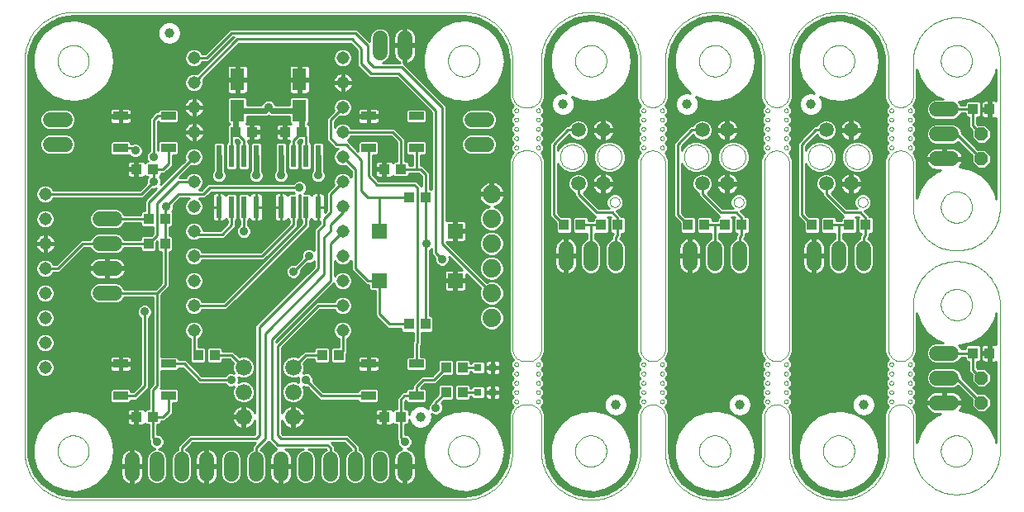
<source format=gtl>
G75*
G70*
%OFA0B0*%
%FSLAX24Y24*%
%IPPOS*%
%LPD*%
%AMOC8*
5,1,8,0,0,1.08239X$1,22.5*
%
%ADD10C,0.0000*%
%ADD11C,0.0594*%
%ADD12R,0.0394X0.0433*%
%ADD13R,0.0433X0.0394*%
%ADD14R,0.0551X0.0866*%
%ADD15C,0.0660*%
%ADD16C,0.0515*%
%ADD17C,0.0740*%
%ADD18R,0.0591X0.0354*%
%ADD19R,0.0240X0.0870*%
%ADD20R,0.0591X0.0591*%
%ADD21C,0.0394*%
%ADD22R,0.0315X0.0315*%
%ADD23C,0.0594*%
%ADD24C,0.0600*%
%ADD25OC8,0.0520*%
%ADD26C,0.0100*%
%ADD27C,0.0357*%
%ADD28C,0.0240*%
D10*
X002285Y000317D02*
X018033Y000317D01*
X017403Y002285D02*
X017405Y002335D01*
X017411Y002385D01*
X017421Y002434D01*
X017435Y002482D01*
X017452Y002529D01*
X017473Y002574D01*
X017498Y002618D01*
X017526Y002659D01*
X017558Y002698D01*
X017592Y002735D01*
X017629Y002769D01*
X017669Y002799D01*
X017711Y002826D01*
X017755Y002850D01*
X017801Y002871D01*
X017848Y002887D01*
X017896Y002900D01*
X017946Y002909D01*
X017995Y002914D01*
X018046Y002915D01*
X018096Y002912D01*
X018145Y002905D01*
X018194Y002894D01*
X018242Y002879D01*
X018288Y002861D01*
X018333Y002839D01*
X018376Y002813D01*
X018417Y002784D01*
X018456Y002752D01*
X018492Y002717D01*
X018524Y002679D01*
X018554Y002639D01*
X018581Y002596D01*
X018604Y002552D01*
X018623Y002506D01*
X018639Y002458D01*
X018651Y002409D01*
X018659Y002360D01*
X018663Y002310D01*
X018663Y002260D01*
X018659Y002210D01*
X018651Y002161D01*
X018639Y002112D01*
X018623Y002064D01*
X018604Y002018D01*
X018581Y001974D01*
X018554Y001931D01*
X018524Y001891D01*
X018492Y001853D01*
X018456Y001818D01*
X018417Y001786D01*
X018376Y001757D01*
X018333Y001731D01*
X018288Y001709D01*
X018242Y001691D01*
X018194Y001676D01*
X018145Y001665D01*
X018096Y001658D01*
X018046Y001655D01*
X017995Y001656D01*
X017946Y001661D01*
X017896Y001670D01*
X017848Y001683D01*
X017801Y001699D01*
X017755Y001720D01*
X017711Y001744D01*
X017669Y001771D01*
X017629Y001801D01*
X017592Y001835D01*
X017558Y001872D01*
X017526Y001911D01*
X017498Y001952D01*
X017473Y001996D01*
X017452Y002041D01*
X017435Y002088D01*
X017421Y002136D01*
X017411Y002185D01*
X017405Y002235D01*
X017403Y002285D01*
X018033Y000316D02*
X018127Y000318D01*
X018220Y000325D01*
X018313Y000336D01*
X018406Y000352D01*
X018497Y000372D01*
X018588Y000396D01*
X018677Y000424D01*
X018765Y000457D01*
X018851Y000494D01*
X018935Y000535D01*
X019018Y000580D01*
X019098Y000629D01*
X019175Y000681D01*
X019250Y000737D01*
X019322Y000797D01*
X019392Y000860D01*
X019458Y000926D01*
X019521Y000996D01*
X019581Y001068D01*
X019637Y001143D01*
X019689Y001220D01*
X019738Y001301D01*
X019783Y001383D01*
X019824Y001467D01*
X019861Y001553D01*
X019894Y001641D01*
X019922Y001730D01*
X019946Y001821D01*
X019966Y001912D01*
X019982Y002005D01*
X019993Y002098D01*
X020000Y002191D01*
X020002Y002285D01*
X020002Y003659D01*
X020004Y003703D01*
X020010Y003746D01*
X020019Y003788D01*
X020032Y003830D01*
X020049Y003870D01*
X020069Y003909D01*
X020092Y003946D01*
X020119Y003980D01*
X020148Y004013D01*
X020181Y004042D01*
X020215Y004069D01*
X020252Y004092D01*
X020291Y004112D01*
X020331Y004129D01*
X020373Y004142D01*
X020415Y004151D01*
X020458Y004157D01*
X020502Y004159D01*
X020659Y004159D01*
X020955Y004284D02*
X020957Y004302D01*
X020963Y004318D01*
X020972Y004333D01*
X020985Y004346D01*
X021000Y004355D01*
X021016Y004361D01*
X021034Y004363D01*
X021052Y004361D01*
X021068Y004355D01*
X021083Y004346D01*
X021096Y004333D01*
X021105Y004318D01*
X021111Y004302D01*
X021113Y004284D01*
X021111Y004266D01*
X021105Y004250D01*
X021096Y004235D01*
X021083Y004222D01*
X021068Y004213D01*
X021052Y004207D01*
X021034Y004205D01*
X021016Y004207D01*
X021000Y004213D01*
X020985Y004222D01*
X020972Y004235D01*
X020963Y004250D01*
X020957Y004266D01*
X020955Y004284D01*
X020955Y004659D02*
X020957Y004677D01*
X020963Y004693D01*
X020972Y004708D01*
X020985Y004721D01*
X021000Y004730D01*
X021016Y004736D01*
X021034Y004738D01*
X021052Y004736D01*
X021068Y004730D01*
X021083Y004721D01*
X021096Y004708D01*
X021105Y004693D01*
X021111Y004677D01*
X021113Y004659D01*
X021111Y004641D01*
X021105Y004625D01*
X021096Y004610D01*
X021083Y004597D01*
X021068Y004588D01*
X021052Y004582D01*
X021034Y004580D01*
X021016Y004582D01*
X021000Y004588D01*
X020985Y004597D01*
X020972Y004610D01*
X020963Y004625D01*
X020957Y004641D01*
X020955Y004659D01*
X020955Y005034D02*
X020957Y005052D01*
X020963Y005068D01*
X020972Y005083D01*
X020985Y005096D01*
X021000Y005105D01*
X021016Y005111D01*
X021034Y005113D01*
X021052Y005111D01*
X021068Y005105D01*
X021083Y005096D01*
X021096Y005083D01*
X021105Y005068D01*
X021111Y005052D01*
X021113Y005034D01*
X021111Y005016D01*
X021105Y005000D01*
X021096Y004985D01*
X021083Y004972D01*
X021068Y004963D01*
X021052Y004957D01*
X021034Y004955D01*
X021016Y004957D01*
X021000Y004963D01*
X020985Y004972D01*
X020972Y004985D01*
X020963Y005000D01*
X020957Y005016D01*
X020955Y005034D01*
X020955Y005409D02*
X020957Y005427D01*
X020963Y005443D01*
X020972Y005458D01*
X020985Y005471D01*
X021000Y005480D01*
X021016Y005486D01*
X021034Y005488D01*
X021052Y005486D01*
X021068Y005480D01*
X021083Y005471D01*
X021096Y005458D01*
X021105Y005443D01*
X021111Y005427D01*
X021113Y005409D01*
X021111Y005391D01*
X021105Y005375D01*
X021096Y005360D01*
X021083Y005347D01*
X021068Y005338D01*
X021052Y005332D01*
X021034Y005330D01*
X021016Y005332D01*
X021000Y005338D01*
X020985Y005347D01*
X020972Y005360D01*
X020963Y005375D01*
X020957Y005391D01*
X020955Y005409D01*
X020955Y005784D02*
X020957Y005802D01*
X020963Y005818D01*
X020972Y005833D01*
X020985Y005846D01*
X021000Y005855D01*
X021016Y005861D01*
X021034Y005863D01*
X021052Y005861D01*
X021068Y005855D01*
X021083Y005846D01*
X021096Y005833D01*
X021105Y005818D01*
X021111Y005802D01*
X021113Y005784D01*
X021111Y005766D01*
X021105Y005750D01*
X021096Y005735D01*
X021083Y005722D01*
X021068Y005713D01*
X021052Y005707D01*
X021034Y005705D01*
X021016Y005707D01*
X021000Y005713D01*
X020985Y005722D01*
X020972Y005735D01*
X020963Y005750D01*
X020957Y005766D01*
X020955Y005784D01*
X020659Y005909D02*
X020502Y005909D01*
X020080Y005784D02*
X020082Y005802D01*
X020088Y005818D01*
X020097Y005833D01*
X020110Y005846D01*
X020125Y005855D01*
X020141Y005861D01*
X020159Y005863D01*
X020177Y005861D01*
X020193Y005855D01*
X020208Y005846D01*
X020221Y005833D01*
X020230Y005818D01*
X020236Y005802D01*
X020238Y005784D01*
X020236Y005766D01*
X020230Y005750D01*
X020221Y005735D01*
X020208Y005722D01*
X020193Y005713D01*
X020177Y005707D01*
X020159Y005705D01*
X020141Y005707D01*
X020125Y005713D01*
X020110Y005722D01*
X020097Y005735D01*
X020088Y005750D01*
X020082Y005766D01*
X020080Y005784D01*
X020080Y005409D02*
X020082Y005427D01*
X020088Y005443D01*
X020097Y005458D01*
X020110Y005471D01*
X020125Y005480D01*
X020141Y005486D01*
X020159Y005488D01*
X020177Y005486D01*
X020193Y005480D01*
X020208Y005471D01*
X020221Y005458D01*
X020230Y005443D01*
X020236Y005427D01*
X020238Y005409D01*
X020236Y005391D01*
X020230Y005375D01*
X020221Y005360D01*
X020208Y005347D01*
X020193Y005338D01*
X020177Y005332D01*
X020159Y005330D01*
X020141Y005332D01*
X020125Y005338D01*
X020110Y005347D01*
X020097Y005360D01*
X020088Y005375D01*
X020082Y005391D01*
X020080Y005409D01*
X020080Y005034D02*
X020082Y005052D01*
X020088Y005068D01*
X020097Y005083D01*
X020110Y005096D01*
X020125Y005105D01*
X020141Y005111D01*
X020159Y005113D01*
X020177Y005111D01*
X020193Y005105D01*
X020208Y005096D01*
X020221Y005083D01*
X020230Y005068D01*
X020236Y005052D01*
X020238Y005034D01*
X020236Y005016D01*
X020230Y005000D01*
X020221Y004985D01*
X020208Y004972D01*
X020193Y004963D01*
X020177Y004957D01*
X020159Y004955D01*
X020141Y004957D01*
X020125Y004963D01*
X020110Y004972D01*
X020097Y004985D01*
X020088Y005000D01*
X020082Y005016D01*
X020080Y005034D01*
X020080Y004659D02*
X020082Y004677D01*
X020088Y004693D01*
X020097Y004708D01*
X020110Y004721D01*
X020125Y004730D01*
X020141Y004736D01*
X020159Y004738D01*
X020177Y004736D01*
X020193Y004730D01*
X020208Y004721D01*
X020221Y004708D01*
X020230Y004693D01*
X020236Y004677D01*
X020238Y004659D01*
X020236Y004641D01*
X020230Y004625D01*
X020221Y004610D01*
X020208Y004597D01*
X020193Y004588D01*
X020177Y004582D01*
X020159Y004580D01*
X020141Y004582D01*
X020125Y004588D01*
X020110Y004597D01*
X020097Y004610D01*
X020088Y004625D01*
X020082Y004641D01*
X020080Y004659D01*
X020080Y004284D02*
X020082Y004302D01*
X020088Y004318D01*
X020097Y004333D01*
X020110Y004346D01*
X020125Y004355D01*
X020141Y004361D01*
X020159Y004363D01*
X020177Y004361D01*
X020193Y004355D01*
X020208Y004346D01*
X020221Y004333D01*
X020230Y004318D01*
X020236Y004302D01*
X020238Y004284D01*
X020236Y004266D01*
X020230Y004250D01*
X020221Y004235D01*
X020208Y004222D01*
X020193Y004213D01*
X020177Y004207D01*
X020159Y004205D01*
X020141Y004207D01*
X020125Y004213D01*
X020110Y004222D01*
X020097Y004235D01*
X020088Y004250D01*
X020082Y004266D01*
X020080Y004284D01*
X020659Y004159D02*
X020703Y004157D01*
X020746Y004151D01*
X020788Y004142D01*
X020830Y004129D01*
X020870Y004112D01*
X020909Y004092D01*
X020946Y004069D01*
X020980Y004042D01*
X021013Y004013D01*
X021042Y003980D01*
X021069Y003946D01*
X021092Y003909D01*
X021112Y003870D01*
X021129Y003830D01*
X021142Y003788D01*
X021151Y003746D01*
X021157Y003703D01*
X021159Y003659D01*
X021159Y002285D01*
X021161Y002191D01*
X021168Y002098D01*
X021179Y002005D01*
X021195Y001912D01*
X021215Y001821D01*
X021239Y001730D01*
X021267Y001641D01*
X021300Y001553D01*
X021337Y001467D01*
X021378Y001383D01*
X021423Y001301D01*
X021472Y001220D01*
X021524Y001143D01*
X021580Y001068D01*
X021640Y000996D01*
X021703Y000926D01*
X021769Y000860D01*
X021839Y000797D01*
X021911Y000737D01*
X021986Y000681D01*
X022063Y000629D01*
X022143Y000580D01*
X022226Y000535D01*
X022310Y000494D01*
X022396Y000457D01*
X022484Y000424D01*
X022573Y000396D01*
X022664Y000372D01*
X022755Y000352D01*
X022848Y000336D01*
X022941Y000325D01*
X023034Y000318D01*
X023128Y000316D01*
X023128Y000317D02*
X023191Y000317D01*
X023191Y000316D02*
X023285Y000318D01*
X023378Y000325D01*
X023471Y000336D01*
X023564Y000352D01*
X023655Y000372D01*
X023746Y000396D01*
X023835Y000424D01*
X023923Y000457D01*
X024009Y000494D01*
X024093Y000535D01*
X024176Y000580D01*
X024256Y000629D01*
X024333Y000681D01*
X024408Y000737D01*
X024480Y000797D01*
X024550Y000860D01*
X024616Y000926D01*
X024679Y000996D01*
X024739Y001068D01*
X024795Y001143D01*
X024847Y001220D01*
X024896Y001301D01*
X024941Y001383D01*
X024982Y001467D01*
X025019Y001553D01*
X025052Y001641D01*
X025080Y001730D01*
X025104Y001821D01*
X025124Y001912D01*
X025140Y002005D01*
X025151Y002098D01*
X025158Y002191D01*
X025160Y002285D01*
X025159Y002285D02*
X025159Y003659D01*
X025659Y004159D02*
X025703Y004157D01*
X025746Y004151D01*
X025788Y004142D01*
X025830Y004129D01*
X025870Y004112D01*
X025909Y004092D01*
X025946Y004069D01*
X025980Y004042D01*
X026013Y004013D01*
X026042Y003980D01*
X026069Y003946D01*
X026092Y003909D01*
X026112Y003870D01*
X026129Y003830D01*
X026142Y003788D01*
X026151Y003746D01*
X026157Y003703D01*
X026159Y003659D01*
X026159Y002285D01*
X026161Y002191D01*
X026168Y002098D01*
X026179Y002005D01*
X026195Y001912D01*
X026215Y001821D01*
X026239Y001730D01*
X026267Y001641D01*
X026300Y001553D01*
X026337Y001467D01*
X026378Y001383D01*
X026423Y001301D01*
X026472Y001220D01*
X026524Y001143D01*
X026580Y001068D01*
X026640Y000996D01*
X026703Y000926D01*
X026769Y000860D01*
X026839Y000797D01*
X026911Y000737D01*
X026986Y000681D01*
X027063Y000629D01*
X027143Y000580D01*
X027226Y000535D01*
X027310Y000494D01*
X027396Y000457D01*
X027484Y000424D01*
X027573Y000396D01*
X027664Y000372D01*
X027755Y000352D01*
X027848Y000336D01*
X027941Y000325D01*
X028034Y000318D01*
X028128Y000316D01*
X028128Y000317D02*
X028191Y000317D01*
X028191Y000316D02*
X028285Y000318D01*
X028378Y000325D01*
X028471Y000336D01*
X028564Y000352D01*
X028655Y000372D01*
X028746Y000396D01*
X028835Y000424D01*
X028923Y000457D01*
X029009Y000494D01*
X029093Y000535D01*
X029176Y000580D01*
X029256Y000629D01*
X029333Y000681D01*
X029408Y000737D01*
X029480Y000797D01*
X029550Y000860D01*
X029616Y000926D01*
X029679Y000996D01*
X029739Y001068D01*
X029795Y001143D01*
X029847Y001220D01*
X029896Y001301D01*
X029941Y001383D01*
X029982Y001467D01*
X030019Y001553D01*
X030052Y001641D01*
X030080Y001730D01*
X030104Y001821D01*
X030124Y001912D01*
X030140Y002005D01*
X030151Y002098D01*
X030158Y002191D01*
X030160Y002285D01*
X030159Y002285D02*
X030159Y003659D01*
X030659Y004159D02*
X030703Y004157D01*
X030746Y004151D01*
X030788Y004142D01*
X030830Y004129D01*
X030870Y004112D01*
X030909Y004092D01*
X030946Y004069D01*
X030980Y004042D01*
X031013Y004013D01*
X031042Y003980D01*
X031069Y003946D01*
X031092Y003909D01*
X031112Y003870D01*
X031129Y003830D01*
X031142Y003788D01*
X031151Y003746D01*
X031157Y003703D01*
X031159Y003659D01*
X031159Y002285D01*
X031161Y002191D01*
X031168Y002098D01*
X031179Y002005D01*
X031195Y001912D01*
X031215Y001821D01*
X031239Y001730D01*
X031267Y001641D01*
X031300Y001553D01*
X031337Y001467D01*
X031378Y001383D01*
X031423Y001301D01*
X031472Y001220D01*
X031524Y001143D01*
X031580Y001068D01*
X031640Y000996D01*
X031703Y000926D01*
X031769Y000860D01*
X031839Y000797D01*
X031911Y000737D01*
X031986Y000681D01*
X032063Y000629D01*
X032143Y000580D01*
X032226Y000535D01*
X032310Y000494D01*
X032396Y000457D01*
X032484Y000424D01*
X032573Y000396D01*
X032664Y000372D01*
X032755Y000352D01*
X032848Y000336D01*
X032941Y000325D01*
X033034Y000318D01*
X033128Y000316D01*
X033128Y000317D02*
X033191Y000317D01*
X033191Y000316D02*
X033285Y000318D01*
X033378Y000325D01*
X033471Y000336D01*
X033564Y000352D01*
X033655Y000372D01*
X033746Y000396D01*
X033835Y000424D01*
X033923Y000457D01*
X034009Y000494D01*
X034093Y000535D01*
X034176Y000580D01*
X034256Y000629D01*
X034333Y000681D01*
X034408Y000737D01*
X034480Y000797D01*
X034550Y000860D01*
X034616Y000926D01*
X034679Y000996D01*
X034739Y001068D01*
X034795Y001143D01*
X034847Y001220D01*
X034896Y001301D01*
X034941Y001383D01*
X034982Y001467D01*
X035019Y001553D01*
X035052Y001641D01*
X035080Y001730D01*
X035104Y001821D01*
X035124Y001912D01*
X035140Y002005D01*
X035151Y002098D01*
X035158Y002191D01*
X035160Y002285D01*
X035159Y002285D02*
X035159Y003659D01*
X035659Y004159D02*
X035703Y004157D01*
X035746Y004151D01*
X035788Y004142D01*
X035830Y004129D01*
X035870Y004112D01*
X035909Y004092D01*
X035946Y004069D01*
X035980Y004042D01*
X036013Y004013D01*
X036042Y003980D01*
X036069Y003946D01*
X036092Y003909D01*
X036112Y003870D01*
X036129Y003830D01*
X036142Y003788D01*
X036151Y003746D01*
X036157Y003703D01*
X036159Y003659D01*
X036159Y002285D01*
X037279Y002285D02*
X037281Y002335D01*
X037287Y002385D01*
X037297Y002434D01*
X037311Y002482D01*
X037328Y002529D01*
X037349Y002574D01*
X037374Y002618D01*
X037402Y002659D01*
X037434Y002698D01*
X037468Y002735D01*
X037505Y002769D01*
X037545Y002799D01*
X037587Y002826D01*
X037631Y002850D01*
X037677Y002871D01*
X037724Y002887D01*
X037772Y002900D01*
X037822Y002909D01*
X037871Y002914D01*
X037922Y002915D01*
X037972Y002912D01*
X038021Y002905D01*
X038070Y002894D01*
X038118Y002879D01*
X038164Y002861D01*
X038209Y002839D01*
X038252Y002813D01*
X038293Y002784D01*
X038332Y002752D01*
X038368Y002717D01*
X038400Y002679D01*
X038430Y002639D01*
X038457Y002596D01*
X038480Y002552D01*
X038499Y002506D01*
X038515Y002458D01*
X038527Y002409D01*
X038535Y002360D01*
X038539Y002310D01*
X038539Y002260D01*
X038535Y002210D01*
X038527Y002161D01*
X038515Y002112D01*
X038499Y002064D01*
X038480Y002018D01*
X038457Y001974D01*
X038430Y001931D01*
X038400Y001891D01*
X038368Y001853D01*
X038332Y001818D01*
X038293Y001786D01*
X038252Y001757D01*
X038209Y001731D01*
X038164Y001709D01*
X038118Y001691D01*
X038070Y001676D01*
X038021Y001665D01*
X037972Y001658D01*
X037922Y001655D01*
X037871Y001656D01*
X037822Y001661D01*
X037772Y001670D01*
X037724Y001683D01*
X037677Y001699D01*
X037631Y001720D01*
X037587Y001744D01*
X037545Y001771D01*
X037505Y001801D01*
X037468Y001835D01*
X037434Y001872D01*
X037402Y001911D01*
X037374Y001952D01*
X037349Y001996D01*
X037328Y002041D01*
X037311Y002088D01*
X037297Y002136D01*
X037287Y002185D01*
X037281Y002235D01*
X037279Y002285D01*
X037911Y000533D02*
X037994Y000535D01*
X038077Y000541D01*
X038160Y000551D01*
X038242Y000565D01*
X038323Y000582D01*
X038403Y000604D01*
X038483Y000629D01*
X038561Y000658D01*
X038637Y000691D01*
X038712Y000727D01*
X038785Y000767D01*
X038856Y000810D01*
X038925Y000857D01*
X038992Y000907D01*
X039056Y000960D01*
X039117Y001016D01*
X039176Y001075D01*
X039232Y001136D01*
X039285Y001200D01*
X039335Y001267D01*
X039382Y001336D01*
X039425Y001407D01*
X039465Y001480D01*
X039501Y001555D01*
X039534Y001631D01*
X039563Y001709D01*
X039588Y001789D01*
X039610Y001869D01*
X039627Y001950D01*
X039641Y002032D01*
X039651Y002115D01*
X039657Y002198D01*
X039659Y002281D01*
X039659Y008195D01*
X039657Y008278D01*
X039651Y008361D01*
X039641Y008444D01*
X039627Y008526D01*
X039610Y008607D01*
X039588Y008687D01*
X039563Y008767D01*
X039534Y008845D01*
X039501Y008921D01*
X039465Y008996D01*
X039425Y009069D01*
X039382Y009140D01*
X039335Y009209D01*
X039285Y009276D01*
X039232Y009340D01*
X039176Y009401D01*
X039117Y009460D01*
X039056Y009516D01*
X038992Y009569D01*
X038925Y009619D01*
X038856Y009666D01*
X038785Y009709D01*
X038712Y009749D01*
X038637Y009785D01*
X038561Y009818D01*
X038483Y009847D01*
X038403Y009872D01*
X038323Y009894D01*
X038242Y009911D01*
X038160Y009925D01*
X038077Y009935D01*
X037994Y009941D01*
X037911Y009943D01*
X037279Y008191D02*
X037281Y008241D01*
X037287Y008291D01*
X037297Y008340D01*
X037311Y008388D01*
X037328Y008435D01*
X037349Y008480D01*
X037374Y008524D01*
X037402Y008565D01*
X037434Y008604D01*
X037468Y008641D01*
X037505Y008675D01*
X037545Y008705D01*
X037587Y008732D01*
X037631Y008756D01*
X037677Y008777D01*
X037724Y008793D01*
X037772Y008806D01*
X037822Y008815D01*
X037871Y008820D01*
X037922Y008821D01*
X037972Y008818D01*
X038021Y008811D01*
X038070Y008800D01*
X038118Y008785D01*
X038164Y008767D01*
X038209Y008745D01*
X038252Y008719D01*
X038293Y008690D01*
X038332Y008658D01*
X038368Y008623D01*
X038400Y008585D01*
X038430Y008545D01*
X038457Y008502D01*
X038480Y008458D01*
X038499Y008412D01*
X038515Y008364D01*
X038527Y008315D01*
X038535Y008266D01*
X038539Y008216D01*
X038539Y008166D01*
X038535Y008116D01*
X038527Y008067D01*
X038515Y008018D01*
X038499Y007970D01*
X038480Y007924D01*
X038457Y007880D01*
X038430Y007837D01*
X038400Y007797D01*
X038368Y007759D01*
X038332Y007724D01*
X038293Y007692D01*
X038252Y007663D01*
X038209Y007637D01*
X038164Y007615D01*
X038118Y007597D01*
X038070Y007582D01*
X038021Y007571D01*
X037972Y007564D01*
X037922Y007561D01*
X037871Y007562D01*
X037822Y007567D01*
X037772Y007576D01*
X037724Y007589D01*
X037677Y007605D01*
X037631Y007626D01*
X037587Y007650D01*
X037545Y007677D01*
X037505Y007707D01*
X037468Y007741D01*
X037434Y007778D01*
X037402Y007817D01*
X037374Y007858D01*
X037349Y007902D01*
X037328Y007947D01*
X037311Y007994D01*
X037297Y008042D01*
X037287Y008091D01*
X037281Y008141D01*
X037279Y008191D01*
X036159Y008191D02*
X036161Y008274D01*
X036167Y008358D01*
X036177Y008440D01*
X036191Y008523D01*
X036208Y008604D01*
X036230Y008685D01*
X036255Y008764D01*
X036284Y008842D01*
X036317Y008919D01*
X036354Y008994D01*
X036394Y009067D01*
X036437Y009138D01*
X036484Y009207D01*
X036534Y009274D01*
X036587Y009338D01*
X036643Y009400D01*
X036702Y009459D01*
X036764Y009515D01*
X036828Y009568D01*
X036895Y009618D01*
X036964Y009665D01*
X037035Y009708D01*
X037108Y009748D01*
X037183Y009785D01*
X037260Y009818D01*
X037338Y009847D01*
X037417Y009872D01*
X037498Y009894D01*
X037579Y009911D01*
X037662Y009925D01*
X037744Y009935D01*
X037828Y009941D01*
X037911Y009943D01*
X036159Y008191D02*
X036159Y006409D01*
X036157Y006365D01*
X036151Y006322D01*
X036142Y006280D01*
X036129Y006238D01*
X036112Y006198D01*
X036092Y006159D01*
X036069Y006122D01*
X036042Y006088D01*
X036013Y006055D01*
X035980Y006026D01*
X035946Y005999D01*
X035909Y005976D01*
X035870Y005956D01*
X035830Y005939D01*
X035788Y005926D01*
X035746Y005917D01*
X035703Y005911D01*
X035659Y005909D01*
X035205Y005784D02*
X035207Y005802D01*
X035213Y005818D01*
X035222Y005833D01*
X035235Y005846D01*
X035250Y005855D01*
X035266Y005861D01*
X035284Y005863D01*
X035302Y005861D01*
X035318Y005855D01*
X035333Y005846D01*
X035346Y005833D01*
X035355Y005818D01*
X035361Y005802D01*
X035363Y005784D01*
X035361Y005766D01*
X035355Y005750D01*
X035346Y005735D01*
X035333Y005722D01*
X035318Y005713D01*
X035302Y005707D01*
X035284Y005705D01*
X035266Y005707D01*
X035250Y005713D01*
X035235Y005722D01*
X035222Y005735D01*
X035213Y005750D01*
X035207Y005766D01*
X035205Y005784D01*
X035205Y005409D02*
X035207Y005427D01*
X035213Y005443D01*
X035222Y005458D01*
X035235Y005471D01*
X035250Y005480D01*
X035266Y005486D01*
X035284Y005488D01*
X035302Y005486D01*
X035318Y005480D01*
X035333Y005471D01*
X035346Y005458D01*
X035355Y005443D01*
X035361Y005427D01*
X035363Y005409D01*
X035361Y005391D01*
X035355Y005375D01*
X035346Y005360D01*
X035333Y005347D01*
X035318Y005338D01*
X035302Y005332D01*
X035284Y005330D01*
X035266Y005332D01*
X035250Y005338D01*
X035235Y005347D01*
X035222Y005360D01*
X035213Y005375D01*
X035207Y005391D01*
X035205Y005409D01*
X035205Y005034D02*
X035207Y005052D01*
X035213Y005068D01*
X035222Y005083D01*
X035235Y005096D01*
X035250Y005105D01*
X035266Y005111D01*
X035284Y005113D01*
X035302Y005111D01*
X035318Y005105D01*
X035333Y005096D01*
X035346Y005083D01*
X035355Y005068D01*
X035361Y005052D01*
X035363Y005034D01*
X035361Y005016D01*
X035355Y005000D01*
X035346Y004985D01*
X035333Y004972D01*
X035318Y004963D01*
X035302Y004957D01*
X035284Y004955D01*
X035266Y004957D01*
X035250Y004963D01*
X035235Y004972D01*
X035222Y004985D01*
X035213Y005000D01*
X035207Y005016D01*
X035205Y005034D01*
X035205Y004659D02*
X035207Y004677D01*
X035213Y004693D01*
X035222Y004708D01*
X035235Y004721D01*
X035250Y004730D01*
X035266Y004736D01*
X035284Y004738D01*
X035302Y004736D01*
X035318Y004730D01*
X035333Y004721D01*
X035346Y004708D01*
X035355Y004693D01*
X035361Y004677D01*
X035363Y004659D01*
X035361Y004641D01*
X035355Y004625D01*
X035346Y004610D01*
X035333Y004597D01*
X035318Y004588D01*
X035302Y004582D01*
X035284Y004580D01*
X035266Y004582D01*
X035250Y004588D01*
X035235Y004597D01*
X035222Y004610D01*
X035213Y004625D01*
X035207Y004641D01*
X035205Y004659D01*
X035205Y004284D02*
X035207Y004302D01*
X035213Y004318D01*
X035222Y004333D01*
X035235Y004346D01*
X035250Y004355D01*
X035266Y004361D01*
X035284Y004363D01*
X035302Y004361D01*
X035318Y004355D01*
X035333Y004346D01*
X035346Y004333D01*
X035355Y004318D01*
X035361Y004302D01*
X035363Y004284D01*
X035361Y004266D01*
X035355Y004250D01*
X035346Y004235D01*
X035333Y004222D01*
X035318Y004213D01*
X035302Y004207D01*
X035284Y004205D01*
X035266Y004207D01*
X035250Y004213D01*
X035235Y004222D01*
X035222Y004235D01*
X035213Y004250D01*
X035207Y004266D01*
X035205Y004284D01*
X035659Y004159D02*
X035615Y004157D01*
X035572Y004151D01*
X035530Y004142D01*
X035488Y004129D01*
X035448Y004112D01*
X035409Y004092D01*
X035372Y004069D01*
X035338Y004042D01*
X035305Y004013D01*
X035276Y003980D01*
X035249Y003946D01*
X035226Y003909D01*
X035206Y003870D01*
X035189Y003830D01*
X035176Y003788D01*
X035167Y003746D01*
X035161Y003703D01*
X035159Y003659D01*
X035955Y004284D02*
X035957Y004302D01*
X035963Y004318D01*
X035972Y004333D01*
X035985Y004346D01*
X036000Y004355D01*
X036016Y004361D01*
X036034Y004363D01*
X036052Y004361D01*
X036068Y004355D01*
X036083Y004346D01*
X036096Y004333D01*
X036105Y004318D01*
X036111Y004302D01*
X036113Y004284D01*
X036111Y004266D01*
X036105Y004250D01*
X036096Y004235D01*
X036083Y004222D01*
X036068Y004213D01*
X036052Y004207D01*
X036034Y004205D01*
X036016Y004207D01*
X036000Y004213D01*
X035985Y004222D01*
X035972Y004235D01*
X035963Y004250D01*
X035957Y004266D01*
X035955Y004284D01*
X035955Y004659D02*
X035957Y004677D01*
X035963Y004693D01*
X035972Y004708D01*
X035985Y004721D01*
X036000Y004730D01*
X036016Y004736D01*
X036034Y004738D01*
X036052Y004736D01*
X036068Y004730D01*
X036083Y004721D01*
X036096Y004708D01*
X036105Y004693D01*
X036111Y004677D01*
X036113Y004659D01*
X036111Y004641D01*
X036105Y004625D01*
X036096Y004610D01*
X036083Y004597D01*
X036068Y004588D01*
X036052Y004582D01*
X036034Y004580D01*
X036016Y004582D01*
X036000Y004588D01*
X035985Y004597D01*
X035972Y004610D01*
X035963Y004625D01*
X035957Y004641D01*
X035955Y004659D01*
X035955Y005034D02*
X035957Y005052D01*
X035963Y005068D01*
X035972Y005083D01*
X035985Y005096D01*
X036000Y005105D01*
X036016Y005111D01*
X036034Y005113D01*
X036052Y005111D01*
X036068Y005105D01*
X036083Y005096D01*
X036096Y005083D01*
X036105Y005068D01*
X036111Y005052D01*
X036113Y005034D01*
X036111Y005016D01*
X036105Y005000D01*
X036096Y004985D01*
X036083Y004972D01*
X036068Y004963D01*
X036052Y004957D01*
X036034Y004955D01*
X036016Y004957D01*
X036000Y004963D01*
X035985Y004972D01*
X035972Y004985D01*
X035963Y005000D01*
X035957Y005016D01*
X035955Y005034D01*
X035955Y005409D02*
X035957Y005427D01*
X035963Y005443D01*
X035972Y005458D01*
X035985Y005471D01*
X036000Y005480D01*
X036016Y005486D01*
X036034Y005488D01*
X036052Y005486D01*
X036068Y005480D01*
X036083Y005471D01*
X036096Y005458D01*
X036105Y005443D01*
X036111Y005427D01*
X036113Y005409D01*
X036111Y005391D01*
X036105Y005375D01*
X036096Y005360D01*
X036083Y005347D01*
X036068Y005338D01*
X036052Y005332D01*
X036034Y005330D01*
X036016Y005332D01*
X036000Y005338D01*
X035985Y005347D01*
X035972Y005360D01*
X035963Y005375D01*
X035957Y005391D01*
X035955Y005409D01*
X035955Y005784D02*
X035957Y005802D01*
X035963Y005818D01*
X035972Y005833D01*
X035985Y005846D01*
X036000Y005855D01*
X036016Y005861D01*
X036034Y005863D01*
X036052Y005861D01*
X036068Y005855D01*
X036083Y005846D01*
X036096Y005833D01*
X036105Y005818D01*
X036111Y005802D01*
X036113Y005784D01*
X036111Y005766D01*
X036105Y005750D01*
X036096Y005735D01*
X036083Y005722D01*
X036068Y005713D01*
X036052Y005707D01*
X036034Y005705D01*
X036016Y005707D01*
X036000Y005713D01*
X035985Y005722D01*
X035972Y005735D01*
X035963Y005750D01*
X035957Y005766D01*
X035955Y005784D01*
X035659Y005909D02*
X035615Y005911D01*
X035572Y005917D01*
X035530Y005926D01*
X035488Y005939D01*
X035448Y005956D01*
X035409Y005976D01*
X035372Y005999D01*
X035338Y006026D01*
X035305Y006055D01*
X035276Y006088D01*
X035249Y006122D01*
X035226Y006159D01*
X035206Y006198D01*
X035189Y006238D01*
X035176Y006280D01*
X035167Y006322D01*
X035161Y006365D01*
X035159Y006409D01*
X035159Y013909D01*
X035659Y014409D02*
X035703Y014407D01*
X035746Y014401D01*
X035788Y014392D01*
X035830Y014379D01*
X035870Y014362D01*
X035909Y014342D01*
X035946Y014319D01*
X035980Y014292D01*
X036013Y014263D01*
X036042Y014230D01*
X036069Y014196D01*
X036092Y014159D01*
X036112Y014120D01*
X036129Y014080D01*
X036142Y014038D01*
X036151Y013996D01*
X036157Y013953D01*
X036159Y013909D01*
X036159Y012128D01*
X037279Y012128D02*
X037281Y012178D01*
X037287Y012228D01*
X037297Y012277D01*
X037311Y012325D01*
X037328Y012372D01*
X037349Y012417D01*
X037374Y012461D01*
X037402Y012502D01*
X037434Y012541D01*
X037468Y012578D01*
X037505Y012612D01*
X037545Y012642D01*
X037587Y012669D01*
X037631Y012693D01*
X037677Y012714D01*
X037724Y012730D01*
X037772Y012743D01*
X037822Y012752D01*
X037871Y012757D01*
X037922Y012758D01*
X037972Y012755D01*
X038021Y012748D01*
X038070Y012737D01*
X038118Y012722D01*
X038164Y012704D01*
X038209Y012682D01*
X038252Y012656D01*
X038293Y012627D01*
X038332Y012595D01*
X038368Y012560D01*
X038400Y012522D01*
X038430Y012482D01*
X038457Y012439D01*
X038480Y012395D01*
X038499Y012349D01*
X038515Y012301D01*
X038527Y012252D01*
X038535Y012203D01*
X038539Y012153D01*
X038539Y012103D01*
X038535Y012053D01*
X038527Y012004D01*
X038515Y011955D01*
X038499Y011907D01*
X038480Y011861D01*
X038457Y011817D01*
X038430Y011774D01*
X038400Y011734D01*
X038368Y011696D01*
X038332Y011661D01*
X038293Y011629D01*
X038252Y011600D01*
X038209Y011574D01*
X038164Y011552D01*
X038118Y011534D01*
X038070Y011519D01*
X038021Y011508D01*
X037972Y011501D01*
X037922Y011498D01*
X037871Y011499D01*
X037822Y011504D01*
X037772Y011513D01*
X037724Y011526D01*
X037677Y011542D01*
X037631Y011563D01*
X037587Y011587D01*
X037545Y011614D01*
X037505Y011644D01*
X037468Y011678D01*
X037434Y011715D01*
X037402Y011754D01*
X037374Y011795D01*
X037349Y011839D01*
X037328Y011884D01*
X037311Y011931D01*
X037297Y011979D01*
X037287Y012028D01*
X037281Y012078D01*
X037279Y012128D01*
X036159Y012128D02*
X036161Y012045D01*
X036167Y011961D01*
X036177Y011879D01*
X036191Y011796D01*
X036208Y011715D01*
X036230Y011634D01*
X036255Y011555D01*
X036284Y011477D01*
X036317Y011400D01*
X036354Y011325D01*
X036394Y011252D01*
X036437Y011181D01*
X036484Y011112D01*
X036534Y011045D01*
X036587Y010981D01*
X036643Y010919D01*
X036702Y010860D01*
X036764Y010804D01*
X036828Y010751D01*
X036895Y010701D01*
X036964Y010654D01*
X037035Y010611D01*
X037108Y010571D01*
X037183Y010534D01*
X037260Y010501D01*
X037338Y010472D01*
X037417Y010447D01*
X037498Y010425D01*
X037579Y010408D01*
X037662Y010394D01*
X037744Y010384D01*
X037828Y010378D01*
X037911Y010376D01*
X037994Y010378D01*
X038077Y010384D01*
X038160Y010394D01*
X038242Y010408D01*
X038323Y010425D01*
X038403Y010447D01*
X038483Y010472D01*
X038561Y010501D01*
X038637Y010534D01*
X038712Y010570D01*
X038785Y010610D01*
X038856Y010653D01*
X038925Y010700D01*
X038992Y010750D01*
X039056Y010803D01*
X039117Y010859D01*
X039176Y010918D01*
X039232Y010979D01*
X039285Y011043D01*
X039335Y011110D01*
X039382Y011179D01*
X039425Y011250D01*
X039465Y011323D01*
X039501Y011398D01*
X039534Y011474D01*
X039563Y011552D01*
X039588Y011632D01*
X039610Y011712D01*
X039627Y011793D01*
X039641Y011875D01*
X039651Y011958D01*
X039657Y012041D01*
X039659Y012124D01*
X039659Y018037D01*
X039657Y018120D01*
X039651Y018203D01*
X039641Y018286D01*
X039627Y018368D01*
X039610Y018449D01*
X039588Y018529D01*
X039563Y018609D01*
X039534Y018687D01*
X039501Y018763D01*
X039465Y018838D01*
X039425Y018911D01*
X039382Y018982D01*
X039335Y019051D01*
X039285Y019118D01*
X039232Y019182D01*
X039176Y019243D01*
X039117Y019302D01*
X039056Y019358D01*
X038992Y019411D01*
X038925Y019461D01*
X038856Y019508D01*
X038785Y019551D01*
X038712Y019591D01*
X038637Y019627D01*
X038561Y019660D01*
X038483Y019689D01*
X038403Y019714D01*
X038323Y019736D01*
X038242Y019753D01*
X038160Y019767D01*
X038077Y019777D01*
X037994Y019783D01*
X037911Y019785D01*
X037279Y018033D02*
X037281Y018083D01*
X037287Y018133D01*
X037297Y018182D01*
X037311Y018230D01*
X037328Y018277D01*
X037349Y018322D01*
X037374Y018366D01*
X037402Y018407D01*
X037434Y018446D01*
X037468Y018483D01*
X037505Y018517D01*
X037545Y018547D01*
X037587Y018574D01*
X037631Y018598D01*
X037677Y018619D01*
X037724Y018635D01*
X037772Y018648D01*
X037822Y018657D01*
X037871Y018662D01*
X037922Y018663D01*
X037972Y018660D01*
X038021Y018653D01*
X038070Y018642D01*
X038118Y018627D01*
X038164Y018609D01*
X038209Y018587D01*
X038252Y018561D01*
X038293Y018532D01*
X038332Y018500D01*
X038368Y018465D01*
X038400Y018427D01*
X038430Y018387D01*
X038457Y018344D01*
X038480Y018300D01*
X038499Y018254D01*
X038515Y018206D01*
X038527Y018157D01*
X038535Y018108D01*
X038539Y018058D01*
X038539Y018008D01*
X038535Y017958D01*
X038527Y017909D01*
X038515Y017860D01*
X038499Y017812D01*
X038480Y017766D01*
X038457Y017722D01*
X038430Y017679D01*
X038400Y017639D01*
X038368Y017601D01*
X038332Y017566D01*
X038293Y017534D01*
X038252Y017505D01*
X038209Y017479D01*
X038164Y017457D01*
X038118Y017439D01*
X038070Y017424D01*
X038021Y017413D01*
X037972Y017406D01*
X037922Y017403D01*
X037871Y017404D01*
X037822Y017409D01*
X037772Y017418D01*
X037724Y017431D01*
X037677Y017447D01*
X037631Y017468D01*
X037587Y017492D01*
X037545Y017519D01*
X037505Y017549D01*
X037468Y017583D01*
X037434Y017620D01*
X037402Y017659D01*
X037374Y017700D01*
X037349Y017744D01*
X037328Y017789D01*
X037311Y017836D01*
X037297Y017884D01*
X037287Y017933D01*
X037281Y017983D01*
X037279Y018033D01*
X036159Y018033D02*
X036161Y018116D01*
X036167Y018200D01*
X036177Y018282D01*
X036191Y018365D01*
X036208Y018446D01*
X036230Y018527D01*
X036255Y018606D01*
X036284Y018684D01*
X036317Y018761D01*
X036354Y018836D01*
X036394Y018909D01*
X036437Y018980D01*
X036484Y019049D01*
X036534Y019116D01*
X036587Y019180D01*
X036643Y019242D01*
X036702Y019301D01*
X036764Y019357D01*
X036828Y019410D01*
X036895Y019460D01*
X036964Y019507D01*
X037035Y019550D01*
X037108Y019590D01*
X037183Y019627D01*
X037260Y019660D01*
X037338Y019689D01*
X037417Y019714D01*
X037498Y019736D01*
X037579Y019753D01*
X037662Y019767D01*
X037744Y019777D01*
X037828Y019783D01*
X037911Y019785D01*
X036159Y018033D02*
X036159Y016659D01*
X036157Y016615D01*
X036151Y016572D01*
X036142Y016530D01*
X036129Y016488D01*
X036112Y016448D01*
X036092Y016409D01*
X036069Y016372D01*
X036042Y016338D01*
X036013Y016305D01*
X035980Y016276D01*
X035946Y016249D01*
X035909Y016226D01*
X035870Y016206D01*
X035830Y016189D01*
X035788Y016176D01*
X035746Y016167D01*
X035703Y016161D01*
X035659Y016159D01*
X035205Y016034D02*
X035207Y016052D01*
X035213Y016068D01*
X035222Y016083D01*
X035235Y016096D01*
X035250Y016105D01*
X035266Y016111D01*
X035284Y016113D01*
X035302Y016111D01*
X035318Y016105D01*
X035333Y016096D01*
X035346Y016083D01*
X035355Y016068D01*
X035361Y016052D01*
X035363Y016034D01*
X035361Y016016D01*
X035355Y016000D01*
X035346Y015985D01*
X035333Y015972D01*
X035318Y015963D01*
X035302Y015957D01*
X035284Y015955D01*
X035266Y015957D01*
X035250Y015963D01*
X035235Y015972D01*
X035222Y015985D01*
X035213Y016000D01*
X035207Y016016D01*
X035205Y016034D01*
X035205Y015659D02*
X035207Y015677D01*
X035213Y015693D01*
X035222Y015708D01*
X035235Y015721D01*
X035250Y015730D01*
X035266Y015736D01*
X035284Y015738D01*
X035302Y015736D01*
X035318Y015730D01*
X035333Y015721D01*
X035346Y015708D01*
X035355Y015693D01*
X035361Y015677D01*
X035363Y015659D01*
X035361Y015641D01*
X035355Y015625D01*
X035346Y015610D01*
X035333Y015597D01*
X035318Y015588D01*
X035302Y015582D01*
X035284Y015580D01*
X035266Y015582D01*
X035250Y015588D01*
X035235Y015597D01*
X035222Y015610D01*
X035213Y015625D01*
X035207Y015641D01*
X035205Y015659D01*
X035205Y015284D02*
X035207Y015302D01*
X035213Y015318D01*
X035222Y015333D01*
X035235Y015346D01*
X035250Y015355D01*
X035266Y015361D01*
X035284Y015363D01*
X035302Y015361D01*
X035318Y015355D01*
X035333Y015346D01*
X035346Y015333D01*
X035355Y015318D01*
X035361Y015302D01*
X035363Y015284D01*
X035361Y015266D01*
X035355Y015250D01*
X035346Y015235D01*
X035333Y015222D01*
X035318Y015213D01*
X035302Y015207D01*
X035284Y015205D01*
X035266Y015207D01*
X035250Y015213D01*
X035235Y015222D01*
X035222Y015235D01*
X035213Y015250D01*
X035207Y015266D01*
X035205Y015284D01*
X035205Y014909D02*
X035207Y014927D01*
X035213Y014943D01*
X035222Y014958D01*
X035235Y014971D01*
X035250Y014980D01*
X035266Y014986D01*
X035284Y014988D01*
X035302Y014986D01*
X035318Y014980D01*
X035333Y014971D01*
X035346Y014958D01*
X035355Y014943D01*
X035361Y014927D01*
X035363Y014909D01*
X035361Y014891D01*
X035355Y014875D01*
X035346Y014860D01*
X035333Y014847D01*
X035318Y014838D01*
X035302Y014832D01*
X035284Y014830D01*
X035266Y014832D01*
X035250Y014838D01*
X035235Y014847D01*
X035222Y014860D01*
X035213Y014875D01*
X035207Y014891D01*
X035205Y014909D01*
X035205Y014534D02*
X035207Y014552D01*
X035213Y014568D01*
X035222Y014583D01*
X035235Y014596D01*
X035250Y014605D01*
X035266Y014611D01*
X035284Y014613D01*
X035302Y014611D01*
X035318Y014605D01*
X035333Y014596D01*
X035346Y014583D01*
X035355Y014568D01*
X035361Y014552D01*
X035363Y014534D01*
X035361Y014516D01*
X035355Y014500D01*
X035346Y014485D01*
X035333Y014472D01*
X035318Y014463D01*
X035302Y014457D01*
X035284Y014455D01*
X035266Y014457D01*
X035250Y014463D01*
X035235Y014472D01*
X035222Y014485D01*
X035213Y014500D01*
X035207Y014516D01*
X035205Y014534D01*
X035659Y014409D02*
X035615Y014407D01*
X035572Y014401D01*
X035530Y014392D01*
X035488Y014379D01*
X035448Y014362D01*
X035409Y014342D01*
X035372Y014319D01*
X035338Y014292D01*
X035305Y014263D01*
X035276Y014230D01*
X035249Y014196D01*
X035226Y014159D01*
X035206Y014120D01*
X035189Y014080D01*
X035176Y014038D01*
X035167Y013996D01*
X035161Y013953D01*
X035159Y013909D01*
X035955Y014534D02*
X035957Y014552D01*
X035963Y014568D01*
X035972Y014583D01*
X035985Y014596D01*
X036000Y014605D01*
X036016Y014611D01*
X036034Y014613D01*
X036052Y014611D01*
X036068Y014605D01*
X036083Y014596D01*
X036096Y014583D01*
X036105Y014568D01*
X036111Y014552D01*
X036113Y014534D01*
X036111Y014516D01*
X036105Y014500D01*
X036096Y014485D01*
X036083Y014472D01*
X036068Y014463D01*
X036052Y014457D01*
X036034Y014455D01*
X036016Y014457D01*
X036000Y014463D01*
X035985Y014472D01*
X035972Y014485D01*
X035963Y014500D01*
X035957Y014516D01*
X035955Y014534D01*
X035955Y014909D02*
X035957Y014927D01*
X035963Y014943D01*
X035972Y014958D01*
X035985Y014971D01*
X036000Y014980D01*
X036016Y014986D01*
X036034Y014988D01*
X036052Y014986D01*
X036068Y014980D01*
X036083Y014971D01*
X036096Y014958D01*
X036105Y014943D01*
X036111Y014927D01*
X036113Y014909D01*
X036111Y014891D01*
X036105Y014875D01*
X036096Y014860D01*
X036083Y014847D01*
X036068Y014838D01*
X036052Y014832D01*
X036034Y014830D01*
X036016Y014832D01*
X036000Y014838D01*
X035985Y014847D01*
X035972Y014860D01*
X035963Y014875D01*
X035957Y014891D01*
X035955Y014909D01*
X035955Y015284D02*
X035957Y015302D01*
X035963Y015318D01*
X035972Y015333D01*
X035985Y015346D01*
X036000Y015355D01*
X036016Y015361D01*
X036034Y015363D01*
X036052Y015361D01*
X036068Y015355D01*
X036083Y015346D01*
X036096Y015333D01*
X036105Y015318D01*
X036111Y015302D01*
X036113Y015284D01*
X036111Y015266D01*
X036105Y015250D01*
X036096Y015235D01*
X036083Y015222D01*
X036068Y015213D01*
X036052Y015207D01*
X036034Y015205D01*
X036016Y015207D01*
X036000Y015213D01*
X035985Y015222D01*
X035972Y015235D01*
X035963Y015250D01*
X035957Y015266D01*
X035955Y015284D01*
X035955Y015659D02*
X035957Y015677D01*
X035963Y015693D01*
X035972Y015708D01*
X035985Y015721D01*
X036000Y015730D01*
X036016Y015736D01*
X036034Y015738D01*
X036052Y015736D01*
X036068Y015730D01*
X036083Y015721D01*
X036096Y015708D01*
X036105Y015693D01*
X036111Y015677D01*
X036113Y015659D01*
X036111Y015641D01*
X036105Y015625D01*
X036096Y015610D01*
X036083Y015597D01*
X036068Y015588D01*
X036052Y015582D01*
X036034Y015580D01*
X036016Y015582D01*
X036000Y015588D01*
X035985Y015597D01*
X035972Y015610D01*
X035963Y015625D01*
X035957Y015641D01*
X035955Y015659D01*
X035955Y016034D02*
X035957Y016052D01*
X035963Y016068D01*
X035972Y016083D01*
X035985Y016096D01*
X036000Y016105D01*
X036016Y016111D01*
X036034Y016113D01*
X036052Y016111D01*
X036068Y016105D01*
X036083Y016096D01*
X036096Y016083D01*
X036105Y016068D01*
X036111Y016052D01*
X036113Y016034D01*
X036111Y016016D01*
X036105Y016000D01*
X036096Y015985D01*
X036083Y015972D01*
X036068Y015963D01*
X036052Y015957D01*
X036034Y015955D01*
X036016Y015957D01*
X036000Y015963D01*
X035985Y015972D01*
X035972Y015985D01*
X035963Y016000D01*
X035957Y016016D01*
X035955Y016034D01*
X035659Y016159D02*
X035615Y016161D01*
X035572Y016167D01*
X035530Y016176D01*
X035488Y016189D01*
X035448Y016206D01*
X035409Y016226D01*
X035372Y016249D01*
X035338Y016276D01*
X035305Y016305D01*
X035276Y016338D01*
X035249Y016372D01*
X035226Y016409D01*
X035206Y016448D01*
X035189Y016488D01*
X035176Y016530D01*
X035167Y016572D01*
X035161Y016615D01*
X035159Y016659D01*
X035159Y018033D01*
X035160Y018033D02*
X035158Y018127D01*
X035151Y018220D01*
X035140Y018313D01*
X035124Y018406D01*
X035104Y018497D01*
X035080Y018588D01*
X035052Y018677D01*
X035019Y018765D01*
X034982Y018851D01*
X034941Y018935D01*
X034896Y019017D01*
X034847Y019098D01*
X034795Y019175D01*
X034739Y019250D01*
X034679Y019322D01*
X034616Y019392D01*
X034550Y019458D01*
X034480Y019521D01*
X034408Y019581D01*
X034333Y019637D01*
X034256Y019689D01*
X034175Y019738D01*
X034093Y019783D01*
X034009Y019824D01*
X033923Y019861D01*
X033835Y019894D01*
X033746Y019922D01*
X033655Y019946D01*
X033564Y019966D01*
X033471Y019982D01*
X033378Y019993D01*
X033285Y020000D01*
X033191Y020002D01*
X033128Y020002D01*
X033034Y020000D01*
X032941Y019993D01*
X032848Y019982D01*
X032755Y019966D01*
X032664Y019946D01*
X032573Y019922D01*
X032484Y019894D01*
X032396Y019861D01*
X032310Y019824D01*
X032226Y019783D01*
X032143Y019738D01*
X032063Y019689D01*
X031986Y019637D01*
X031911Y019581D01*
X031839Y019521D01*
X031769Y019458D01*
X031703Y019392D01*
X031640Y019322D01*
X031580Y019250D01*
X031524Y019175D01*
X031472Y019098D01*
X031423Y019018D01*
X031378Y018935D01*
X031337Y018851D01*
X031300Y018765D01*
X031267Y018677D01*
X031239Y018588D01*
X031215Y018497D01*
X031195Y018406D01*
X031179Y018313D01*
X031168Y018220D01*
X031161Y018127D01*
X031159Y018033D01*
X031159Y016659D01*
X031157Y016615D01*
X031151Y016572D01*
X031142Y016530D01*
X031129Y016488D01*
X031112Y016448D01*
X031092Y016409D01*
X031069Y016372D01*
X031042Y016338D01*
X031013Y016305D01*
X030980Y016276D01*
X030946Y016249D01*
X030909Y016226D01*
X030870Y016206D01*
X030830Y016189D01*
X030788Y016176D01*
X030746Y016167D01*
X030703Y016161D01*
X030659Y016159D01*
X030205Y016034D02*
X030207Y016052D01*
X030213Y016068D01*
X030222Y016083D01*
X030235Y016096D01*
X030250Y016105D01*
X030266Y016111D01*
X030284Y016113D01*
X030302Y016111D01*
X030318Y016105D01*
X030333Y016096D01*
X030346Y016083D01*
X030355Y016068D01*
X030361Y016052D01*
X030363Y016034D01*
X030361Y016016D01*
X030355Y016000D01*
X030346Y015985D01*
X030333Y015972D01*
X030318Y015963D01*
X030302Y015957D01*
X030284Y015955D01*
X030266Y015957D01*
X030250Y015963D01*
X030235Y015972D01*
X030222Y015985D01*
X030213Y016000D01*
X030207Y016016D01*
X030205Y016034D01*
X030205Y015659D02*
X030207Y015677D01*
X030213Y015693D01*
X030222Y015708D01*
X030235Y015721D01*
X030250Y015730D01*
X030266Y015736D01*
X030284Y015738D01*
X030302Y015736D01*
X030318Y015730D01*
X030333Y015721D01*
X030346Y015708D01*
X030355Y015693D01*
X030361Y015677D01*
X030363Y015659D01*
X030361Y015641D01*
X030355Y015625D01*
X030346Y015610D01*
X030333Y015597D01*
X030318Y015588D01*
X030302Y015582D01*
X030284Y015580D01*
X030266Y015582D01*
X030250Y015588D01*
X030235Y015597D01*
X030222Y015610D01*
X030213Y015625D01*
X030207Y015641D01*
X030205Y015659D01*
X030205Y015284D02*
X030207Y015302D01*
X030213Y015318D01*
X030222Y015333D01*
X030235Y015346D01*
X030250Y015355D01*
X030266Y015361D01*
X030284Y015363D01*
X030302Y015361D01*
X030318Y015355D01*
X030333Y015346D01*
X030346Y015333D01*
X030355Y015318D01*
X030361Y015302D01*
X030363Y015284D01*
X030361Y015266D01*
X030355Y015250D01*
X030346Y015235D01*
X030333Y015222D01*
X030318Y015213D01*
X030302Y015207D01*
X030284Y015205D01*
X030266Y015207D01*
X030250Y015213D01*
X030235Y015222D01*
X030222Y015235D01*
X030213Y015250D01*
X030207Y015266D01*
X030205Y015284D01*
X030205Y014909D02*
X030207Y014927D01*
X030213Y014943D01*
X030222Y014958D01*
X030235Y014971D01*
X030250Y014980D01*
X030266Y014986D01*
X030284Y014988D01*
X030302Y014986D01*
X030318Y014980D01*
X030333Y014971D01*
X030346Y014958D01*
X030355Y014943D01*
X030361Y014927D01*
X030363Y014909D01*
X030361Y014891D01*
X030355Y014875D01*
X030346Y014860D01*
X030333Y014847D01*
X030318Y014838D01*
X030302Y014832D01*
X030284Y014830D01*
X030266Y014832D01*
X030250Y014838D01*
X030235Y014847D01*
X030222Y014860D01*
X030213Y014875D01*
X030207Y014891D01*
X030205Y014909D01*
X030205Y014534D02*
X030207Y014552D01*
X030213Y014568D01*
X030222Y014583D01*
X030235Y014596D01*
X030250Y014605D01*
X030266Y014611D01*
X030284Y014613D01*
X030302Y014611D01*
X030318Y014605D01*
X030333Y014596D01*
X030346Y014583D01*
X030355Y014568D01*
X030361Y014552D01*
X030363Y014534D01*
X030361Y014516D01*
X030355Y014500D01*
X030346Y014485D01*
X030333Y014472D01*
X030318Y014463D01*
X030302Y014457D01*
X030284Y014455D01*
X030266Y014457D01*
X030250Y014463D01*
X030235Y014472D01*
X030222Y014485D01*
X030213Y014500D01*
X030207Y014516D01*
X030205Y014534D01*
X030955Y014534D02*
X030957Y014552D01*
X030963Y014568D01*
X030972Y014583D01*
X030985Y014596D01*
X031000Y014605D01*
X031016Y014611D01*
X031034Y014613D01*
X031052Y014611D01*
X031068Y014605D01*
X031083Y014596D01*
X031096Y014583D01*
X031105Y014568D01*
X031111Y014552D01*
X031113Y014534D01*
X031111Y014516D01*
X031105Y014500D01*
X031096Y014485D01*
X031083Y014472D01*
X031068Y014463D01*
X031052Y014457D01*
X031034Y014455D01*
X031016Y014457D01*
X031000Y014463D01*
X030985Y014472D01*
X030972Y014485D01*
X030963Y014500D01*
X030957Y014516D01*
X030955Y014534D01*
X030955Y014909D02*
X030957Y014927D01*
X030963Y014943D01*
X030972Y014958D01*
X030985Y014971D01*
X031000Y014980D01*
X031016Y014986D01*
X031034Y014988D01*
X031052Y014986D01*
X031068Y014980D01*
X031083Y014971D01*
X031096Y014958D01*
X031105Y014943D01*
X031111Y014927D01*
X031113Y014909D01*
X031111Y014891D01*
X031105Y014875D01*
X031096Y014860D01*
X031083Y014847D01*
X031068Y014838D01*
X031052Y014832D01*
X031034Y014830D01*
X031016Y014832D01*
X031000Y014838D01*
X030985Y014847D01*
X030972Y014860D01*
X030963Y014875D01*
X030957Y014891D01*
X030955Y014909D01*
X030955Y015284D02*
X030957Y015302D01*
X030963Y015318D01*
X030972Y015333D01*
X030985Y015346D01*
X031000Y015355D01*
X031016Y015361D01*
X031034Y015363D01*
X031052Y015361D01*
X031068Y015355D01*
X031083Y015346D01*
X031096Y015333D01*
X031105Y015318D01*
X031111Y015302D01*
X031113Y015284D01*
X031111Y015266D01*
X031105Y015250D01*
X031096Y015235D01*
X031083Y015222D01*
X031068Y015213D01*
X031052Y015207D01*
X031034Y015205D01*
X031016Y015207D01*
X031000Y015213D01*
X030985Y015222D01*
X030972Y015235D01*
X030963Y015250D01*
X030957Y015266D01*
X030955Y015284D01*
X030955Y015659D02*
X030957Y015677D01*
X030963Y015693D01*
X030972Y015708D01*
X030985Y015721D01*
X031000Y015730D01*
X031016Y015736D01*
X031034Y015738D01*
X031052Y015736D01*
X031068Y015730D01*
X031083Y015721D01*
X031096Y015708D01*
X031105Y015693D01*
X031111Y015677D01*
X031113Y015659D01*
X031111Y015641D01*
X031105Y015625D01*
X031096Y015610D01*
X031083Y015597D01*
X031068Y015588D01*
X031052Y015582D01*
X031034Y015580D01*
X031016Y015582D01*
X031000Y015588D01*
X030985Y015597D01*
X030972Y015610D01*
X030963Y015625D01*
X030957Y015641D01*
X030955Y015659D01*
X030955Y016034D02*
X030957Y016052D01*
X030963Y016068D01*
X030972Y016083D01*
X030985Y016096D01*
X031000Y016105D01*
X031016Y016111D01*
X031034Y016113D01*
X031052Y016111D01*
X031068Y016105D01*
X031083Y016096D01*
X031096Y016083D01*
X031105Y016068D01*
X031111Y016052D01*
X031113Y016034D01*
X031111Y016016D01*
X031105Y016000D01*
X031096Y015985D01*
X031083Y015972D01*
X031068Y015963D01*
X031052Y015957D01*
X031034Y015955D01*
X031016Y015957D01*
X031000Y015963D01*
X030985Y015972D01*
X030972Y015985D01*
X030963Y016000D01*
X030957Y016016D01*
X030955Y016034D01*
X030659Y016159D02*
X030615Y016161D01*
X030572Y016167D01*
X030530Y016176D01*
X030488Y016189D01*
X030448Y016206D01*
X030409Y016226D01*
X030372Y016249D01*
X030338Y016276D01*
X030305Y016305D01*
X030276Y016338D01*
X030249Y016372D01*
X030226Y016409D01*
X030206Y016448D01*
X030189Y016488D01*
X030176Y016530D01*
X030167Y016572D01*
X030161Y016615D01*
X030159Y016659D01*
X030159Y018033D01*
X030160Y018033D02*
X030158Y018127D01*
X030151Y018220D01*
X030140Y018313D01*
X030124Y018406D01*
X030104Y018497D01*
X030080Y018588D01*
X030052Y018677D01*
X030019Y018765D01*
X029982Y018851D01*
X029941Y018935D01*
X029896Y019017D01*
X029847Y019098D01*
X029795Y019175D01*
X029739Y019250D01*
X029679Y019322D01*
X029616Y019392D01*
X029550Y019458D01*
X029480Y019521D01*
X029408Y019581D01*
X029333Y019637D01*
X029256Y019689D01*
X029175Y019738D01*
X029093Y019783D01*
X029009Y019824D01*
X028923Y019861D01*
X028835Y019894D01*
X028746Y019922D01*
X028655Y019946D01*
X028564Y019966D01*
X028471Y019982D01*
X028378Y019993D01*
X028285Y020000D01*
X028191Y020002D01*
X028128Y020002D01*
X028034Y020000D01*
X027941Y019993D01*
X027848Y019982D01*
X027755Y019966D01*
X027664Y019946D01*
X027573Y019922D01*
X027484Y019894D01*
X027396Y019861D01*
X027310Y019824D01*
X027226Y019783D01*
X027143Y019738D01*
X027063Y019689D01*
X026986Y019637D01*
X026911Y019581D01*
X026839Y019521D01*
X026769Y019458D01*
X026703Y019392D01*
X026640Y019322D01*
X026580Y019250D01*
X026524Y019175D01*
X026472Y019098D01*
X026423Y019018D01*
X026378Y018935D01*
X026337Y018851D01*
X026300Y018765D01*
X026267Y018677D01*
X026239Y018588D01*
X026215Y018497D01*
X026195Y018406D01*
X026179Y018313D01*
X026168Y018220D01*
X026161Y018127D01*
X026159Y018033D01*
X026159Y016659D01*
X026157Y016615D01*
X026151Y016572D01*
X026142Y016530D01*
X026129Y016488D01*
X026112Y016448D01*
X026092Y016409D01*
X026069Y016372D01*
X026042Y016338D01*
X026013Y016305D01*
X025980Y016276D01*
X025946Y016249D01*
X025909Y016226D01*
X025870Y016206D01*
X025830Y016189D01*
X025788Y016176D01*
X025746Y016167D01*
X025703Y016161D01*
X025659Y016159D01*
X025205Y016034D02*
X025207Y016052D01*
X025213Y016068D01*
X025222Y016083D01*
X025235Y016096D01*
X025250Y016105D01*
X025266Y016111D01*
X025284Y016113D01*
X025302Y016111D01*
X025318Y016105D01*
X025333Y016096D01*
X025346Y016083D01*
X025355Y016068D01*
X025361Y016052D01*
X025363Y016034D01*
X025361Y016016D01*
X025355Y016000D01*
X025346Y015985D01*
X025333Y015972D01*
X025318Y015963D01*
X025302Y015957D01*
X025284Y015955D01*
X025266Y015957D01*
X025250Y015963D01*
X025235Y015972D01*
X025222Y015985D01*
X025213Y016000D01*
X025207Y016016D01*
X025205Y016034D01*
X025205Y015659D02*
X025207Y015677D01*
X025213Y015693D01*
X025222Y015708D01*
X025235Y015721D01*
X025250Y015730D01*
X025266Y015736D01*
X025284Y015738D01*
X025302Y015736D01*
X025318Y015730D01*
X025333Y015721D01*
X025346Y015708D01*
X025355Y015693D01*
X025361Y015677D01*
X025363Y015659D01*
X025361Y015641D01*
X025355Y015625D01*
X025346Y015610D01*
X025333Y015597D01*
X025318Y015588D01*
X025302Y015582D01*
X025284Y015580D01*
X025266Y015582D01*
X025250Y015588D01*
X025235Y015597D01*
X025222Y015610D01*
X025213Y015625D01*
X025207Y015641D01*
X025205Y015659D01*
X025205Y015284D02*
X025207Y015302D01*
X025213Y015318D01*
X025222Y015333D01*
X025235Y015346D01*
X025250Y015355D01*
X025266Y015361D01*
X025284Y015363D01*
X025302Y015361D01*
X025318Y015355D01*
X025333Y015346D01*
X025346Y015333D01*
X025355Y015318D01*
X025361Y015302D01*
X025363Y015284D01*
X025361Y015266D01*
X025355Y015250D01*
X025346Y015235D01*
X025333Y015222D01*
X025318Y015213D01*
X025302Y015207D01*
X025284Y015205D01*
X025266Y015207D01*
X025250Y015213D01*
X025235Y015222D01*
X025222Y015235D01*
X025213Y015250D01*
X025207Y015266D01*
X025205Y015284D01*
X025205Y014909D02*
X025207Y014927D01*
X025213Y014943D01*
X025222Y014958D01*
X025235Y014971D01*
X025250Y014980D01*
X025266Y014986D01*
X025284Y014988D01*
X025302Y014986D01*
X025318Y014980D01*
X025333Y014971D01*
X025346Y014958D01*
X025355Y014943D01*
X025361Y014927D01*
X025363Y014909D01*
X025361Y014891D01*
X025355Y014875D01*
X025346Y014860D01*
X025333Y014847D01*
X025318Y014838D01*
X025302Y014832D01*
X025284Y014830D01*
X025266Y014832D01*
X025250Y014838D01*
X025235Y014847D01*
X025222Y014860D01*
X025213Y014875D01*
X025207Y014891D01*
X025205Y014909D01*
X025205Y014534D02*
X025207Y014552D01*
X025213Y014568D01*
X025222Y014583D01*
X025235Y014596D01*
X025250Y014605D01*
X025266Y014611D01*
X025284Y014613D01*
X025302Y014611D01*
X025318Y014605D01*
X025333Y014596D01*
X025346Y014583D01*
X025355Y014568D01*
X025361Y014552D01*
X025363Y014534D01*
X025361Y014516D01*
X025355Y014500D01*
X025346Y014485D01*
X025333Y014472D01*
X025318Y014463D01*
X025302Y014457D01*
X025284Y014455D01*
X025266Y014457D01*
X025250Y014463D01*
X025235Y014472D01*
X025222Y014485D01*
X025213Y014500D01*
X025207Y014516D01*
X025205Y014534D01*
X025159Y013909D02*
X025159Y006409D01*
X025659Y005909D02*
X025703Y005911D01*
X025746Y005917D01*
X025788Y005926D01*
X025830Y005939D01*
X025870Y005956D01*
X025909Y005976D01*
X025946Y005999D01*
X025980Y006026D01*
X026013Y006055D01*
X026042Y006088D01*
X026069Y006122D01*
X026092Y006159D01*
X026112Y006198D01*
X026129Y006238D01*
X026142Y006280D01*
X026151Y006322D01*
X026157Y006365D01*
X026159Y006409D01*
X026159Y013909D01*
X026157Y013953D01*
X026151Y013996D01*
X026142Y014038D01*
X026129Y014080D01*
X026112Y014120D01*
X026092Y014159D01*
X026069Y014196D01*
X026042Y014230D01*
X026013Y014263D01*
X025980Y014292D01*
X025946Y014319D01*
X025909Y014342D01*
X025870Y014362D01*
X025830Y014379D01*
X025788Y014392D01*
X025746Y014401D01*
X025703Y014407D01*
X025659Y014409D01*
X025955Y014534D02*
X025957Y014552D01*
X025963Y014568D01*
X025972Y014583D01*
X025985Y014596D01*
X026000Y014605D01*
X026016Y014611D01*
X026034Y014613D01*
X026052Y014611D01*
X026068Y014605D01*
X026083Y014596D01*
X026096Y014583D01*
X026105Y014568D01*
X026111Y014552D01*
X026113Y014534D01*
X026111Y014516D01*
X026105Y014500D01*
X026096Y014485D01*
X026083Y014472D01*
X026068Y014463D01*
X026052Y014457D01*
X026034Y014455D01*
X026016Y014457D01*
X026000Y014463D01*
X025985Y014472D01*
X025972Y014485D01*
X025963Y014500D01*
X025957Y014516D01*
X025955Y014534D01*
X025955Y014909D02*
X025957Y014927D01*
X025963Y014943D01*
X025972Y014958D01*
X025985Y014971D01*
X026000Y014980D01*
X026016Y014986D01*
X026034Y014988D01*
X026052Y014986D01*
X026068Y014980D01*
X026083Y014971D01*
X026096Y014958D01*
X026105Y014943D01*
X026111Y014927D01*
X026113Y014909D01*
X026111Y014891D01*
X026105Y014875D01*
X026096Y014860D01*
X026083Y014847D01*
X026068Y014838D01*
X026052Y014832D01*
X026034Y014830D01*
X026016Y014832D01*
X026000Y014838D01*
X025985Y014847D01*
X025972Y014860D01*
X025963Y014875D01*
X025957Y014891D01*
X025955Y014909D01*
X025955Y015284D02*
X025957Y015302D01*
X025963Y015318D01*
X025972Y015333D01*
X025985Y015346D01*
X026000Y015355D01*
X026016Y015361D01*
X026034Y015363D01*
X026052Y015361D01*
X026068Y015355D01*
X026083Y015346D01*
X026096Y015333D01*
X026105Y015318D01*
X026111Y015302D01*
X026113Y015284D01*
X026111Y015266D01*
X026105Y015250D01*
X026096Y015235D01*
X026083Y015222D01*
X026068Y015213D01*
X026052Y015207D01*
X026034Y015205D01*
X026016Y015207D01*
X026000Y015213D01*
X025985Y015222D01*
X025972Y015235D01*
X025963Y015250D01*
X025957Y015266D01*
X025955Y015284D01*
X025955Y015659D02*
X025957Y015677D01*
X025963Y015693D01*
X025972Y015708D01*
X025985Y015721D01*
X026000Y015730D01*
X026016Y015736D01*
X026034Y015738D01*
X026052Y015736D01*
X026068Y015730D01*
X026083Y015721D01*
X026096Y015708D01*
X026105Y015693D01*
X026111Y015677D01*
X026113Y015659D01*
X026111Y015641D01*
X026105Y015625D01*
X026096Y015610D01*
X026083Y015597D01*
X026068Y015588D01*
X026052Y015582D01*
X026034Y015580D01*
X026016Y015582D01*
X026000Y015588D01*
X025985Y015597D01*
X025972Y015610D01*
X025963Y015625D01*
X025957Y015641D01*
X025955Y015659D01*
X025955Y016034D02*
X025957Y016052D01*
X025963Y016068D01*
X025972Y016083D01*
X025985Y016096D01*
X026000Y016105D01*
X026016Y016111D01*
X026034Y016113D01*
X026052Y016111D01*
X026068Y016105D01*
X026083Y016096D01*
X026096Y016083D01*
X026105Y016068D01*
X026111Y016052D01*
X026113Y016034D01*
X026111Y016016D01*
X026105Y016000D01*
X026096Y015985D01*
X026083Y015972D01*
X026068Y015963D01*
X026052Y015957D01*
X026034Y015955D01*
X026016Y015957D01*
X026000Y015963D01*
X025985Y015972D01*
X025972Y015985D01*
X025963Y016000D01*
X025957Y016016D01*
X025955Y016034D01*
X025659Y016159D02*
X025615Y016161D01*
X025572Y016167D01*
X025530Y016176D01*
X025488Y016189D01*
X025448Y016206D01*
X025409Y016226D01*
X025372Y016249D01*
X025338Y016276D01*
X025305Y016305D01*
X025276Y016338D01*
X025249Y016372D01*
X025226Y016409D01*
X025206Y016448D01*
X025189Y016488D01*
X025176Y016530D01*
X025167Y016572D01*
X025161Y016615D01*
X025159Y016659D01*
X025159Y018033D01*
X025160Y018033D02*
X025158Y018127D01*
X025151Y018220D01*
X025140Y018313D01*
X025124Y018406D01*
X025104Y018497D01*
X025080Y018588D01*
X025052Y018677D01*
X025019Y018765D01*
X024982Y018851D01*
X024941Y018935D01*
X024896Y019017D01*
X024847Y019098D01*
X024795Y019175D01*
X024739Y019250D01*
X024679Y019322D01*
X024616Y019392D01*
X024550Y019458D01*
X024480Y019521D01*
X024408Y019581D01*
X024333Y019637D01*
X024256Y019689D01*
X024175Y019738D01*
X024093Y019783D01*
X024009Y019824D01*
X023923Y019861D01*
X023835Y019894D01*
X023746Y019922D01*
X023655Y019946D01*
X023564Y019966D01*
X023471Y019982D01*
X023378Y019993D01*
X023285Y020000D01*
X023191Y020002D01*
X023128Y020002D01*
X023034Y020000D01*
X022941Y019993D01*
X022848Y019982D01*
X022755Y019966D01*
X022664Y019946D01*
X022573Y019922D01*
X022484Y019894D01*
X022396Y019861D01*
X022310Y019824D01*
X022226Y019783D01*
X022143Y019738D01*
X022063Y019689D01*
X021986Y019637D01*
X021911Y019581D01*
X021839Y019521D01*
X021769Y019458D01*
X021703Y019392D01*
X021640Y019322D01*
X021580Y019250D01*
X021524Y019175D01*
X021472Y019098D01*
X021423Y019018D01*
X021378Y018935D01*
X021337Y018851D01*
X021300Y018765D01*
X021267Y018677D01*
X021239Y018588D01*
X021215Y018497D01*
X021195Y018406D01*
X021179Y018313D01*
X021168Y018220D01*
X021161Y018127D01*
X021159Y018033D01*
X021159Y016659D01*
X021157Y016615D01*
X021151Y016572D01*
X021142Y016530D01*
X021129Y016488D01*
X021112Y016448D01*
X021092Y016409D01*
X021069Y016372D01*
X021042Y016338D01*
X021013Y016305D01*
X020980Y016276D01*
X020946Y016249D01*
X020909Y016226D01*
X020870Y016206D01*
X020830Y016189D01*
X020788Y016176D01*
X020746Y016167D01*
X020703Y016161D01*
X020659Y016159D01*
X020502Y016159D01*
X020080Y016034D02*
X020082Y016052D01*
X020088Y016068D01*
X020097Y016083D01*
X020110Y016096D01*
X020125Y016105D01*
X020141Y016111D01*
X020159Y016113D01*
X020177Y016111D01*
X020193Y016105D01*
X020208Y016096D01*
X020221Y016083D01*
X020230Y016068D01*
X020236Y016052D01*
X020238Y016034D01*
X020236Y016016D01*
X020230Y016000D01*
X020221Y015985D01*
X020208Y015972D01*
X020193Y015963D01*
X020177Y015957D01*
X020159Y015955D01*
X020141Y015957D01*
X020125Y015963D01*
X020110Y015972D01*
X020097Y015985D01*
X020088Y016000D01*
X020082Y016016D01*
X020080Y016034D01*
X020080Y015659D02*
X020082Y015677D01*
X020088Y015693D01*
X020097Y015708D01*
X020110Y015721D01*
X020125Y015730D01*
X020141Y015736D01*
X020159Y015738D01*
X020177Y015736D01*
X020193Y015730D01*
X020208Y015721D01*
X020221Y015708D01*
X020230Y015693D01*
X020236Y015677D01*
X020238Y015659D01*
X020236Y015641D01*
X020230Y015625D01*
X020221Y015610D01*
X020208Y015597D01*
X020193Y015588D01*
X020177Y015582D01*
X020159Y015580D01*
X020141Y015582D01*
X020125Y015588D01*
X020110Y015597D01*
X020097Y015610D01*
X020088Y015625D01*
X020082Y015641D01*
X020080Y015659D01*
X020080Y015284D02*
X020082Y015302D01*
X020088Y015318D01*
X020097Y015333D01*
X020110Y015346D01*
X020125Y015355D01*
X020141Y015361D01*
X020159Y015363D01*
X020177Y015361D01*
X020193Y015355D01*
X020208Y015346D01*
X020221Y015333D01*
X020230Y015318D01*
X020236Y015302D01*
X020238Y015284D01*
X020236Y015266D01*
X020230Y015250D01*
X020221Y015235D01*
X020208Y015222D01*
X020193Y015213D01*
X020177Y015207D01*
X020159Y015205D01*
X020141Y015207D01*
X020125Y015213D01*
X020110Y015222D01*
X020097Y015235D01*
X020088Y015250D01*
X020082Y015266D01*
X020080Y015284D01*
X020080Y014909D02*
X020082Y014927D01*
X020088Y014943D01*
X020097Y014958D01*
X020110Y014971D01*
X020125Y014980D01*
X020141Y014986D01*
X020159Y014988D01*
X020177Y014986D01*
X020193Y014980D01*
X020208Y014971D01*
X020221Y014958D01*
X020230Y014943D01*
X020236Y014927D01*
X020238Y014909D01*
X020236Y014891D01*
X020230Y014875D01*
X020221Y014860D01*
X020208Y014847D01*
X020193Y014838D01*
X020177Y014832D01*
X020159Y014830D01*
X020141Y014832D01*
X020125Y014838D01*
X020110Y014847D01*
X020097Y014860D01*
X020088Y014875D01*
X020082Y014891D01*
X020080Y014909D01*
X020080Y014534D02*
X020082Y014552D01*
X020088Y014568D01*
X020097Y014583D01*
X020110Y014596D01*
X020125Y014605D01*
X020141Y014611D01*
X020159Y014613D01*
X020177Y014611D01*
X020193Y014605D01*
X020208Y014596D01*
X020221Y014583D01*
X020230Y014568D01*
X020236Y014552D01*
X020238Y014534D01*
X020236Y014516D01*
X020230Y014500D01*
X020221Y014485D01*
X020208Y014472D01*
X020193Y014463D01*
X020177Y014457D01*
X020159Y014455D01*
X020141Y014457D01*
X020125Y014463D01*
X020110Y014472D01*
X020097Y014485D01*
X020088Y014500D01*
X020082Y014516D01*
X020080Y014534D01*
X020502Y014409D02*
X020659Y014409D01*
X020955Y014534D02*
X020957Y014552D01*
X020963Y014568D01*
X020972Y014583D01*
X020985Y014596D01*
X021000Y014605D01*
X021016Y014611D01*
X021034Y014613D01*
X021052Y014611D01*
X021068Y014605D01*
X021083Y014596D01*
X021096Y014583D01*
X021105Y014568D01*
X021111Y014552D01*
X021113Y014534D01*
X021111Y014516D01*
X021105Y014500D01*
X021096Y014485D01*
X021083Y014472D01*
X021068Y014463D01*
X021052Y014457D01*
X021034Y014455D01*
X021016Y014457D01*
X021000Y014463D01*
X020985Y014472D01*
X020972Y014485D01*
X020963Y014500D01*
X020957Y014516D01*
X020955Y014534D01*
X020955Y014909D02*
X020957Y014927D01*
X020963Y014943D01*
X020972Y014958D01*
X020985Y014971D01*
X021000Y014980D01*
X021016Y014986D01*
X021034Y014988D01*
X021052Y014986D01*
X021068Y014980D01*
X021083Y014971D01*
X021096Y014958D01*
X021105Y014943D01*
X021111Y014927D01*
X021113Y014909D01*
X021111Y014891D01*
X021105Y014875D01*
X021096Y014860D01*
X021083Y014847D01*
X021068Y014838D01*
X021052Y014832D01*
X021034Y014830D01*
X021016Y014832D01*
X021000Y014838D01*
X020985Y014847D01*
X020972Y014860D01*
X020963Y014875D01*
X020957Y014891D01*
X020955Y014909D01*
X020955Y015284D02*
X020957Y015302D01*
X020963Y015318D01*
X020972Y015333D01*
X020985Y015346D01*
X021000Y015355D01*
X021016Y015361D01*
X021034Y015363D01*
X021052Y015361D01*
X021068Y015355D01*
X021083Y015346D01*
X021096Y015333D01*
X021105Y015318D01*
X021111Y015302D01*
X021113Y015284D01*
X021111Y015266D01*
X021105Y015250D01*
X021096Y015235D01*
X021083Y015222D01*
X021068Y015213D01*
X021052Y015207D01*
X021034Y015205D01*
X021016Y015207D01*
X021000Y015213D01*
X020985Y015222D01*
X020972Y015235D01*
X020963Y015250D01*
X020957Y015266D01*
X020955Y015284D01*
X020955Y015659D02*
X020957Y015677D01*
X020963Y015693D01*
X020972Y015708D01*
X020985Y015721D01*
X021000Y015730D01*
X021016Y015736D01*
X021034Y015738D01*
X021052Y015736D01*
X021068Y015730D01*
X021083Y015721D01*
X021096Y015708D01*
X021105Y015693D01*
X021111Y015677D01*
X021113Y015659D01*
X021111Y015641D01*
X021105Y015625D01*
X021096Y015610D01*
X021083Y015597D01*
X021068Y015588D01*
X021052Y015582D01*
X021034Y015580D01*
X021016Y015582D01*
X021000Y015588D01*
X020985Y015597D01*
X020972Y015610D01*
X020963Y015625D01*
X020957Y015641D01*
X020955Y015659D01*
X020955Y016034D02*
X020957Y016052D01*
X020963Y016068D01*
X020972Y016083D01*
X020985Y016096D01*
X021000Y016105D01*
X021016Y016111D01*
X021034Y016113D01*
X021052Y016111D01*
X021068Y016105D01*
X021083Y016096D01*
X021096Y016083D01*
X021105Y016068D01*
X021111Y016052D01*
X021113Y016034D01*
X021111Y016016D01*
X021105Y016000D01*
X021096Y015985D01*
X021083Y015972D01*
X021068Y015963D01*
X021052Y015957D01*
X021034Y015955D01*
X021016Y015957D01*
X021000Y015963D01*
X020985Y015972D01*
X020972Y015985D01*
X020963Y016000D01*
X020957Y016016D01*
X020955Y016034D01*
X020502Y016159D02*
X020458Y016161D01*
X020415Y016167D01*
X020373Y016176D01*
X020331Y016189D01*
X020291Y016206D01*
X020252Y016226D01*
X020215Y016249D01*
X020181Y016276D01*
X020148Y016305D01*
X020119Y016338D01*
X020092Y016372D01*
X020069Y016409D01*
X020049Y016448D01*
X020032Y016488D01*
X020019Y016530D01*
X020010Y016572D01*
X020004Y016615D01*
X020002Y016659D01*
X020002Y018033D01*
X017403Y018033D02*
X017405Y018083D01*
X017411Y018133D01*
X017421Y018182D01*
X017435Y018230D01*
X017452Y018277D01*
X017473Y018322D01*
X017498Y018366D01*
X017526Y018407D01*
X017558Y018446D01*
X017592Y018483D01*
X017629Y018517D01*
X017669Y018547D01*
X017711Y018574D01*
X017755Y018598D01*
X017801Y018619D01*
X017848Y018635D01*
X017896Y018648D01*
X017946Y018657D01*
X017995Y018662D01*
X018046Y018663D01*
X018096Y018660D01*
X018145Y018653D01*
X018194Y018642D01*
X018242Y018627D01*
X018288Y018609D01*
X018333Y018587D01*
X018376Y018561D01*
X018417Y018532D01*
X018456Y018500D01*
X018492Y018465D01*
X018524Y018427D01*
X018554Y018387D01*
X018581Y018344D01*
X018604Y018300D01*
X018623Y018254D01*
X018639Y018206D01*
X018651Y018157D01*
X018659Y018108D01*
X018663Y018058D01*
X018663Y018008D01*
X018659Y017958D01*
X018651Y017909D01*
X018639Y017860D01*
X018623Y017812D01*
X018604Y017766D01*
X018581Y017722D01*
X018554Y017679D01*
X018524Y017639D01*
X018492Y017601D01*
X018456Y017566D01*
X018417Y017534D01*
X018376Y017505D01*
X018333Y017479D01*
X018288Y017457D01*
X018242Y017439D01*
X018194Y017424D01*
X018145Y017413D01*
X018096Y017406D01*
X018046Y017403D01*
X017995Y017404D01*
X017946Y017409D01*
X017896Y017418D01*
X017848Y017431D01*
X017801Y017447D01*
X017755Y017468D01*
X017711Y017492D01*
X017669Y017519D01*
X017629Y017549D01*
X017592Y017583D01*
X017558Y017620D01*
X017526Y017659D01*
X017498Y017700D01*
X017473Y017744D01*
X017452Y017789D01*
X017435Y017836D01*
X017421Y017884D01*
X017411Y017933D01*
X017405Y017983D01*
X017403Y018033D01*
X018033Y020002D02*
X018127Y020000D01*
X018220Y019993D01*
X018313Y019982D01*
X018406Y019966D01*
X018497Y019946D01*
X018588Y019922D01*
X018677Y019894D01*
X018765Y019861D01*
X018851Y019824D01*
X018935Y019783D01*
X019017Y019738D01*
X019098Y019689D01*
X019175Y019637D01*
X019250Y019581D01*
X019322Y019521D01*
X019392Y019458D01*
X019458Y019392D01*
X019521Y019322D01*
X019581Y019250D01*
X019637Y019175D01*
X019689Y019098D01*
X019738Y019017D01*
X019783Y018935D01*
X019824Y018851D01*
X019861Y018765D01*
X019894Y018677D01*
X019922Y018588D01*
X019946Y018497D01*
X019966Y018406D01*
X019982Y018313D01*
X019993Y018220D01*
X020000Y018127D01*
X020002Y018033D01*
X022529Y018033D02*
X022531Y018083D01*
X022537Y018133D01*
X022547Y018182D01*
X022561Y018230D01*
X022578Y018277D01*
X022599Y018322D01*
X022624Y018366D01*
X022652Y018407D01*
X022684Y018446D01*
X022718Y018483D01*
X022755Y018517D01*
X022795Y018547D01*
X022837Y018574D01*
X022881Y018598D01*
X022927Y018619D01*
X022974Y018635D01*
X023022Y018648D01*
X023072Y018657D01*
X023121Y018662D01*
X023172Y018663D01*
X023222Y018660D01*
X023271Y018653D01*
X023320Y018642D01*
X023368Y018627D01*
X023414Y018609D01*
X023459Y018587D01*
X023502Y018561D01*
X023543Y018532D01*
X023582Y018500D01*
X023618Y018465D01*
X023650Y018427D01*
X023680Y018387D01*
X023707Y018344D01*
X023730Y018300D01*
X023749Y018254D01*
X023765Y018206D01*
X023777Y018157D01*
X023785Y018108D01*
X023789Y018058D01*
X023789Y018008D01*
X023785Y017958D01*
X023777Y017909D01*
X023765Y017860D01*
X023749Y017812D01*
X023730Y017766D01*
X023707Y017722D01*
X023680Y017679D01*
X023650Y017639D01*
X023618Y017601D01*
X023582Y017566D01*
X023543Y017534D01*
X023502Y017505D01*
X023459Y017479D01*
X023414Y017457D01*
X023368Y017439D01*
X023320Y017424D01*
X023271Y017413D01*
X023222Y017406D01*
X023172Y017403D01*
X023121Y017404D01*
X023072Y017409D01*
X023022Y017418D01*
X022974Y017431D01*
X022927Y017447D01*
X022881Y017468D01*
X022837Y017492D01*
X022795Y017519D01*
X022755Y017549D01*
X022718Y017583D01*
X022684Y017620D01*
X022652Y017659D01*
X022624Y017700D01*
X022599Y017744D01*
X022578Y017789D01*
X022561Y017836D01*
X022547Y017884D01*
X022537Y017933D01*
X022531Y017983D01*
X022529Y018033D01*
X018033Y020002D02*
X002285Y020002D01*
X001655Y018033D02*
X001657Y018083D01*
X001663Y018133D01*
X001673Y018182D01*
X001687Y018230D01*
X001704Y018277D01*
X001725Y018322D01*
X001750Y018366D01*
X001778Y018407D01*
X001810Y018446D01*
X001844Y018483D01*
X001881Y018517D01*
X001921Y018547D01*
X001963Y018574D01*
X002007Y018598D01*
X002053Y018619D01*
X002100Y018635D01*
X002148Y018648D01*
X002198Y018657D01*
X002247Y018662D01*
X002298Y018663D01*
X002348Y018660D01*
X002397Y018653D01*
X002446Y018642D01*
X002494Y018627D01*
X002540Y018609D01*
X002585Y018587D01*
X002628Y018561D01*
X002669Y018532D01*
X002708Y018500D01*
X002744Y018465D01*
X002776Y018427D01*
X002806Y018387D01*
X002833Y018344D01*
X002856Y018300D01*
X002875Y018254D01*
X002891Y018206D01*
X002903Y018157D01*
X002911Y018108D01*
X002915Y018058D01*
X002915Y018008D01*
X002911Y017958D01*
X002903Y017909D01*
X002891Y017860D01*
X002875Y017812D01*
X002856Y017766D01*
X002833Y017722D01*
X002806Y017679D01*
X002776Y017639D01*
X002744Y017601D01*
X002708Y017566D01*
X002669Y017534D01*
X002628Y017505D01*
X002585Y017479D01*
X002540Y017457D01*
X002494Y017439D01*
X002446Y017424D01*
X002397Y017413D01*
X002348Y017406D01*
X002298Y017403D01*
X002247Y017404D01*
X002198Y017409D01*
X002148Y017418D01*
X002100Y017431D01*
X002053Y017447D01*
X002007Y017468D01*
X001963Y017492D01*
X001921Y017519D01*
X001881Y017549D01*
X001844Y017583D01*
X001810Y017620D01*
X001778Y017659D01*
X001750Y017700D01*
X001725Y017744D01*
X001704Y017789D01*
X001687Y017836D01*
X001673Y017884D01*
X001663Y017933D01*
X001657Y017983D01*
X001655Y018033D01*
X000316Y018033D02*
X000318Y018127D01*
X000325Y018220D01*
X000336Y018313D01*
X000352Y018406D01*
X000372Y018497D01*
X000396Y018588D01*
X000424Y018677D01*
X000457Y018765D01*
X000494Y018851D01*
X000535Y018935D01*
X000580Y019018D01*
X000629Y019098D01*
X000681Y019175D01*
X000737Y019250D01*
X000797Y019322D01*
X000860Y019392D01*
X000926Y019458D01*
X000996Y019521D01*
X001068Y019581D01*
X001143Y019637D01*
X001220Y019689D01*
X001300Y019738D01*
X001383Y019783D01*
X001467Y019824D01*
X001553Y019861D01*
X001641Y019894D01*
X001730Y019922D01*
X001821Y019946D01*
X001912Y019966D01*
X002005Y019982D01*
X002098Y019993D01*
X002191Y020000D01*
X002285Y020002D01*
X000317Y018033D02*
X000317Y002285D01*
X001655Y002285D02*
X001657Y002335D01*
X001663Y002385D01*
X001673Y002434D01*
X001687Y002482D01*
X001704Y002529D01*
X001725Y002574D01*
X001750Y002618D01*
X001778Y002659D01*
X001810Y002698D01*
X001844Y002735D01*
X001881Y002769D01*
X001921Y002799D01*
X001963Y002826D01*
X002007Y002850D01*
X002053Y002871D01*
X002100Y002887D01*
X002148Y002900D01*
X002198Y002909D01*
X002247Y002914D01*
X002298Y002915D01*
X002348Y002912D01*
X002397Y002905D01*
X002446Y002894D01*
X002494Y002879D01*
X002540Y002861D01*
X002585Y002839D01*
X002628Y002813D01*
X002669Y002784D01*
X002708Y002752D01*
X002744Y002717D01*
X002776Y002679D01*
X002806Y002639D01*
X002833Y002596D01*
X002856Y002552D01*
X002875Y002506D01*
X002891Y002458D01*
X002903Y002409D01*
X002911Y002360D01*
X002915Y002310D01*
X002915Y002260D01*
X002911Y002210D01*
X002903Y002161D01*
X002891Y002112D01*
X002875Y002064D01*
X002856Y002018D01*
X002833Y001974D01*
X002806Y001931D01*
X002776Y001891D01*
X002744Y001853D01*
X002708Y001818D01*
X002669Y001786D01*
X002628Y001757D01*
X002585Y001731D01*
X002540Y001709D01*
X002494Y001691D01*
X002446Y001676D01*
X002397Y001665D01*
X002348Y001658D01*
X002298Y001655D01*
X002247Y001656D01*
X002198Y001661D01*
X002148Y001670D01*
X002100Y001683D01*
X002053Y001699D01*
X002007Y001720D01*
X001963Y001744D01*
X001921Y001771D01*
X001881Y001801D01*
X001844Y001835D01*
X001810Y001872D01*
X001778Y001911D01*
X001750Y001952D01*
X001725Y001996D01*
X001704Y002041D01*
X001687Y002088D01*
X001673Y002136D01*
X001663Y002185D01*
X001657Y002235D01*
X001655Y002285D01*
X000316Y002285D02*
X000318Y002191D01*
X000325Y002098D01*
X000336Y002005D01*
X000352Y001912D01*
X000372Y001821D01*
X000396Y001730D01*
X000424Y001641D01*
X000457Y001553D01*
X000494Y001467D01*
X000535Y001383D01*
X000580Y001301D01*
X000629Y001220D01*
X000681Y001143D01*
X000737Y001068D01*
X000797Y000996D01*
X000860Y000926D01*
X000926Y000860D01*
X000996Y000797D01*
X001068Y000737D01*
X001143Y000681D01*
X001220Y000629D01*
X001300Y000580D01*
X001383Y000535D01*
X001467Y000494D01*
X001553Y000457D01*
X001641Y000424D01*
X001730Y000396D01*
X001821Y000372D01*
X001912Y000352D01*
X002005Y000336D01*
X002098Y000325D01*
X002191Y000318D01*
X002285Y000316D01*
X020002Y006409D02*
X020002Y013909D01*
X020004Y013953D01*
X020010Y013996D01*
X020019Y014038D01*
X020032Y014080D01*
X020049Y014120D01*
X020069Y014159D01*
X020092Y014196D01*
X020119Y014230D01*
X020148Y014263D01*
X020181Y014292D01*
X020215Y014319D01*
X020252Y014342D01*
X020291Y014362D01*
X020331Y014379D01*
X020373Y014392D01*
X020415Y014401D01*
X020458Y014407D01*
X020502Y014409D01*
X020659Y014409D02*
X020703Y014407D01*
X020746Y014401D01*
X020788Y014392D01*
X020830Y014379D01*
X020870Y014362D01*
X020909Y014342D01*
X020946Y014319D01*
X020980Y014292D01*
X021013Y014263D01*
X021042Y014230D01*
X021069Y014196D01*
X021092Y014159D01*
X021112Y014120D01*
X021129Y014080D01*
X021142Y014038D01*
X021151Y013996D01*
X021157Y013953D01*
X021159Y013909D01*
X021159Y006409D01*
X021157Y006365D01*
X021151Y006322D01*
X021142Y006280D01*
X021129Y006238D01*
X021112Y006198D01*
X021092Y006159D01*
X021069Y006122D01*
X021042Y006088D01*
X021013Y006055D01*
X020980Y006026D01*
X020946Y005999D01*
X020909Y005976D01*
X020870Y005956D01*
X020830Y005939D01*
X020788Y005926D01*
X020746Y005917D01*
X020703Y005911D01*
X020659Y005909D01*
X020502Y005909D02*
X020458Y005911D01*
X020415Y005917D01*
X020373Y005926D01*
X020331Y005939D01*
X020291Y005956D01*
X020252Y005976D01*
X020215Y005999D01*
X020181Y006026D01*
X020148Y006055D01*
X020119Y006088D01*
X020092Y006122D01*
X020069Y006159D01*
X020049Y006198D01*
X020032Y006238D01*
X020019Y006280D01*
X020010Y006322D01*
X020004Y006365D01*
X020002Y006409D01*
X025205Y005784D02*
X025207Y005802D01*
X025213Y005818D01*
X025222Y005833D01*
X025235Y005846D01*
X025250Y005855D01*
X025266Y005861D01*
X025284Y005863D01*
X025302Y005861D01*
X025318Y005855D01*
X025333Y005846D01*
X025346Y005833D01*
X025355Y005818D01*
X025361Y005802D01*
X025363Y005784D01*
X025361Y005766D01*
X025355Y005750D01*
X025346Y005735D01*
X025333Y005722D01*
X025318Y005713D01*
X025302Y005707D01*
X025284Y005705D01*
X025266Y005707D01*
X025250Y005713D01*
X025235Y005722D01*
X025222Y005735D01*
X025213Y005750D01*
X025207Y005766D01*
X025205Y005784D01*
X025205Y005409D02*
X025207Y005427D01*
X025213Y005443D01*
X025222Y005458D01*
X025235Y005471D01*
X025250Y005480D01*
X025266Y005486D01*
X025284Y005488D01*
X025302Y005486D01*
X025318Y005480D01*
X025333Y005471D01*
X025346Y005458D01*
X025355Y005443D01*
X025361Y005427D01*
X025363Y005409D01*
X025361Y005391D01*
X025355Y005375D01*
X025346Y005360D01*
X025333Y005347D01*
X025318Y005338D01*
X025302Y005332D01*
X025284Y005330D01*
X025266Y005332D01*
X025250Y005338D01*
X025235Y005347D01*
X025222Y005360D01*
X025213Y005375D01*
X025207Y005391D01*
X025205Y005409D01*
X025205Y005034D02*
X025207Y005052D01*
X025213Y005068D01*
X025222Y005083D01*
X025235Y005096D01*
X025250Y005105D01*
X025266Y005111D01*
X025284Y005113D01*
X025302Y005111D01*
X025318Y005105D01*
X025333Y005096D01*
X025346Y005083D01*
X025355Y005068D01*
X025361Y005052D01*
X025363Y005034D01*
X025361Y005016D01*
X025355Y005000D01*
X025346Y004985D01*
X025333Y004972D01*
X025318Y004963D01*
X025302Y004957D01*
X025284Y004955D01*
X025266Y004957D01*
X025250Y004963D01*
X025235Y004972D01*
X025222Y004985D01*
X025213Y005000D01*
X025207Y005016D01*
X025205Y005034D01*
X025205Y004659D02*
X025207Y004677D01*
X025213Y004693D01*
X025222Y004708D01*
X025235Y004721D01*
X025250Y004730D01*
X025266Y004736D01*
X025284Y004738D01*
X025302Y004736D01*
X025318Y004730D01*
X025333Y004721D01*
X025346Y004708D01*
X025355Y004693D01*
X025361Y004677D01*
X025363Y004659D01*
X025361Y004641D01*
X025355Y004625D01*
X025346Y004610D01*
X025333Y004597D01*
X025318Y004588D01*
X025302Y004582D01*
X025284Y004580D01*
X025266Y004582D01*
X025250Y004588D01*
X025235Y004597D01*
X025222Y004610D01*
X025213Y004625D01*
X025207Y004641D01*
X025205Y004659D01*
X025205Y004284D02*
X025207Y004302D01*
X025213Y004318D01*
X025222Y004333D01*
X025235Y004346D01*
X025250Y004355D01*
X025266Y004361D01*
X025284Y004363D01*
X025302Y004361D01*
X025318Y004355D01*
X025333Y004346D01*
X025346Y004333D01*
X025355Y004318D01*
X025361Y004302D01*
X025363Y004284D01*
X025361Y004266D01*
X025355Y004250D01*
X025346Y004235D01*
X025333Y004222D01*
X025318Y004213D01*
X025302Y004207D01*
X025284Y004205D01*
X025266Y004207D01*
X025250Y004213D01*
X025235Y004222D01*
X025222Y004235D01*
X025213Y004250D01*
X025207Y004266D01*
X025205Y004284D01*
X025659Y004159D02*
X025615Y004157D01*
X025572Y004151D01*
X025530Y004142D01*
X025488Y004129D01*
X025448Y004112D01*
X025409Y004092D01*
X025372Y004069D01*
X025338Y004042D01*
X025305Y004013D01*
X025276Y003980D01*
X025249Y003946D01*
X025226Y003909D01*
X025206Y003870D01*
X025189Y003830D01*
X025176Y003788D01*
X025167Y003746D01*
X025161Y003703D01*
X025159Y003659D01*
X025955Y004284D02*
X025957Y004302D01*
X025963Y004318D01*
X025972Y004333D01*
X025985Y004346D01*
X026000Y004355D01*
X026016Y004361D01*
X026034Y004363D01*
X026052Y004361D01*
X026068Y004355D01*
X026083Y004346D01*
X026096Y004333D01*
X026105Y004318D01*
X026111Y004302D01*
X026113Y004284D01*
X026111Y004266D01*
X026105Y004250D01*
X026096Y004235D01*
X026083Y004222D01*
X026068Y004213D01*
X026052Y004207D01*
X026034Y004205D01*
X026016Y004207D01*
X026000Y004213D01*
X025985Y004222D01*
X025972Y004235D01*
X025963Y004250D01*
X025957Y004266D01*
X025955Y004284D01*
X025955Y004659D02*
X025957Y004677D01*
X025963Y004693D01*
X025972Y004708D01*
X025985Y004721D01*
X026000Y004730D01*
X026016Y004736D01*
X026034Y004738D01*
X026052Y004736D01*
X026068Y004730D01*
X026083Y004721D01*
X026096Y004708D01*
X026105Y004693D01*
X026111Y004677D01*
X026113Y004659D01*
X026111Y004641D01*
X026105Y004625D01*
X026096Y004610D01*
X026083Y004597D01*
X026068Y004588D01*
X026052Y004582D01*
X026034Y004580D01*
X026016Y004582D01*
X026000Y004588D01*
X025985Y004597D01*
X025972Y004610D01*
X025963Y004625D01*
X025957Y004641D01*
X025955Y004659D01*
X025955Y005034D02*
X025957Y005052D01*
X025963Y005068D01*
X025972Y005083D01*
X025985Y005096D01*
X026000Y005105D01*
X026016Y005111D01*
X026034Y005113D01*
X026052Y005111D01*
X026068Y005105D01*
X026083Y005096D01*
X026096Y005083D01*
X026105Y005068D01*
X026111Y005052D01*
X026113Y005034D01*
X026111Y005016D01*
X026105Y005000D01*
X026096Y004985D01*
X026083Y004972D01*
X026068Y004963D01*
X026052Y004957D01*
X026034Y004955D01*
X026016Y004957D01*
X026000Y004963D01*
X025985Y004972D01*
X025972Y004985D01*
X025963Y005000D01*
X025957Y005016D01*
X025955Y005034D01*
X025955Y005409D02*
X025957Y005427D01*
X025963Y005443D01*
X025972Y005458D01*
X025985Y005471D01*
X026000Y005480D01*
X026016Y005486D01*
X026034Y005488D01*
X026052Y005486D01*
X026068Y005480D01*
X026083Y005471D01*
X026096Y005458D01*
X026105Y005443D01*
X026111Y005427D01*
X026113Y005409D01*
X026111Y005391D01*
X026105Y005375D01*
X026096Y005360D01*
X026083Y005347D01*
X026068Y005338D01*
X026052Y005332D01*
X026034Y005330D01*
X026016Y005332D01*
X026000Y005338D01*
X025985Y005347D01*
X025972Y005360D01*
X025963Y005375D01*
X025957Y005391D01*
X025955Y005409D01*
X025955Y005784D02*
X025957Y005802D01*
X025963Y005818D01*
X025972Y005833D01*
X025985Y005846D01*
X026000Y005855D01*
X026016Y005861D01*
X026034Y005863D01*
X026052Y005861D01*
X026068Y005855D01*
X026083Y005846D01*
X026096Y005833D01*
X026105Y005818D01*
X026111Y005802D01*
X026113Y005784D01*
X026111Y005766D01*
X026105Y005750D01*
X026096Y005735D01*
X026083Y005722D01*
X026068Y005713D01*
X026052Y005707D01*
X026034Y005705D01*
X026016Y005707D01*
X026000Y005713D01*
X025985Y005722D01*
X025972Y005735D01*
X025963Y005750D01*
X025957Y005766D01*
X025955Y005784D01*
X025659Y005909D02*
X025615Y005911D01*
X025572Y005917D01*
X025530Y005926D01*
X025488Y005939D01*
X025448Y005956D01*
X025409Y005976D01*
X025372Y005999D01*
X025338Y006026D01*
X025305Y006055D01*
X025276Y006088D01*
X025249Y006122D01*
X025226Y006159D01*
X025206Y006198D01*
X025189Y006238D01*
X025176Y006280D01*
X025167Y006322D01*
X025161Y006365D01*
X025159Y006409D01*
X030159Y006409D02*
X030159Y013909D01*
X030659Y014409D02*
X030703Y014407D01*
X030746Y014401D01*
X030788Y014392D01*
X030830Y014379D01*
X030870Y014362D01*
X030909Y014342D01*
X030946Y014319D01*
X030980Y014292D01*
X031013Y014263D01*
X031042Y014230D01*
X031069Y014196D01*
X031092Y014159D01*
X031112Y014120D01*
X031129Y014080D01*
X031142Y014038D01*
X031151Y013996D01*
X031157Y013953D01*
X031159Y013909D01*
X031159Y006409D01*
X031157Y006365D01*
X031151Y006322D01*
X031142Y006280D01*
X031129Y006238D01*
X031112Y006198D01*
X031092Y006159D01*
X031069Y006122D01*
X031042Y006088D01*
X031013Y006055D01*
X030980Y006026D01*
X030946Y005999D01*
X030909Y005976D01*
X030870Y005956D01*
X030830Y005939D01*
X030788Y005926D01*
X030746Y005917D01*
X030703Y005911D01*
X030659Y005909D01*
X030205Y005784D02*
X030207Y005802D01*
X030213Y005818D01*
X030222Y005833D01*
X030235Y005846D01*
X030250Y005855D01*
X030266Y005861D01*
X030284Y005863D01*
X030302Y005861D01*
X030318Y005855D01*
X030333Y005846D01*
X030346Y005833D01*
X030355Y005818D01*
X030361Y005802D01*
X030363Y005784D01*
X030361Y005766D01*
X030355Y005750D01*
X030346Y005735D01*
X030333Y005722D01*
X030318Y005713D01*
X030302Y005707D01*
X030284Y005705D01*
X030266Y005707D01*
X030250Y005713D01*
X030235Y005722D01*
X030222Y005735D01*
X030213Y005750D01*
X030207Y005766D01*
X030205Y005784D01*
X030205Y005409D02*
X030207Y005427D01*
X030213Y005443D01*
X030222Y005458D01*
X030235Y005471D01*
X030250Y005480D01*
X030266Y005486D01*
X030284Y005488D01*
X030302Y005486D01*
X030318Y005480D01*
X030333Y005471D01*
X030346Y005458D01*
X030355Y005443D01*
X030361Y005427D01*
X030363Y005409D01*
X030361Y005391D01*
X030355Y005375D01*
X030346Y005360D01*
X030333Y005347D01*
X030318Y005338D01*
X030302Y005332D01*
X030284Y005330D01*
X030266Y005332D01*
X030250Y005338D01*
X030235Y005347D01*
X030222Y005360D01*
X030213Y005375D01*
X030207Y005391D01*
X030205Y005409D01*
X030205Y005034D02*
X030207Y005052D01*
X030213Y005068D01*
X030222Y005083D01*
X030235Y005096D01*
X030250Y005105D01*
X030266Y005111D01*
X030284Y005113D01*
X030302Y005111D01*
X030318Y005105D01*
X030333Y005096D01*
X030346Y005083D01*
X030355Y005068D01*
X030361Y005052D01*
X030363Y005034D01*
X030361Y005016D01*
X030355Y005000D01*
X030346Y004985D01*
X030333Y004972D01*
X030318Y004963D01*
X030302Y004957D01*
X030284Y004955D01*
X030266Y004957D01*
X030250Y004963D01*
X030235Y004972D01*
X030222Y004985D01*
X030213Y005000D01*
X030207Y005016D01*
X030205Y005034D01*
X030205Y004659D02*
X030207Y004677D01*
X030213Y004693D01*
X030222Y004708D01*
X030235Y004721D01*
X030250Y004730D01*
X030266Y004736D01*
X030284Y004738D01*
X030302Y004736D01*
X030318Y004730D01*
X030333Y004721D01*
X030346Y004708D01*
X030355Y004693D01*
X030361Y004677D01*
X030363Y004659D01*
X030361Y004641D01*
X030355Y004625D01*
X030346Y004610D01*
X030333Y004597D01*
X030318Y004588D01*
X030302Y004582D01*
X030284Y004580D01*
X030266Y004582D01*
X030250Y004588D01*
X030235Y004597D01*
X030222Y004610D01*
X030213Y004625D01*
X030207Y004641D01*
X030205Y004659D01*
X030205Y004284D02*
X030207Y004302D01*
X030213Y004318D01*
X030222Y004333D01*
X030235Y004346D01*
X030250Y004355D01*
X030266Y004361D01*
X030284Y004363D01*
X030302Y004361D01*
X030318Y004355D01*
X030333Y004346D01*
X030346Y004333D01*
X030355Y004318D01*
X030361Y004302D01*
X030363Y004284D01*
X030361Y004266D01*
X030355Y004250D01*
X030346Y004235D01*
X030333Y004222D01*
X030318Y004213D01*
X030302Y004207D01*
X030284Y004205D01*
X030266Y004207D01*
X030250Y004213D01*
X030235Y004222D01*
X030222Y004235D01*
X030213Y004250D01*
X030207Y004266D01*
X030205Y004284D01*
X030955Y004284D02*
X030957Y004302D01*
X030963Y004318D01*
X030972Y004333D01*
X030985Y004346D01*
X031000Y004355D01*
X031016Y004361D01*
X031034Y004363D01*
X031052Y004361D01*
X031068Y004355D01*
X031083Y004346D01*
X031096Y004333D01*
X031105Y004318D01*
X031111Y004302D01*
X031113Y004284D01*
X031111Y004266D01*
X031105Y004250D01*
X031096Y004235D01*
X031083Y004222D01*
X031068Y004213D01*
X031052Y004207D01*
X031034Y004205D01*
X031016Y004207D01*
X031000Y004213D01*
X030985Y004222D01*
X030972Y004235D01*
X030963Y004250D01*
X030957Y004266D01*
X030955Y004284D01*
X030955Y004659D02*
X030957Y004677D01*
X030963Y004693D01*
X030972Y004708D01*
X030985Y004721D01*
X031000Y004730D01*
X031016Y004736D01*
X031034Y004738D01*
X031052Y004736D01*
X031068Y004730D01*
X031083Y004721D01*
X031096Y004708D01*
X031105Y004693D01*
X031111Y004677D01*
X031113Y004659D01*
X031111Y004641D01*
X031105Y004625D01*
X031096Y004610D01*
X031083Y004597D01*
X031068Y004588D01*
X031052Y004582D01*
X031034Y004580D01*
X031016Y004582D01*
X031000Y004588D01*
X030985Y004597D01*
X030972Y004610D01*
X030963Y004625D01*
X030957Y004641D01*
X030955Y004659D01*
X030955Y005034D02*
X030957Y005052D01*
X030963Y005068D01*
X030972Y005083D01*
X030985Y005096D01*
X031000Y005105D01*
X031016Y005111D01*
X031034Y005113D01*
X031052Y005111D01*
X031068Y005105D01*
X031083Y005096D01*
X031096Y005083D01*
X031105Y005068D01*
X031111Y005052D01*
X031113Y005034D01*
X031111Y005016D01*
X031105Y005000D01*
X031096Y004985D01*
X031083Y004972D01*
X031068Y004963D01*
X031052Y004957D01*
X031034Y004955D01*
X031016Y004957D01*
X031000Y004963D01*
X030985Y004972D01*
X030972Y004985D01*
X030963Y005000D01*
X030957Y005016D01*
X030955Y005034D01*
X030955Y005409D02*
X030957Y005427D01*
X030963Y005443D01*
X030972Y005458D01*
X030985Y005471D01*
X031000Y005480D01*
X031016Y005486D01*
X031034Y005488D01*
X031052Y005486D01*
X031068Y005480D01*
X031083Y005471D01*
X031096Y005458D01*
X031105Y005443D01*
X031111Y005427D01*
X031113Y005409D01*
X031111Y005391D01*
X031105Y005375D01*
X031096Y005360D01*
X031083Y005347D01*
X031068Y005338D01*
X031052Y005332D01*
X031034Y005330D01*
X031016Y005332D01*
X031000Y005338D01*
X030985Y005347D01*
X030972Y005360D01*
X030963Y005375D01*
X030957Y005391D01*
X030955Y005409D01*
X030955Y005784D02*
X030957Y005802D01*
X030963Y005818D01*
X030972Y005833D01*
X030985Y005846D01*
X031000Y005855D01*
X031016Y005861D01*
X031034Y005863D01*
X031052Y005861D01*
X031068Y005855D01*
X031083Y005846D01*
X031096Y005833D01*
X031105Y005818D01*
X031111Y005802D01*
X031113Y005784D01*
X031111Y005766D01*
X031105Y005750D01*
X031096Y005735D01*
X031083Y005722D01*
X031068Y005713D01*
X031052Y005707D01*
X031034Y005705D01*
X031016Y005707D01*
X031000Y005713D01*
X030985Y005722D01*
X030972Y005735D01*
X030963Y005750D01*
X030957Y005766D01*
X030955Y005784D01*
X030659Y005909D02*
X030615Y005911D01*
X030572Y005917D01*
X030530Y005926D01*
X030488Y005939D01*
X030448Y005956D01*
X030409Y005976D01*
X030372Y005999D01*
X030338Y006026D01*
X030305Y006055D01*
X030276Y006088D01*
X030249Y006122D01*
X030226Y006159D01*
X030206Y006198D01*
X030189Y006238D01*
X030176Y006280D01*
X030167Y006322D01*
X030161Y006365D01*
X030159Y006409D01*
X030659Y004159D02*
X030615Y004157D01*
X030572Y004151D01*
X030530Y004142D01*
X030488Y004129D01*
X030448Y004112D01*
X030409Y004092D01*
X030372Y004069D01*
X030338Y004042D01*
X030305Y004013D01*
X030276Y003980D01*
X030249Y003946D01*
X030226Y003909D01*
X030206Y003870D01*
X030189Y003830D01*
X030176Y003788D01*
X030167Y003746D01*
X030161Y003703D01*
X030159Y003659D01*
X027529Y002285D02*
X027531Y002335D01*
X027537Y002385D01*
X027547Y002434D01*
X027561Y002482D01*
X027578Y002529D01*
X027599Y002574D01*
X027624Y002618D01*
X027652Y002659D01*
X027684Y002698D01*
X027718Y002735D01*
X027755Y002769D01*
X027795Y002799D01*
X027837Y002826D01*
X027881Y002850D01*
X027927Y002871D01*
X027974Y002887D01*
X028022Y002900D01*
X028072Y002909D01*
X028121Y002914D01*
X028172Y002915D01*
X028222Y002912D01*
X028271Y002905D01*
X028320Y002894D01*
X028368Y002879D01*
X028414Y002861D01*
X028459Y002839D01*
X028502Y002813D01*
X028543Y002784D01*
X028582Y002752D01*
X028618Y002717D01*
X028650Y002679D01*
X028680Y002639D01*
X028707Y002596D01*
X028730Y002552D01*
X028749Y002506D01*
X028765Y002458D01*
X028777Y002409D01*
X028785Y002360D01*
X028789Y002310D01*
X028789Y002260D01*
X028785Y002210D01*
X028777Y002161D01*
X028765Y002112D01*
X028749Y002064D01*
X028730Y002018D01*
X028707Y001974D01*
X028680Y001931D01*
X028650Y001891D01*
X028618Y001853D01*
X028582Y001818D01*
X028543Y001786D01*
X028502Y001757D01*
X028459Y001731D01*
X028414Y001709D01*
X028368Y001691D01*
X028320Y001676D01*
X028271Y001665D01*
X028222Y001658D01*
X028172Y001655D01*
X028121Y001656D01*
X028072Y001661D01*
X028022Y001670D01*
X027974Y001683D01*
X027927Y001699D01*
X027881Y001720D01*
X027837Y001744D01*
X027795Y001771D01*
X027755Y001801D01*
X027718Y001835D01*
X027684Y001872D01*
X027652Y001911D01*
X027624Y001952D01*
X027599Y001996D01*
X027578Y002041D01*
X027561Y002088D01*
X027547Y002136D01*
X027537Y002185D01*
X027531Y002235D01*
X027529Y002285D01*
X022529Y002285D02*
X022531Y002335D01*
X022537Y002385D01*
X022547Y002434D01*
X022561Y002482D01*
X022578Y002529D01*
X022599Y002574D01*
X022624Y002618D01*
X022652Y002659D01*
X022684Y002698D01*
X022718Y002735D01*
X022755Y002769D01*
X022795Y002799D01*
X022837Y002826D01*
X022881Y002850D01*
X022927Y002871D01*
X022974Y002887D01*
X023022Y002900D01*
X023072Y002909D01*
X023121Y002914D01*
X023172Y002915D01*
X023222Y002912D01*
X023271Y002905D01*
X023320Y002894D01*
X023368Y002879D01*
X023414Y002861D01*
X023459Y002839D01*
X023502Y002813D01*
X023543Y002784D01*
X023582Y002752D01*
X023618Y002717D01*
X023650Y002679D01*
X023680Y002639D01*
X023707Y002596D01*
X023730Y002552D01*
X023749Y002506D01*
X023765Y002458D01*
X023777Y002409D01*
X023785Y002360D01*
X023789Y002310D01*
X023789Y002260D01*
X023785Y002210D01*
X023777Y002161D01*
X023765Y002112D01*
X023749Y002064D01*
X023730Y002018D01*
X023707Y001974D01*
X023680Y001931D01*
X023650Y001891D01*
X023618Y001853D01*
X023582Y001818D01*
X023543Y001786D01*
X023502Y001757D01*
X023459Y001731D01*
X023414Y001709D01*
X023368Y001691D01*
X023320Y001676D01*
X023271Y001665D01*
X023222Y001658D01*
X023172Y001655D01*
X023121Y001656D01*
X023072Y001661D01*
X023022Y001670D01*
X022974Y001683D01*
X022927Y001699D01*
X022881Y001720D01*
X022837Y001744D01*
X022795Y001771D01*
X022755Y001801D01*
X022718Y001835D01*
X022684Y001872D01*
X022652Y001911D01*
X022624Y001952D01*
X022599Y001996D01*
X022578Y002041D01*
X022561Y002088D01*
X022547Y002136D01*
X022537Y002185D01*
X022531Y002235D01*
X022529Y002285D01*
X032529Y002285D02*
X032531Y002335D01*
X032537Y002385D01*
X032547Y002434D01*
X032561Y002482D01*
X032578Y002529D01*
X032599Y002574D01*
X032624Y002618D01*
X032652Y002659D01*
X032684Y002698D01*
X032718Y002735D01*
X032755Y002769D01*
X032795Y002799D01*
X032837Y002826D01*
X032881Y002850D01*
X032927Y002871D01*
X032974Y002887D01*
X033022Y002900D01*
X033072Y002909D01*
X033121Y002914D01*
X033172Y002915D01*
X033222Y002912D01*
X033271Y002905D01*
X033320Y002894D01*
X033368Y002879D01*
X033414Y002861D01*
X033459Y002839D01*
X033502Y002813D01*
X033543Y002784D01*
X033582Y002752D01*
X033618Y002717D01*
X033650Y002679D01*
X033680Y002639D01*
X033707Y002596D01*
X033730Y002552D01*
X033749Y002506D01*
X033765Y002458D01*
X033777Y002409D01*
X033785Y002360D01*
X033789Y002310D01*
X033789Y002260D01*
X033785Y002210D01*
X033777Y002161D01*
X033765Y002112D01*
X033749Y002064D01*
X033730Y002018D01*
X033707Y001974D01*
X033680Y001931D01*
X033650Y001891D01*
X033618Y001853D01*
X033582Y001818D01*
X033543Y001786D01*
X033502Y001757D01*
X033459Y001731D01*
X033414Y001709D01*
X033368Y001691D01*
X033320Y001676D01*
X033271Y001665D01*
X033222Y001658D01*
X033172Y001655D01*
X033121Y001656D01*
X033072Y001661D01*
X033022Y001670D01*
X032974Y001683D01*
X032927Y001699D01*
X032881Y001720D01*
X032837Y001744D01*
X032795Y001771D01*
X032755Y001801D01*
X032718Y001835D01*
X032684Y001872D01*
X032652Y001911D01*
X032624Y001952D01*
X032599Y001996D01*
X032578Y002041D01*
X032561Y002088D01*
X032547Y002136D01*
X032537Y002185D01*
X032531Y002235D01*
X032529Y002285D01*
X036159Y002285D02*
X036161Y002202D01*
X036167Y002118D01*
X036177Y002036D01*
X036191Y001953D01*
X036208Y001872D01*
X036230Y001791D01*
X036255Y001712D01*
X036284Y001634D01*
X036317Y001557D01*
X036354Y001482D01*
X036394Y001409D01*
X036437Y001338D01*
X036484Y001269D01*
X036534Y001202D01*
X036587Y001138D01*
X036643Y001076D01*
X036702Y001017D01*
X036764Y000961D01*
X036828Y000908D01*
X036895Y000858D01*
X036964Y000811D01*
X037035Y000768D01*
X037108Y000728D01*
X037183Y000691D01*
X037260Y000658D01*
X037338Y000629D01*
X037417Y000604D01*
X037498Y000582D01*
X037579Y000565D01*
X037662Y000551D01*
X037744Y000541D01*
X037828Y000535D01*
X037911Y000533D01*
X033927Y012329D02*
X033929Y012356D01*
X033935Y012383D01*
X033944Y012409D01*
X033957Y012433D01*
X033973Y012456D01*
X033992Y012475D01*
X034014Y012492D01*
X034038Y012506D01*
X034063Y012516D01*
X034090Y012523D01*
X034117Y012526D01*
X034145Y012525D01*
X034172Y012520D01*
X034198Y012512D01*
X034222Y012500D01*
X034245Y012484D01*
X034266Y012466D01*
X034283Y012445D01*
X034298Y012421D01*
X034309Y012396D01*
X034317Y012370D01*
X034321Y012343D01*
X034321Y012315D01*
X034317Y012288D01*
X034309Y012262D01*
X034298Y012237D01*
X034283Y012213D01*
X034266Y012192D01*
X034245Y012174D01*
X034223Y012158D01*
X034198Y012146D01*
X034172Y012138D01*
X034145Y012133D01*
X034117Y012132D01*
X034090Y012135D01*
X034063Y012142D01*
X034038Y012152D01*
X034014Y012166D01*
X033992Y012183D01*
X033973Y012202D01*
X033957Y012225D01*
X033944Y012249D01*
X033935Y012275D01*
X033929Y012302D01*
X033927Y012329D01*
X030659Y014409D02*
X030615Y014407D01*
X030572Y014401D01*
X030530Y014392D01*
X030488Y014379D01*
X030448Y014362D01*
X030409Y014342D01*
X030372Y014319D01*
X030338Y014292D01*
X030305Y014263D01*
X030276Y014230D01*
X030249Y014196D01*
X030226Y014159D01*
X030206Y014120D01*
X030189Y014080D01*
X030176Y014038D01*
X030167Y013996D01*
X030161Y013953D01*
X030159Y013909D01*
X028415Y014159D02*
X028417Y014203D01*
X028423Y014247D01*
X028433Y014290D01*
X028446Y014332D01*
X028464Y014372D01*
X028485Y014411D01*
X028509Y014448D01*
X028536Y014483D01*
X028567Y014515D01*
X028600Y014544D01*
X028636Y014570D01*
X028674Y014592D01*
X028714Y014611D01*
X028755Y014627D01*
X028798Y014639D01*
X028841Y014647D01*
X028885Y014651D01*
X028929Y014651D01*
X028973Y014647D01*
X029016Y014639D01*
X029059Y014627D01*
X029100Y014611D01*
X029140Y014592D01*
X029178Y014570D01*
X029214Y014544D01*
X029247Y014515D01*
X029278Y014483D01*
X029305Y014448D01*
X029329Y014411D01*
X029350Y014372D01*
X029368Y014332D01*
X029381Y014290D01*
X029391Y014247D01*
X029397Y014203D01*
X029399Y014159D01*
X029397Y014115D01*
X029391Y014071D01*
X029381Y014028D01*
X029368Y013986D01*
X029350Y013946D01*
X029329Y013907D01*
X029305Y013870D01*
X029278Y013835D01*
X029247Y013803D01*
X029214Y013774D01*
X029178Y013748D01*
X029140Y013726D01*
X029100Y013707D01*
X029059Y013691D01*
X029016Y013679D01*
X028973Y013671D01*
X028929Y013667D01*
X028885Y013667D01*
X028841Y013671D01*
X028798Y013679D01*
X028755Y013691D01*
X028714Y013707D01*
X028674Y013726D01*
X028636Y013748D01*
X028600Y013774D01*
X028567Y013803D01*
X028536Y013835D01*
X028509Y013870D01*
X028485Y013907D01*
X028464Y013946D01*
X028446Y013986D01*
X028433Y014028D01*
X028423Y014071D01*
X028417Y014115D01*
X028415Y014159D01*
X026919Y014159D02*
X026921Y014203D01*
X026927Y014247D01*
X026937Y014290D01*
X026950Y014332D01*
X026968Y014372D01*
X026989Y014411D01*
X027013Y014448D01*
X027040Y014483D01*
X027071Y014515D01*
X027104Y014544D01*
X027140Y014570D01*
X027178Y014592D01*
X027218Y014611D01*
X027259Y014627D01*
X027302Y014639D01*
X027345Y014647D01*
X027389Y014651D01*
X027433Y014651D01*
X027477Y014647D01*
X027520Y014639D01*
X027563Y014627D01*
X027604Y014611D01*
X027644Y014592D01*
X027682Y014570D01*
X027718Y014544D01*
X027751Y014515D01*
X027782Y014483D01*
X027809Y014448D01*
X027833Y014411D01*
X027854Y014372D01*
X027872Y014332D01*
X027885Y014290D01*
X027895Y014247D01*
X027901Y014203D01*
X027903Y014159D01*
X027901Y014115D01*
X027895Y014071D01*
X027885Y014028D01*
X027872Y013986D01*
X027854Y013946D01*
X027833Y013907D01*
X027809Y013870D01*
X027782Y013835D01*
X027751Y013803D01*
X027718Y013774D01*
X027682Y013748D01*
X027644Y013726D01*
X027604Y013707D01*
X027563Y013691D01*
X027520Y013679D01*
X027477Y013671D01*
X027433Y013667D01*
X027389Y013667D01*
X027345Y013671D01*
X027302Y013679D01*
X027259Y013691D01*
X027218Y013707D01*
X027178Y013726D01*
X027140Y013748D01*
X027104Y013774D01*
X027071Y013803D01*
X027040Y013835D01*
X027013Y013870D01*
X026989Y013907D01*
X026968Y013946D01*
X026950Y013986D01*
X026937Y014028D01*
X026927Y014071D01*
X026921Y014115D01*
X026919Y014159D01*
X025659Y014409D02*
X025615Y014407D01*
X025572Y014401D01*
X025530Y014392D01*
X025488Y014379D01*
X025448Y014362D01*
X025409Y014342D01*
X025372Y014319D01*
X025338Y014292D01*
X025305Y014263D01*
X025276Y014230D01*
X025249Y014196D01*
X025226Y014159D01*
X025206Y014120D01*
X025189Y014080D01*
X025176Y014038D01*
X025167Y013996D01*
X025161Y013953D01*
X025159Y013909D01*
X023415Y014159D02*
X023417Y014203D01*
X023423Y014247D01*
X023433Y014290D01*
X023446Y014332D01*
X023464Y014372D01*
X023485Y014411D01*
X023509Y014448D01*
X023536Y014483D01*
X023567Y014515D01*
X023600Y014544D01*
X023636Y014570D01*
X023674Y014592D01*
X023714Y014611D01*
X023755Y014627D01*
X023798Y014639D01*
X023841Y014647D01*
X023885Y014651D01*
X023929Y014651D01*
X023973Y014647D01*
X024016Y014639D01*
X024059Y014627D01*
X024100Y014611D01*
X024140Y014592D01*
X024178Y014570D01*
X024214Y014544D01*
X024247Y014515D01*
X024278Y014483D01*
X024305Y014448D01*
X024329Y014411D01*
X024350Y014372D01*
X024368Y014332D01*
X024381Y014290D01*
X024391Y014247D01*
X024397Y014203D01*
X024399Y014159D01*
X024397Y014115D01*
X024391Y014071D01*
X024381Y014028D01*
X024368Y013986D01*
X024350Y013946D01*
X024329Y013907D01*
X024305Y013870D01*
X024278Y013835D01*
X024247Y013803D01*
X024214Y013774D01*
X024178Y013748D01*
X024140Y013726D01*
X024100Y013707D01*
X024059Y013691D01*
X024016Y013679D01*
X023973Y013671D01*
X023929Y013667D01*
X023885Y013667D01*
X023841Y013671D01*
X023798Y013679D01*
X023755Y013691D01*
X023714Y013707D01*
X023674Y013726D01*
X023636Y013748D01*
X023600Y013774D01*
X023567Y013803D01*
X023536Y013835D01*
X023509Y013870D01*
X023485Y013907D01*
X023464Y013946D01*
X023446Y013986D01*
X023433Y014028D01*
X023423Y014071D01*
X023417Y014115D01*
X023415Y014159D01*
X021919Y014159D02*
X021921Y014203D01*
X021927Y014247D01*
X021937Y014290D01*
X021950Y014332D01*
X021968Y014372D01*
X021989Y014411D01*
X022013Y014448D01*
X022040Y014483D01*
X022071Y014515D01*
X022104Y014544D01*
X022140Y014570D01*
X022178Y014592D01*
X022218Y014611D01*
X022259Y014627D01*
X022302Y014639D01*
X022345Y014647D01*
X022389Y014651D01*
X022433Y014651D01*
X022477Y014647D01*
X022520Y014639D01*
X022563Y014627D01*
X022604Y014611D01*
X022644Y014592D01*
X022682Y014570D01*
X022718Y014544D01*
X022751Y014515D01*
X022782Y014483D01*
X022809Y014448D01*
X022833Y014411D01*
X022854Y014372D01*
X022872Y014332D01*
X022885Y014290D01*
X022895Y014247D01*
X022901Y014203D01*
X022903Y014159D01*
X022901Y014115D01*
X022895Y014071D01*
X022885Y014028D01*
X022872Y013986D01*
X022854Y013946D01*
X022833Y013907D01*
X022809Y013870D01*
X022782Y013835D01*
X022751Y013803D01*
X022718Y013774D01*
X022682Y013748D01*
X022644Y013726D01*
X022604Y013707D01*
X022563Y013691D01*
X022520Y013679D01*
X022477Y013671D01*
X022433Y013667D01*
X022389Y013667D01*
X022345Y013671D01*
X022302Y013679D01*
X022259Y013691D01*
X022218Y013707D01*
X022178Y013726D01*
X022140Y013748D01*
X022104Y013774D01*
X022071Y013803D01*
X022040Y013835D01*
X022013Y013870D01*
X021989Y013907D01*
X021968Y013946D01*
X021950Y013986D01*
X021937Y014028D01*
X021927Y014071D01*
X021921Y014115D01*
X021919Y014159D01*
X023927Y012329D02*
X023929Y012356D01*
X023935Y012383D01*
X023944Y012409D01*
X023957Y012433D01*
X023973Y012456D01*
X023992Y012475D01*
X024014Y012492D01*
X024038Y012506D01*
X024063Y012516D01*
X024090Y012523D01*
X024117Y012526D01*
X024145Y012525D01*
X024172Y012520D01*
X024198Y012512D01*
X024222Y012500D01*
X024245Y012484D01*
X024266Y012466D01*
X024283Y012445D01*
X024298Y012421D01*
X024309Y012396D01*
X024317Y012370D01*
X024321Y012343D01*
X024321Y012315D01*
X024317Y012288D01*
X024309Y012262D01*
X024298Y012237D01*
X024283Y012213D01*
X024266Y012192D01*
X024245Y012174D01*
X024223Y012158D01*
X024198Y012146D01*
X024172Y012138D01*
X024145Y012133D01*
X024117Y012132D01*
X024090Y012135D01*
X024063Y012142D01*
X024038Y012152D01*
X024014Y012166D01*
X023992Y012183D01*
X023973Y012202D01*
X023957Y012225D01*
X023944Y012249D01*
X023935Y012275D01*
X023929Y012302D01*
X023927Y012329D01*
X028927Y012329D02*
X028929Y012356D01*
X028935Y012383D01*
X028944Y012409D01*
X028957Y012433D01*
X028973Y012456D01*
X028992Y012475D01*
X029014Y012492D01*
X029038Y012506D01*
X029063Y012516D01*
X029090Y012523D01*
X029117Y012526D01*
X029145Y012525D01*
X029172Y012520D01*
X029198Y012512D01*
X029222Y012500D01*
X029245Y012484D01*
X029266Y012466D01*
X029283Y012445D01*
X029298Y012421D01*
X029309Y012396D01*
X029317Y012370D01*
X029321Y012343D01*
X029321Y012315D01*
X029317Y012288D01*
X029309Y012262D01*
X029298Y012237D01*
X029283Y012213D01*
X029266Y012192D01*
X029245Y012174D01*
X029223Y012158D01*
X029198Y012146D01*
X029172Y012138D01*
X029145Y012133D01*
X029117Y012132D01*
X029090Y012135D01*
X029063Y012142D01*
X029038Y012152D01*
X029014Y012166D01*
X028992Y012183D01*
X028973Y012202D01*
X028957Y012225D01*
X028944Y012249D01*
X028935Y012275D01*
X028929Y012302D01*
X028927Y012329D01*
X031919Y014159D02*
X031921Y014203D01*
X031927Y014247D01*
X031937Y014290D01*
X031950Y014332D01*
X031968Y014372D01*
X031989Y014411D01*
X032013Y014448D01*
X032040Y014483D01*
X032071Y014515D01*
X032104Y014544D01*
X032140Y014570D01*
X032178Y014592D01*
X032218Y014611D01*
X032259Y014627D01*
X032302Y014639D01*
X032345Y014647D01*
X032389Y014651D01*
X032433Y014651D01*
X032477Y014647D01*
X032520Y014639D01*
X032563Y014627D01*
X032604Y014611D01*
X032644Y014592D01*
X032682Y014570D01*
X032718Y014544D01*
X032751Y014515D01*
X032782Y014483D01*
X032809Y014448D01*
X032833Y014411D01*
X032854Y014372D01*
X032872Y014332D01*
X032885Y014290D01*
X032895Y014247D01*
X032901Y014203D01*
X032903Y014159D01*
X032901Y014115D01*
X032895Y014071D01*
X032885Y014028D01*
X032872Y013986D01*
X032854Y013946D01*
X032833Y013907D01*
X032809Y013870D01*
X032782Y013835D01*
X032751Y013803D01*
X032718Y013774D01*
X032682Y013748D01*
X032644Y013726D01*
X032604Y013707D01*
X032563Y013691D01*
X032520Y013679D01*
X032477Y013671D01*
X032433Y013667D01*
X032389Y013667D01*
X032345Y013671D01*
X032302Y013679D01*
X032259Y013691D01*
X032218Y013707D01*
X032178Y013726D01*
X032140Y013748D01*
X032104Y013774D01*
X032071Y013803D01*
X032040Y013835D01*
X032013Y013870D01*
X031989Y013907D01*
X031968Y013946D01*
X031950Y013986D01*
X031937Y014028D01*
X031927Y014071D01*
X031921Y014115D01*
X031919Y014159D01*
X033415Y014159D02*
X033417Y014203D01*
X033423Y014247D01*
X033433Y014290D01*
X033446Y014332D01*
X033464Y014372D01*
X033485Y014411D01*
X033509Y014448D01*
X033536Y014483D01*
X033567Y014515D01*
X033600Y014544D01*
X033636Y014570D01*
X033674Y014592D01*
X033714Y014611D01*
X033755Y014627D01*
X033798Y014639D01*
X033841Y014647D01*
X033885Y014651D01*
X033929Y014651D01*
X033973Y014647D01*
X034016Y014639D01*
X034059Y014627D01*
X034100Y014611D01*
X034140Y014592D01*
X034178Y014570D01*
X034214Y014544D01*
X034247Y014515D01*
X034278Y014483D01*
X034305Y014448D01*
X034329Y014411D01*
X034350Y014372D01*
X034368Y014332D01*
X034381Y014290D01*
X034391Y014247D01*
X034397Y014203D01*
X034399Y014159D01*
X034397Y014115D01*
X034391Y014071D01*
X034381Y014028D01*
X034368Y013986D01*
X034350Y013946D01*
X034329Y013907D01*
X034305Y013870D01*
X034278Y013835D01*
X034247Y013803D01*
X034214Y013774D01*
X034178Y013748D01*
X034140Y013726D01*
X034100Y013707D01*
X034059Y013691D01*
X034016Y013679D01*
X033973Y013671D01*
X033929Y013667D01*
X033885Y013667D01*
X033841Y013671D01*
X033798Y013679D01*
X033755Y013691D01*
X033714Y013707D01*
X033674Y013726D01*
X033636Y013748D01*
X033600Y013774D01*
X033567Y013803D01*
X033536Y013835D01*
X033509Y013870D01*
X033485Y013907D01*
X033464Y013946D01*
X033446Y013986D01*
X033433Y014028D01*
X033423Y014071D01*
X033417Y014115D01*
X033415Y014159D01*
X032529Y018033D02*
X032531Y018083D01*
X032537Y018133D01*
X032547Y018182D01*
X032561Y018230D01*
X032578Y018277D01*
X032599Y018322D01*
X032624Y018366D01*
X032652Y018407D01*
X032684Y018446D01*
X032718Y018483D01*
X032755Y018517D01*
X032795Y018547D01*
X032837Y018574D01*
X032881Y018598D01*
X032927Y018619D01*
X032974Y018635D01*
X033022Y018648D01*
X033072Y018657D01*
X033121Y018662D01*
X033172Y018663D01*
X033222Y018660D01*
X033271Y018653D01*
X033320Y018642D01*
X033368Y018627D01*
X033414Y018609D01*
X033459Y018587D01*
X033502Y018561D01*
X033543Y018532D01*
X033582Y018500D01*
X033618Y018465D01*
X033650Y018427D01*
X033680Y018387D01*
X033707Y018344D01*
X033730Y018300D01*
X033749Y018254D01*
X033765Y018206D01*
X033777Y018157D01*
X033785Y018108D01*
X033789Y018058D01*
X033789Y018008D01*
X033785Y017958D01*
X033777Y017909D01*
X033765Y017860D01*
X033749Y017812D01*
X033730Y017766D01*
X033707Y017722D01*
X033680Y017679D01*
X033650Y017639D01*
X033618Y017601D01*
X033582Y017566D01*
X033543Y017534D01*
X033502Y017505D01*
X033459Y017479D01*
X033414Y017457D01*
X033368Y017439D01*
X033320Y017424D01*
X033271Y017413D01*
X033222Y017406D01*
X033172Y017403D01*
X033121Y017404D01*
X033072Y017409D01*
X033022Y017418D01*
X032974Y017431D01*
X032927Y017447D01*
X032881Y017468D01*
X032837Y017492D01*
X032795Y017519D01*
X032755Y017549D01*
X032718Y017583D01*
X032684Y017620D01*
X032652Y017659D01*
X032624Y017700D01*
X032599Y017744D01*
X032578Y017789D01*
X032561Y017836D01*
X032547Y017884D01*
X032537Y017933D01*
X032531Y017983D01*
X032529Y018033D01*
X027529Y018033D02*
X027531Y018083D01*
X027537Y018133D01*
X027547Y018182D01*
X027561Y018230D01*
X027578Y018277D01*
X027599Y018322D01*
X027624Y018366D01*
X027652Y018407D01*
X027684Y018446D01*
X027718Y018483D01*
X027755Y018517D01*
X027795Y018547D01*
X027837Y018574D01*
X027881Y018598D01*
X027927Y018619D01*
X027974Y018635D01*
X028022Y018648D01*
X028072Y018657D01*
X028121Y018662D01*
X028172Y018663D01*
X028222Y018660D01*
X028271Y018653D01*
X028320Y018642D01*
X028368Y018627D01*
X028414Y018609D01*
X028459Y018587D01*
X028502Y018561D01*
X028543Y018532D01*
X028582Y018500D01*
X028618Y018465D01*
X028650Y018427D01*
X028680Y018387D01*
X028707Y018344D01*
X028730Y018300D01*
X028749Y018254D01*
X028765Y018206D01*
X028777Y018157D01*
X028785Y018108D01*
X028789Y018058D01*
X028789Y018008D01*
X028785Y017958D01*
X028777Y017909D01*
X028765Y017860D01*
X028749Y017812D01*
X028730Y017766D01*
X028707Y017722D01*
X028680Y017679D01*
X028650Y017639D01*
X028618Y017601D01*
X028582Y017566D01*
X028543Y017534D01*
X028502Y017505D01*
X028459Y017479D01*
X028414Y017457D01*
X028368Y017439D01*
X028320Y017424D01*
X028271Y017413D01*
X028222Y017406D01*
X028172Y017403D01*
X028121Y017404D01*
X028072Y017409D01*
X028022Y017418D01*
X027974Y017431D01*
X027927Y017447D01*
X027881Y017468D01*
X027837Y017492D01*
X027795Y017519D01*
X027755Y017549D01*
X027718Y017583D01*
X027684Y017620D01*
X027652Y017659D01*
X027624Y017700D01*
X027599Y017744D01*
X027578Y017789D01*
X027561Y017836D01*
X027547Y017884D01*
X027537Y017933D01*
X027531Y017983D01*
X027529Y018033D01*
D11*
X018956Y015659D02*
X018363Y015659D01*
X018363Y014659D02*
X018956Y014659D01*
X015659Y018363D02*
X015659Y018956D01*
X014659Y018956D02*
X014659Y018363D01*
X001956Y015659D02*
X001363Y015659D01*
X001363Y014659D02*
X001956Y014659D01*
X003363Y011659D02*
X003956Y011659D01*
X003956Y010659D02*
X003363Y010659D01*
X003363Y009659D02*
X003956Y009659D01*
X003956Y008659D02*
X003363Y008659D01*
X004659Y001956D02*
X004659Y001363D01*
X005659Y001363D02*
X005659Y001956D01*
X006659Y001956D02*
X006659Y001363D01*
X007659Y001363D02*
X007659Y001956D01*
X008659Y001956D02*
X008659Y001363D01*
X009659Y001363D02*
X009659Y001956D01*
X010659Y001956D02*
X010659Y001363D01*
X011659Y001363D02*
X011659Y001956D01*
X012659Y001956D02*
X012659Y001363D01*
X013659Y001363D02*
X013659Y001956D01*
X014659Y001956D02*
X014659Y001363D01*
X015659Y001363D02*
X015659Y001956D01*
X037113Y004238D02*
X037706Y004238D01*
X037706Y005238D02*
X037113Y005238D01*
X037113Y006238D02*
X037706Y006238D01*
X037706Y014081D02*
X037113Y014081D01*
X037113Y015081D02*
X037706Y015081D01*
X037706Y016081D02*
X037113Y016081D01*
D12*
X038575Y016081D03*
X039244Y016081D03*
X034244Y011409D03*
X033575Y011409D03*
X032744Y011409D03*
X032075Y011409D03*
X029244Y011409D03*
X028575Y011409D03*
X027744Y011409D03*
X027075Y011409D03*
X024244Y011409D03*
X023575Y011409D03*
X022744Y011409D03*
X022075Y011409D03*
X016494Y012534D03*
X015825Y012534D03*
X015825Y007409D03*
X016494Y007409D03*
X017325Y005659D03*
X017994Y005659D03*
X017994Y004659D03*
X017325Y004659D03*
X012994Y006159D03*
X012325Y006159D03*
X007994Y006159D03*
X007325Y006159D03*
X005994Y010659D03*
X005325Y010659D03*
X005325Y011659D03*
X005994Y011659D03*
X038575Y006238D03*
X039244Y006238D03*
D13*
X015494Y003659D03*
X014825Y003659D03*
X005494Y003659D03*
X004825Y003659D03*
X004825Y013659D03*
X005494Y013659D03*
X008825Y015159D03*
X009494Y015159D03*
X010825Y015159D03*
X011494Y015159D03*
X014825Y013659D03*
X015494Y013659D03*
D14*
X011409Y016029D03*
X008909Y016029D03*
X008909Y017289D03*
X011409Y017289D03*
D15*
X011159Y005659D03*
X011159Y004659D03*
X011159Y003659D03*
X009159Y003659D03*
X009159Y004659D03*
X009159Y005659D03*
D16*
X007159Y007159D03*
X007159Y008159D03*
X007159Y009159D03*
X007159Y010159D03*
X007159Y011159D03*
X007159Y012159D03*
X007159Y013159D03*
X007159Y014159D03*
X007159Y015159D03*
X007159Y016159D03*
X007159Y017159D03*
X007159Y018159D03*
X013159Y018159D03*
X013159Y017159D03*
X013159Y016159D03*
X013159Y015159D03*
X013159Y014159D03*
X013159Y013159D03*
X013159Y012159D03*
X013159Y011159D03*
X013159Y010159D03*
X013159Y009159D03*
X013159Y008159D03*
X013159Y007159D03*
X001159Y006659D03*
X001159Y005659D03*
X001159Y007659D03*
X001159Y008659D03*
X001159Y009659D03*
X001159Y010659D03*
X001159Y011659D03*
X001159Y012659D03*
D17*
X019159Y012659D03*
X019159Y011659D03*
X019159Y010659D03*
X019159Y009659D03*
X019159Y008659D03*
X019159Y007659D03*
D18*
X016124Y005809D03*
X014195Y005809D03*
X014195Y004510D03*
X016124Y004510D03*
X006124Y004510D03*
X004195Y004510D03*
X004195Y005809D03*
X006124Y005809D03*
X006124Y014510D03*
X004195Y014510D03*
X004195Y015809D03*
X006124Y015809D03*
X014195Y015809D03*
X016124Y015809D03*
X016124Y014510D03*
X014195Y014510D03*
D19*
X012159Y014189D03*
X011659Y014189D03*
X011159Y014189D03*
X010659Y014189D03*
X009659Y014189D03*
X009159Y014189D03*
X008659Y014189D03*
X008159Y014189D03*
X008159Y012129D03*
X008659Y012129D03*
X009159Y012129D03*
X009659Y012129D03*
X010659Y012129D03*
X011159Y012129D03*
X011659Y012129D03*
X012159Y012129D03*
D20*
X014624Y011159D03*
X017695Y011159D03*
X017695Y009159D03*
X014624Y009159D03*
D21*
X024159Y004159D03*
X029159Y004159D03*
X034159Y004159D03*
X016284Y003659D03*
X022034Y016284D03*
X027034Y016284D03*
X032034Y016284D03*
X006159Y019159D03*
D22*
X018614Y005659D03*
X019205Y005659D03*
X019205Y004659D03*
X018614Y004659D03*
D23*
X022659Y013077D03*
X023659Y013077D03*
X027659Y013077D03*
X028659Y013077D03*
X032659Y013077D03*
X033659Y013077D03*
X033659Y015242D03*
X032659Y015242D03*
X028659Y015242D03*
X027659Y015242D03*
X023659Y015242D03*
X022659Y015242D03*
D24*
X022159Y010459D02*
X022159Y009859D01*
X023159Y009859D02*
X023159Y010459D01*
X024159Y010459D02*
X024159Y009859D01*
X027159Y009859D02*
X027159Y010459D01*
X028159Y010459D02*
X028159Y009859D01*
X029159Y009859D02*
X029159Y010459D01*
X032159Y010459D02*
X032159Y009859D01*
X033159Y009859D02*
X033159Y010459D01*
X034159Y010459D02*
X034159Y009859D01*
D25*
X038909Y014081D03*
X038909Y015081D03*
X038909Y005238D03*
X038909Y004238D03*
D26*
X001318Y000746D02*
X000999Y000999D01*
X000746Y001318D01*
X000569Y001685D01*
X000478Y002082D01*
X000467Y002285D01*
X000467Y002347D01*
X000467Y017971D01*
X000467Y018033D01*
X000478Y018237D01*
X000569Y018634D01*
X000763Y018634D01*
X000733Y018536D02*
X000546Y018536D01*
X000569Y018634D02*
X000746Y019001D01*
X000999Y019319D01*
X001318Y019573D01*
X001685Y019750D01*
X002082Y019840D01*
X002285Y019852D01*
X017971Y019852D01*
X018033Y019852D01*
X018237Y019840D01*
X018634Y019750D01*
X019001Y019573D01*
X019319Y019319D01*
X019573Y019001D01*
X019750Y018634D01*
X019840Y018237D01*
X019852Y018033D01*
X019852Y016597D01*
X019852Y016530D01*
X019951Y016291D01*
X020022Y016220D01*
X019931Y016129D01*
X019931Y015940D01*
X020023Y015847D01*
X019931Y015754D01*
X019931Y015565D01*
X020023Y015472D01*
X019931Y015379D01*
X019931Y015190D01*
X020023Y015097D01*
X019931Y015004D01*
X019931Y014815D01*
X020023Y014722D01*
X019931Y014629D01*
X019931Y014440D01*
X020022Y014348D01*
X019951Y014278D01*
X019951Y014277D01*
X019852Y014039D01*
X019852Y014039D01*
X019852Y013909D01*
X019852Y006471D01*
X019852Y006409D01*
X019852Y006280D01*
X019951Y006041D01*
X020022Y005970D01*
X019931Y005879D01*
X019931Y005690D01*
X020023Y005597D01*
X019931Y005504D01*
X019931Y005315D01*
X020023Y005222D01*
X019931Y005129D01*
X019931Y004940D01*
X020023Y004847D01*
X019931Y004754D01*
X019931Y004565D01*
X020023Y004472D01*
X019931Y004379D01*
X019931Y004190D01*
X020022Y004098D01*
X019951Y004028D01*
X019852Y003789D01*
X019852Y003789D01*
X019852Y003721D01*
X019852Y002347D01*
X019852Y002285D01*
X019840Y002082D01*
X019750Y001685D01*
X019573Y001318D01*
X019319Y000999D01*
X019001Y000746D01*
X018634Y000569D01*
X018237Y000478D01*
X018033Y000467D01*
X002285Y000467D01*
X002082Y000478D01*
X001685Y000569D01*
X001318Y000746D01*
X001252Y000798D02*
X001610Y000798D01*
X001460Y000856D02*
X001918Y000677D01*
X002409Y000640D01*
X002888Y000749D01*
X003314Y000995D01*
X003314Y000995D01*
X003314Y000995D01*
X003649Y001356D01*
X003862Y001799D01*
X003935Y002285D01*
X003862Y002772D01*
X003649Y003215D01*
X003314Y003575D01*
X002888Y003821D01*
X002409Y003931D01*
X002409Y003931D01*
X001918Y003894D01*
X001460Y003714D01*
X001076Y003408D01*
X001076Y003408D01*
X001076Y003408D01*
X000799Y003001D01*
X000654Y002531D01*
X000654Y002039D01*
X000799Y001569D01*
X001076Y001163D01*
X001460Y000856D01*
X001460Y000856D01*
X001410Y000896D02*
X001129Y000896D01*
X001005Y000995D02*
X001287Y000995D01*
X001163Y001093D02*
X000925Y001093D01*
X000846Y001192D02*
X001056Y001192D01*
X001076Y001163D02*
X001076Y001163D01*
X001076Y001163D01*
X000989Y001290D02*
X000767Y001290D01*
X000711Y001389D02*
X000922Y001389D01*
X000855Y001488D02*
X000664Y001488D01*
X000616Y001586D02*
X000794Y001586D01*
X000799Y001569D02*
X000799Y001569D01*
X000763Y001685D02*
X000569Y001685D01*
X000546Y001783D02*
X000733Y001783D01*
X000702Y001882D02*
X000524Y001882D01*
X000501Y001980D02*
X000672Y001980D01*
X000654Y002039D02*
X000654Y002039D01*
X000654Y002079D02*
X000479Y002079D01*
X000473Y002177D02*
X000654Y002177D01*
X000654Y002276D02*
X000467Y002276D01*
X000467Y002374D02*
X000654Y002374D01*
X000654Y002473D02*
X000467Y002473D01*
X000467Y002572D02*
X000666Y002572D01*
X000654Y002531D02*
X000654Y002531D01*
X000697Y002670D02*
X000467Y002670D01*
X000467Y002769D02*
X000727Y002769D01*
X000757Y002867D02*
X000467Y002867D01*
X000467Y002966D02*
X000788Y002966D01*
X000799Y003001D02*
X000799Y003001D01*
X000842Y003064D02*
X000467Y003064D01*
X000467Y003163D02*
X000909Y003163D01*
X000976Y003261D02*
X000467Y003261D01*
X000467Y003360D02*
X001043Y003360D01*
X001140Y003458D02*
X000467Y003458D01*
X000467Y003557D02*
X001263Y003557D01*
X001387Y003656D02*
X000467Y003656D01*
X000467Y003754D02*
X001562Y003754D01*
X001460Y003714D02*
X001460Y003714D01*
X001813Y003853D02*
X000467Y003853D01*
X000467Y003951D02*
X004491Y003951D01*
X004488Y003948D02*
X004468Y003914D01*
X004458Y003876D01*
X004458Y003708D01*
X004776Y003708D01*
X004776Y003611D01*
X004458Y003611D01*
X004458Y003443D01*
X004468Y003405D01*
X004488Y003370D01*
X004516Y003342D01*
X004550Y003323D01*
X004588Y003313D01*
X004776Y003313D01*
X004776Y003611D01*
X004873Y003611D01*
X004873Y003313D01*
X005061Y003313D01*
X005099Y003323D01*
X005133Y003342D01*
X005161Y003370D01*
X005175Y003395D01*
X005228Y003343D01*
X005324Y003343D01*
X005324Y002895D01*
X005324Y002754D01*
X005361Y002717D01*
X005361Y002600D01*
X005406Y002490D01*
X005490Y002406D01*
X005574Y002372D01*
X005423Y002310D01*
X005306Y002192D01*
X005243Y002039D01*
X005243Y001280D01*
X005306Y001126D01*
X005423Y001009D01*
X005576Y000946D01*
X005742Y000946D01*
X005895Y001009D01*
X006013Y001126D01*
X006076Y001280D01*
X006076Y002039D01*
X006013Y002192D01*
X005895Y002310D01*
X005745Y002372D01*
X005828Y002406D01*
X005912Y002490D01*
X005958Y002600D01*
X005958Y002719D01*
X005912Y002828D01*
X005828Y002912D01*
X005719Y002958D01*
X005664Y002958D01*
X005664Y003343D01*
X005760Y003343D01*
X005831Y003413D01*
X005831Y003489D01*
X005980Y003489D01*
X006079Y003589D01*
X006294Y003804D01*
X006294Y003944D01*
X006294Y004213D01*
X006469Y004213D01*
X006539Y004283D01*
X006539Y004737D01*
X006469Y004807D01*
X005797Y004807D01*
X005829Y004839D01*
X005829Y004980D01*
X005829Y005512D01*
X006469Y005512D01*
X006539Y005582D01*
X006539Y005639D01*
X006689Y005639D01*
X007339Y004989D01*
X007480Y004989D01*
X008407Y004989D01*
X008490Y004906D01*
X008600Y004861D01*
X008719Y004861D01*
X008764Y004880D01*
X008709Y004749D01*
X008709Y004570D01*
X008778Y004404D01*
X008904Y004278D01*
X009070Y004209D01*
X009249Y004209D01*
X009414Y004278D01*
X009541Y004404D01*
X009609Y004570D01*
X009609Y004749D01*
X009541Y004914D01*
X009414Y005041D01*
X009249Y005109D01*
X009070Y005109D01*
X008939Y005055D01*
X008958Y005100D01*
X008958Y005219D01*
X008939Y005264D01*
X009070Y005209D01*
X009249Y005209D01*
X009414Y005278D01*
X009541Y005404D01*
X009609Y005570D01*
X009609Y005749D01*
X009541Y005914D01*
X009414Y006041D01*
X009249Y006109D01*
X009070Y006109D01*
X008985Y006074D01*
X008829Y006230D01*
X008730Y006329D01*
X008311Y006329D01*
X008311Y006426D01*
X008241Y006496D01*
X007747Y006496D01*
X007677Y006426D01*
X007677Y005893D01*
X007747Y005823D01*
X008241Y005823D01*
X008311Y005893D01*
X008311Y005989D01*
X008589Y005989D01*
X008745Y005834D01*
X008709Y005749D01*
X008709Y005570D01*
X008764Y005439D01*
X008719Y005458D01*
X008600Y005458D01*
X008490Y005412D01*
X008407Y005329D01*
X007480Y005329D01*
X006930Y005879D01*
X006830Y005979D01*
X006539Y005979D01*
X006539Y006036D01*
X006469Y006106D01*
X005829Y006106D01*
X005829Y008589D01*
X006164Y008924D01*
X006164Y009064D01*
X006164Y010323D01*
X006241Y010323D01*
X006311Y010393D01*
X006311Y010926D01*
X006241Y010996D01*
X006164Y010996D01*
X006164Y011323D01*
X006241Y011323D01*
X006311Y011393D01*
X006311Y011926D01*
X006267Y011970D01*
X006287Y011990D01*
X006333Y012100D01*
X006333Y012217D01*
X006605Y012489D01*
X006970Y012489D01*
X006946Y012479D01*
X006839Y012373D01*
X006782Y012234D01*
X006782Y012084D01*
X006839Y011946D01*
X006946Y011839D01*
X007084Y011782D01*
X007234Y011782D01*
X007373Y011839D01*
X007479Y011946D01*
X007537Y012084D01*
X007537Y012234D01*
X007479Y012373D01*
X007373Y012479D01*
X007349Y012489D01*
X007605Y012489D01*
X007704Y012589D01*
X007855Y012739D01*
X011157Y012739D01*
X011212Y012684D01*
X010990Y012684D01*
X010921Y012616D01*
X010919Y012622D01*
X010899Y012656D01*
X010871Y012684D01*
X010837Y012704D01*
X010799Y012714D01*
X010669Y012714D01*
X010669Y012140D01*
X010649Y012140D01*
X010649Y012714D01*
X010520Y012714D01*
X010481Y012704D01*
X010447Y012684D01*
X010419Y012656D01*
X010400Y012622D01*
X010389Y012584D01*
X010389Y012139D01*
X010649Y012139D01*
X010649Y012119D01*
X010669Y012119D01*
X010669Y011544D01*
X010799Y011544D01*
X010837Y011555D01*
X010871Y011574D01*
X010899Y011602D01*
X010919Y011636D01*
X010921Y011643D01*
X010989Y011575D01*
X010989Y011480D01*
X009839Y010329D01*
X007497Y010329D01*
X007479Y010373D01*
X007373Y010479D01*
X007234Y010537D01*
X007084Y010537D01*
X006946Y010479D01*
X006839Y010373D01*
X006782Y010234D01*
X006782Y010084D01*
X006839Y009946D01*
X006946Y009839D01*
X007084Y009782D01*
X007234Y009782D01*
X007373Y009839D01*
X007479Y009946D01*
X007497Y009989D01*
X009839Y009989D01*
X009980Y009989D01*
X011230Y011239D01*
X011329Y011339D01*
X011329Y011575D01*
X011399Y011645D01*
X011399Y012611D01*
X011419Y012611D01*
X011419Y011645D01*
X011489Y011575D01*
X011489Y011480D01*
X008339Y008329D01*
X007497Y008329D01*
X007479Y008373D01*
X007373Y008479D01*
X007234Y008537D01*
X007084Y008537D01*
X006946Y008479D01*
X006839Y008373D01*
X006782Y008234D01*
X006782Y008084D01*
X006839Y007946D01*
X006946Y007839D01*
X007084Y007782D01*
X007234Y007782D01*
X007373Y007839D01*
X007479Y007946D01*
X007497Y007989D01*
X008339Y007989D01*
X008480Y007989D01*
X011730Y011239D01*
X011829Y011339D01*
X011829Y011575D01*
X011898Y011643D01*
X011900Y011636D01*
X011919Y011602D01*
X011947Y011574D01*
X011981Y011555D01*
X012020Y011544D01*
X012149Y011544D01*
X012149Y012119D01*
X012169Y012119D01*
X012169Y011544D01*
X012239Y011544D01*
X012239Y011480D01*
X011989Y011230D01*
X011989Y011089D01*
X011989Y010376D01*
X011953Y010412D01*
X011844Y010458D01*
X011725Y010458D01*
X011615Y010412D01*
X011531Y010328D01*
X011486Y010219D01*
X011486Y010101D01*
X011217Y009833D01*
X011100Y009833D01*
X010990Y009787D01*
X010906Y009703D01*
X010861Y009594D01*
X010861Y009475D01*
X010906Y009365D01*
X010990Y009281D01*
X011100Y009236D01*
X011219Y009236D01*
X011328Y009281D01*
X011412Y009365D01*
X011458Y009475D01*
X011458Y009592D01*
X011726Y009861D01*
X011844Y009861D01*
X011953Y009906D01*
X011989Y009942D01*
X011989Y009730D01*
X009614Y007355D01*
X009614Y007214D01*
X009614Y003812D01*
X009604Y003844D01*
X009570Y003911D01*
X009525Y003972D01*
X009472Y004025D01*
X009411Y004070D01*
X009344Y004104D01*
X009272Y004128D01*
X009208Y004138D01*
X009208Y003708D01*
X009111Y003708D01*
X009111Y004138D01*
X009047Y004128D01*
X008975Y004104D01*
X008908Y004070D01*
X008847Y004025D01*
X008793Y003972D01*
X008749Y003911D01*
X008715Y003844D01*
X008691Y003772D01*
X008681Y003708D01*
X009111Y003708D01*
X009111Y003611D01*
X009208Y003611D01*
X009208Y003181D01*
X009272Y003191D01*
X009344Y003215D01*
X009411Y003249D01*
X009472Y003293D01*
X009525Y003347D01*
X009570Y003408D01*
X009604Y003475D01*
X009614Y003507D01*
X009614Y002980D01*
X009589Y002954D01*
X007105Y002954D01*
X006964Y002954D01*
X006589Y002579D01*
X006489Y002480D01*
X006489Y002337D01*
X006423Y002310D01*
X006306Y002192D01*
X006243Y002039D01*
X006243Y001280D01*
X006306Y001126D01*
X006423Y001009D01*
X006576Y000946D01*
X006742Y000946D01*
X006895Y001009D01*
X007013Y001126D01*
X007076Y001280D01*
X007076Y002039D01*
X007013Y002192D01*
X006895Y002310D01*
X006829Y002337D01*
X006829Y002339D01*
X007105Y002614D01*
X009624Y002614D01*
X009589Y002579D01*
X009489Y002480D01*
X009489Y002337D01*
X009423Y002310D01*
X009306Y002192D01*
X009243Y002039D01*
X009243Y001280D01*
X009306Y001126D01*
X009423Y001009D01*
X009576Y000946D01*
X009742Y000946D01*
X009895Y001009D01*
X010013Y001126D01*
X010076Y001280D01*
X010076Y002039D01*
X010013Y002192D01*
X009895Y002310D01*
X009829Y002337D01*
X009829Y002339D01*
X010159Y002669D01*
X010214Y002614D01*
X010464Y002364D01*
X010476Y002364D01*
X010425Y002338D01*
X010368Y002297D01*
X010319Y002247D01*
X010277Y002190D01*
X010245Y002128D01*
X010224Y002061D01*
X010213Y001991D01*
X010213Y001708D01*
X010611Y001708D01*
X010611Y001611D01*
X010708Y001611D01*
X010708Y001708D01*
X011106Y001708D01*
X011106Y001991D01*
X011095Y002061D01*
X011073Y002128D01*
X011042Y002190D01*
X011000Y002247D01*
X010950Y002297D01*
X010894Y002338D01*
X010842Y002364D01*
X011556Y002364D01*
X011423Y002310D01*
X011306Y002192D01*
X011243Y002039D01*
X011243Y001280D01*
X011306Y001126D01*
X011423Y001009D01*
X011576Y000946D01*
X011742Y000946D01*
X011895Y001009D01*
X012013Y001126D01*
X012076Y001280D01*
X012076Y002039D01*
X012013Y002192D01*
X011895Y002310D01*
X011763Y002364D01*
X012464Y002364D01*
X012489Y002339D01*
X012489Y002337D01*
X012423Y002310D01*
X012306Y002192D01*
X012243Y002039D01*
X012243Y001280D01*
X012306Y001126D01*
X012423Y001009D01*
X012576Y000946D01*
X012742Y000946D01*
X012895Y001009D01*
X013013Y001126D01*
X013076Y001280D01*
X013076Y002039D01*
X013013Y002192D01*
X012895Y002310D01*
X012829Y002337D01*
X012829Y002339D01*
X012829Y002480D01*
X012695Y002614D01*
X013214Y002614D01*
X013489Y002339D01*
X013489Y002337D01*
X013423Y002310D01*
X013306Y002192D01*
X013243Y002039D01*
X013243Y001280D01*
X013306Y001126D01*
X013423Y001009D01*
X013576Y000946D01*
X013742Y000946D01*
X013895Y001009D01*
X014013Y001126D01*
X014076Y001280D01*
X014076Y002039D01*
X014013Y002192D01*
X013895Y002310D01*
X013829Y002337D01*
X013829Y002339D01*
X013829Y002480D01*
X013454Y002855D01*
X013355Y002954D01*
X010730Y002954D01*
X010704Y002980D01*
X010704Y003507D01*
X010715Y003475D01*
X010749Y003408D01*
X010793Y003347D01*
X010847Y003293D01*
X010908Y003249D01*
X010975Y003215D01*
X011047Y003191D01*
X011111Y003181D01*
X011111Y003611D01*
X011208Y003611D01*
X011208Y003708D01*
X011111Y003708D01*
X011111Y004138D01*
X011047Y004128D01*
X010975Y004104D01*
X010908Y004070D01*
X010847Y004025D01*
X010793Y003972D01*
X010749Y003911D01*
X010715Y003844D01*
X010704Y003812D01*
X010704Y006464D01*
X012230Y007989D01*
X012821Y007989D01*
X012839Y007946D01*
X012946Y007839D01*
X013084Y007782D01*
X013234Y007782D01*
X013373Y007839D01*
X013479Y007946D01*
X013537Y008084D01*
X013537Y008234D01*
X013479Y008373D01*
X013373Y008479D01*
X013234Y008537D01*
X013084Y008537D01*
X012946Y008479D01*
X012839Y008373D01*
X012821Y008329D01*
X012089Y008329D01*
X011989Y008230D01*
X010454Y006695D01*
X010454Y006714D01*
X012730Y008989D01*
X012794Y009054D01*
X012839Y008946D01*
X012946Y008839D01*
X013084Y008782D01*
X013234Y008782D01*
X013373Y008839D01*
X013479Y008946D01*
X013537Y009084D01*
X013537Y009234D01*
X013479Y009373D01*
X013373Y009479D01*
X013234Y009537D01*
X013084Y009537D01*
X012946Y009479D01*
X012839Y009373D01*
X012829Y009349D01*
X012829Y009970D01*
X012839Y009946D01*
X012946Y009839D01*
X013084Y009782D01*
X013234Y009782D01*
X013373Y009839D01*
X013479Y009946D01*
X013489Y009970D01*
X013489Y009730D01*
X013489Y009589D01*
X013989Y009089D01*
X014089Y008989D01*
X014209Y008989D01*
X014209Y008814D01*
X014279Y008744D01*
X014454Y008744D01*
X014454Y007890D01*
X014454Y007749D01*
X014864Y007339D01*
X014964Y007239D01*
X015508Y007239D01*
X015508Y007143D01*
X015578Y007073D01*
X015989Y007073D01*
X015989Y006730D01*
X015954Y006694D01*
X015954Y006554D01*
X015954Y006106D01*
X015779Y006106D01*
X015709Y006036D01*
X015709Y005582D01*
X015779Y005512D01*
X016469Y005512D01*
X016539Y005582D01*
X016539Y006036D01*
X016469Y006106D01*
X016294Y006106D01*
X016294Y006554D01*
X016329Y006589D01*
X016329Y007073D01*
X016741Y007073D01*
X016811Y007143D01*
X016811Y007676D01*
X016741Y007746D01*
X016664Y007746D01*
X016664Y010390D01*
X016703Y010406D01*
X016739Y010442D01*
X016739Y010355D01*
X016739Y010214D01*
X016861Y010092D01*
X016861Y009975D01*
X016906Y009865D01*
X016990Y009781D01*
X017100Y009736D01*
X017219Y009736D01*
X017328Y009781D01*
X017412Y009865D01*
X017458Y009975D01*
X017458Y010094D01*
X017439Y010140D01*
X017974Y009605D01*
X017745Y009605D01*
X017745Y009209D01*
X018140Y009209D01*
X018140Y009438D01*
X018714Y008864D01*
X018669Y008757D01*
X018669Y008562D01*
X018744Y008382D01*
X018882Y008244D01*
X019062Y008169D01*
X019257Y008169D01*
X019437Y008244D01*
X019575Y008382D01*
X019649Y008562D01*
X019649Y008757D01*
X019575Y008937D01*
X019437Y009075D01*
X019257Y009149D01*
X019062Y009149D01*
X018954Y009105D01*
X017329Y010730D01*
X017329Y010731D01*
X017342Y010724D01*
X017380Y010714D01*
X017645Y010714D01*
X017645Y011109D01*
X017745Y011109D01*
X017745Y010714D01*
X018010Y010714D01*
X018048Y010724D01*
X018082Y010744D01*
X018110Y010772D01*
X018130Y010806D01*
X018140Y010844D01*
X018140Y011109D01*
X017745Y011109D01*
X017745Y011209D01*
X018140Y011209D01*
X018140Y011474D01*
X018130Y011513D01*
X018110Y011547D01*
X018082Y011575D01*
X018048Y011594D01*
X018010Y011605D01*
X017745Y011605D01*
X017745Y011209D01*
X017645Y011209D01*
X017645Y011605D01*
X017380Y011605D01*
X017342Y011594D01*
X017329Y011587D01*
X017329Y016230D01*
X017230Y016329D01*
X015611Y017948D01*
X015611Y018611D01*
X015213Y018611D01*
X015213Y018327D01*
X015224Y018258D01*
X015245Y018191D01*
X015277Y018128D01*
X015319Y018071D01*
X015368Y018022D01*
X015425Y017980D01*
X015476Y017954D01*
X015464Y017954D01*
X014763Y017954D01*
X014895Y018009D01*
X015013Y018126D01*
X015076Y018280D01*
X015076Y019039D01*
X015013Y019192D01*
X014895Y019310D01*
X014742Y019373D01*
X014576Y019373D01*
X014423Y019310D01*
X014306Y019192D01*
X014243Y019039D01*
X014243Y018817D01*
X014230Y018829D01*
X013730Y019329D01*
X013589Y019329D01*
X008589Y019329D01*
X008489Y019230D01*
X007589Y018329D01*
X007497Y018329D01*
X007479Y018373D01*
X007373Y018479D01*
X007234Y018537D01*
X007084Y018537D01*
X006946Y018479D01*
X006839Y018373D01*
X006782Y018234D01*
X006782Y018084D01*
X006839Y017946D01*
X006946Y017839D01*
X007084Y017782D01*
X007234Y017782D01*
X007373Y017839D01*
X007479Y017946D01*
X007497Y017989D01*
X007589Y017989D01*
X007730Y017989D01*
X008730Y018989D01*
X008749Y018989D01*
X008739Y018980D01*
X007278Y017519D01*
X007234Y017537D01*
X007084Y017537D01*
X006946Y017479D01*
X006839Y017373D01*
X006782Y017234D01*
X006782Y017084D01*
X006839Y016946D01*
X006946Y016839D01*
X007084Y016782D01*
X007234Y016782D01*
X007373Y016839D01*
X007479Y016946D01*
X007537Y017084D01*
X007537Y017234D01*
X007519Y017278D01*
X008980Y018739D01*
X013464Y018739D01*
X013739Y018464D01*
X013739Y017980D01*
X013739Y017839D01*
X014114Y017464D01*
X014214Y017364D01*
X015339Y017364D01*
X016739Y015964D01*
X016739Y012871D01*
X016664Y012871D01*
X016664Y013520D01*
X016564Y013620D01*
X016355Y013829D01*
X016294Y013829D01*
X016294Y014213D01*
X016469Y014213D01*
X016539Y014283D01*
X016539Y014737D01*
X016469Y014807D01*
X015779Y014807D01*
X015709Y014737D01*
X015709Y014283D01*
X015779Y014213D01*
X015954Y014213D01*
X015954Y013829D01*
X015831Y013829D01*
X015831Y013906D01*
X015760Y013976D01*
X015664Y013976D01*
X015664Y014895D01*
X015564Y014995D01*
X015230Y015329D01*
X015089Y015329D01*
X013497Y015329D01*
X013479Y015373D01*
X013373Y015479D01*
X013234Y015537D01*
X013084Y015537D01*
X012946Y015479D01*
X012839Y015373D01*
X012829Y015349D01*
X012829Y015589D01*
X013040Y015800D01*
X013084Y015782D01*
X013234Y015782D01*
X013373Y015839D01*
X013479Y015946D01*
X013537Y016084D01*
X013537Y016234D01*
X013479Y016373D01*
X013373Y016479D01*
X013234Y016537D01*
X013084Y016537D01*
X012946Y016479D01*
X012839Y016373D01*
X012782Y016234D01*
X012782Y016084D01*
X012800Y016040D01*
X012489Y015730D01*
X012489Y015589D01*
X012489Y014980D01*
X012489Y014839D01*
X012739Y014589D01*
X012839Y014489D01*
X012970Y014489D01*
X012946Y014479D01*
X012839Y014373D01*
X012782Y014234D01*
X012782Y014084D01*
X012839Y013946D01*
X012946Y013839D01*
X013084Y013782D01*
X013234Y013782D01*
X013278Y013800D01*
X013489Y013589D01*
X013489Y013349D01*
X013479Y013373D01*
X013373Y013479D01*
X013234Y013537D01*
X013084Y013537D01*
X012946Y013479D01*
X012839Y013373D01*
X012782Y013234D01*
X012782Y013084D01*
X012800Y013040D01*
X012489Y012730D01*
X012489Y012589D01*
X012489Y011980D01*
X012429Y011920D01*
X012429Y012119D01*
X012170Y012119D01*
X012170Y012139D01*
X012429Y012139D01*
X012429Y012584D01*
X012419Y012622D01*
X012399Y012656D01*
X012371Y012684D01*
X012337Y012704D01*
X012299Y012714D01*
X012169Y012714D01*
X012169Y012140D01*
X012149Y012140D01*
X012149Y012714D01*
X012020Y012714D01*
X011981Y012704D01*
X011947Y012684D01*
X011919Y012656D01*
X011900Y012622D01*
X011898Y012616D01*
X011829Y012684D01*
X011606Y012684D01*
X011662Y012740D01*
X011708Y012850D01*
X011708Y012969D01*
X011662Y013078D01*
X011578Y013162D01*
X011469Y013208D01*
X011350Y013208D01*
X011240Y013162D01*
X011157Y013079D01*
X007855Y013079D01*
X007714Y013079D01*
X007464Y012829D01*
X007349Y012829D01*
X007373Y012839D01*
X007479Y012946D01*
X007537Y013084D01*
X007537Y013234D01*
X007479Y013373D01*
X007373Y013479D01*
X007234Y013537D01*
X007084Y013537D01*
X006946Y013479D01*
X006839Y013373D01*
X006821Y013329D01*
X006605Y013329D01*
X006570Y013329D01*
X007040Y013800D01*
X007084Y013782D01*
X007234Y013782D01*
X007373Y013839D01*
X007479Y013946D01*
X007537Y014084D01*
X007537Y014234D01*
X007479Y014373D01*
X007373Y014479D01*
X007234Y014537D01*
X007084Y014537D01*
X006946Y014479D01*
X006839Y014373D01*
X006782Y014234D01*
X006782Y014084D01*
X006800Y014040D01*
X005814Y013054D01*
X005833Y013100D01*
X005833Y013219D01*
X005787Y013328D01*
X005767Y013349D01*
X005831Y013413D01*
X005831Y013489D01*
X005980Y013489D01*
X006079Y013589D01*
X006294Y013804D01*
X006294Y013944D01*
X006294Y014213D01*
X006469Y014213D01*
X006539Y014283D01*
X006539Y014737D01*
X006469Y014807D01*
X005779Y014807D01*
X005709Y014737D01*
X005709Y014407D01*
X005704Y014411D01*
X005704Y015589D01*
X005709Y015593D01*
X005709Y015582D01*
X005779Y015512D01*
X006469Y015512D01*
X006539Y015582D01*
X006539Y016036D01*
X006469Y016106D01*
X005779Y016106D01*
X005709Y016036D01*
X005709Y015979D01*
X005614Y015979D01*
X005464Y015829D01*
X005364Y015730D01*
X005364Y014411D01*
X005281Y014328D01*
X005236Y014219D01*
X005236Y014100D01*
X005281Y013990D01*
X005296Y013976D01*
X005228Y013976D01*
X005175Y013924D01*
X005161Y013948D01*
X005133Y013976D01*
X005099Y013996D01*
X005061Y014006D01*
X004873Y014006D01*
X004873Y013708D01*
X004776Y013708D01*
X004776Y013611D01*
X004458Y013611D01*
X004458Y013443D01*
X004468Y013405D01*
X004488Y013370D01*
X004516Y013342D01*
X004550Y013323D01*
X004588Y013313D01*
X000467Y013313D01*
X000467Y013411D02*
X004467Y013411D01*
X004458Y013510D02*
X000467Y013510D01*
X000467Y013608D02*
X004458Y013608D01*
X004458Y013708D02*
X004776Y013708D01*
X004776Y014006D01*
X004588Y014006D01*
X004550Y013996D01*
X004516Y013976D01*
X004488Y013948D01*
X004468Y013914D01*
X004458Y013876D01*
X004458Y013708D01*
X004458Y013805D02*
X000467Y013805D01*
X000467Y013707D02*
X004776Y013707D01*
X004776Y013611D02*
X004873Y013611D01*
X004873Y013313D01*
X004776Y013313D01*
X004776Y013611D01*
X004776Y013608D02*
X004873Y013608D01*
X004873Y013510D02*
X004776Y013510D01*
X004776Y013411D02*
X004873Y013411D01*
X004873Y013313D02*
X005061Y013313D01*
X005099Y013323D01*
X005133Y013342D01*
X005161Y013370D01*
X005175Y013395D01*
X005228Y013343D01*
X005296Y013343D01*
X005281Y013328D01*
X005236Y013219D01*
X005236Y013101D01*
X004964Y012829D01*
X001497Y012829D01*
X001479Y012873D01*
X001373Y012979D01*
X001234Y013037D01*
X001084Y013037D01*
X000946Y012979D01*
X000839Y012873D01*
X000782Y012734D01*
X000782Y012584D01*
X000839Y012446D01*
X000946Y012339D01*
X001084Y012282D01*
X001234Y012282D01*
X001373Y012339D01*
X001479Y012446D01*
X001497Y012489D01*
X004964Y012489D01*
X005105Y012489D01*
X005476Y012861D01*
X005594Y012861D01*
X005640Y012880D01*
X005155Y012395D01*
X005155Y012254D01*
X005155Y011996D01*
X005078Y011996D01*
X005008Y011926D01*
X005008Y011829D01*
X004337Y011829D01*
X004310Y011895D01*
X004192Y012013D01*
X004039Y012076D01*
X003280Y012076D01*
X003126Y012013D01*
X003009Y011895D01*
X002946Y011742D01*
X002946Y011576D01*
X003009Y011423D01*
X003126Y011306D01*
X003280Y011243D01*
X004039Y011243D01*
X004192Y011306D01*
X004310Y011423D01*
X004337Y011489D01*
X005008Y011489D01*
X005008Y011393D01*
X005078Y011323D01*
X005489Y011323D01*
X005489Y011064D01*
X005421Y010996D01*
X005078Y010996D01*
X005008Y010926D01*
X005008Y010829D01*
X004337Y010829D01*
X004310Y010895D01*
X004192Y011013D01*
X004039Y011076D01*
X003280Y011076D01*
X003126Y011013D01*
X003009Y010895D01*
X002982Y010829D01*
X002589Y010829D01*
X002489Y010730D01*
X001589Y009829D01*
X001497Y009829D01*
X001479Y009873D01*
X001373Y009979D01*
X001234Y010037D01*
X001084Y010037D01*
X000946Y009979D01*
X000839Y009873D01*
X000782Y009734D01*
X000782Y009584D01*
X000839Y009446D01*
X000946Y009339D01*
X001084Y009282D01*
X001234Y009282D01*
X001373Y009339D01*
X001479Y009446D01*
X001497Y009489D01*
X001589Y009489D01*
X001730Y009489D01*
X002730Y010489D01*
X002982Y010489D01*
X003009Y010423D01*
X003126Y010306D01*
X003280Y010243D01*
X004039Y010243D01*
X004192Y010306D01*
X004310Y010423D01*
X004337Y010489D01*
X005008Y010489D01*
X005008Y010393D01*
X005078Y010323D01*
X005571Y010323D01*
X005642Y010393D01*
X005642Y010736D01*
X005677Y010771D01*
X005677Y010393D01*
X005747Y010323D01*
X005824Y010323D01*
X005824Y009064D01*
X005589Y008829D01*
X004337Y008829D01*
X004310Y008895D01*
X004192Y009013D01*
X004039Y009076D01*
X003280Y009076D01*
X003126Y009013D01*
X003009Y008895D01*
X002946Y008742D01*
X002946Y008576D01*
X003009Y008423D01*
X003126Y008306D01*
X003280Y008243D01*
X004039Y008243D01*
X004192Y008306D01*
X004310Y008423D01*
X004337Y008489D01*
X005489Y008489D01*
X005489Y004980D01*
X005424Y004914D01*
X005324Y004814D01*
X005324Y003976D01*
X005228Y003976D01*
X005175Y003924D01*
X005161Y003948D01*
X005133Y003976D01*
X005099Y003996D01*
X005061Y004006D01*
X004873Y004006D01*
X004873Y003708D01*
X004776Y003708D01*
X004776Y004006D01*
X004588Y004006D01*
X004550Y003996D01*
X004516Y003976D01*
X004488Y003948D01*
X004458Y003853D02*
X002751Y003853D01*
X002888Y003821D02*
X002888Y003821D01*
X003005Y003754D02*
X004458Y003754D01*
X004458Y003557D02*
X003331Y003557D01*
X003314Y003575D02*
X003314Y003575D01*
X003423Y003458D02*
X004458Y003458D01*
X004499Y003360D02*
X003514Y003360D01*
X003605Y003261D02*
X005324Y003261D01*
X005324Y003163D02*
X003674Y003163D01*
X003649Y003215D02*
X003649Y003215D01*
X003721Y003064D02*
X005324Y003064D01*
X005324Y002966D02*
X003769Y002966D01*
X003816Y002867D02*
X005324Y002867D01*
X005324Y002769D02*
X003862Y002769D01*
X003862Y002772D02*
X003862Y002772D01*
X003877Y002670D02*
X005361Y002670D01*
X005373Y002572D02*
X003892Y002572D01*
X003907Y002473D02*
X005424Y002473D01*
X005567Y002374D02*
X004818Y002374D01*
X004831Y002370D02*
X004764Y002392D01*
X004708Y002401D01*
X004708Y001708D01*
X004611Y001708D01*
X004611Y002401D01*
X004555Y002392D01*
X004488Y002370D01*
X004425Y002338D01*
X004368Y002297D01*
X004319Y002247D01*
X004277Y002190D01*
X004245Y002128D01*
X004224Y002061D01*
X004213Y001991D01*
X004213Y001708D01*
X004611Y001708D01*
X004611Y001611D01*
X004213Y001611D01*
X004213Y001327D01*
X004224Y001258D01*
X004245Y001191D01*
X004277Y001128D01*
X004319Y001071D01*
X004368Y001022D01*
X004425Y000980D01*
X004488Y000948D01*
X004555Y000927D01*
X004611Y000918D01*
X004611Y001611D01*
X004708Y001611D01*
X004708Y001708D01*
X005106Y001708D01*
X005106Y001991D01*
X005095Y002061D01*
X005073Y002128D01*
X005042Y002190D01*
X005000Y002247D01*
X004950Y002297D01*
X004894Y002338D01*
X004831Y002370D01*
X004708Y002374D02*
X004611Y002374D01*
X004611Y002276D02*
X004708Y002276D01*
X004708Y002177D02*
X004611Y002177D01*
X004611Y002079D02*
X004708Y002079D01*
X004708Y001980D02*
X004611Y001980D01*
X004611Y001882D02*
X004708Y001882D01*
X004708Y001783D02*
X004611Y001783D01*
X004611Y001685D02*
X003807Y001685D01*
X003854Y001783D02*
X004213Y001783D01*
X004213Y001882D02*
X003874Y001882D01*
X003862Y001799D02*
X003862Y001799D01*
X003889Y001980D02*
X004213Y001980D01*
X004229Y002079D02*
X003904Y002079D01*
X003919Y002177D02*
X004271Y002177D01*
X004347Y002276D02*
X003934Y002276D01*
X003922Y002374D02*
X004501Y002374D01*
X004972Y002276D02*
X005390Y002276D01*
X005300Y002177D02*
X005048Y002177D01*
X005089Y002079D02*
X005259Y002079D01*
X005243Y001980D02*
X005106Y001980D01*
X005106Y001882D02*
X005243Y001882D01*
X005243Y001783D02*
X005106Y001783D01*
X005243Y001685D02*
X004708Y001685D01*
X004708Y001611D02*
X005106Y001611D01*
X005106Y001327D01*
X005095Y001258D01*
X005073Y001191D01*
X005042Y001128D01*
X005000Y001071D01*
X004950Y001022D01*
X004894Y000980D01*
X004831Y000948D01*
X004764Y000927D01*
X004708Y000918D01*
X004708Y001611D01*
X004708Y001586D02*
X004611Y001586D01*
X004611Y001488D02*
X004708Y001488D01*
X004708Y001389D02*
X004611Y001389D01*
X004611Y001290D02*
X004708Y001290D01*
X004708Y001192D02*
X004611Y001192D01*
X004611Y001093D02*
X004708Y001093D01*
X004708Y000995D02*
X004611Y000995D01*
X004405Y000995D02*
X003313Y000995D01*
X003405Y001093D02*
X004303Y001093D01*
X004245Y001192D02*
X003496Y001192D01*
X003588Y001290D02*
X004218Y001290D01*
X004213Y001389D02*
X003665Y001389D01*
X003649Y001356D02*
X003649Y001356D01*
X003712Y001488D02*
X004213Y001488D01*
X004213Y001586D02*
X003759Y001586D01*
X003143Y000896D02*
X017158Y000896D01*
X017208Y000856D02*
X016824Y001163D01*
X016824Y001163D01*
X016824Y001163D01*
X016547Y001569D01*
X016547Y001569D01*
X016402Y002039D01*
X016402Y002039D01*
X016402Y002531D01*
X016402Y002531D01*
X016547Y003001D01*
X016547Y003001D01*
X016824Y003408D01*
X016824Y003408D01*
X016824Y003408D01*
X017208Y003714D01*
X017208Y003714D01*
X017666Y003894D01*
X017666Y003894D01*
X018157Y003931D01*
X018157Y003931D01*
X018636Y003821D01*
X018636Y003821D01*
X019062Y003575D01*
X019062Y003575D01*
X019397Y003215D01*
X019397Y003215D01*
X019610Y002772D01*
X019610Y002772D01*
X019683Y002285D01*
X019610Y001799D01*
X019397Y001356D01*
X019397Y001356D01*
X019062Y000995D01*
X019062Y000995D01*
X019062Y000995D01*
X018636Y000749D01*
X018636Y000749D01*
X018157Y000640D01*
X018157Y000640D01*
X017666Y000677D01*
X017666Y000677D01*
X017208Y000856D01*
X017208Y000856D01*
X017358Y000798D02*
X002972Y000798D01*
X002888Y000749D02*
X002888Y000749D01*
X002668Y000699D02*
X017609Y000699D01*
X018342Y000502D02*
X001977Y000502D01*
X001918Y000677D02*
X001918Y000677D01*
X001861Y000699D02*
X001414Y000699D01*
X001619Y000601D02*
X018700Y000601D01*
X018720Y000798D02*
X019066Y000798D01*
X019190Y000896D02*
X018891Y000896D01*
X019061Y000995D02*
X019314Y000995D01*
X019394Y001093D02*
X019153Y001093D01*
X019245Y001192D02*
X019473Y001192D01*
X019551Y001290D02*
X019336Y001290D01*
X019413Y001389D02*
X019607Y001389D01*
X019655Y001488D02*
X019460Y001488D01*
X019507Y001586D02*
X019702Y001586D01*
X019750Y001685D02*
X019555Y001685D01*
X019602Y001783D02*
X019772Y001783D01*
X019795Y001882D02*
X019622Y001882D01*
X019610Y001799D02*
X019610Y001799D01*
X019637Y001980D02*
X019817Y001980D01*
X019840Y002079D02*
X019652Y002079D01*
X019667Y002177D02*
X019846Y002177D01*
X019851Y002276D02*
X019682Y002276D01*
X019670Y002374D02*
X019852Y002374D01*
X019852Y002473D02*
X019655Y002473D01*
X019640Y002572D02*
X019852Y002572D01*
X019852Y002670D02*
X019625Y002670D01*
X019611Y002769D02*
X019852Y002769D01*
X019852Y002867D02*
X019564Y002867D01*
X019517Y002966D02*
X019852Y002966D01*
X019852Y003064D02*
X019469Y003064D01*
X019422Y003163D02*
X019852Y003163D01*
X019852Y003261D02*
X019354Y003261D01*
X019262Y003360D02*
X019852Y003360D01*
X019852Y003458D02*
X019171Y003458D01*
X019079Y003557D02*
X019852Y003557D01*
X019852Y003656D02*
X018923Y003656D01*
X018753Y003754D02*
X019852Y003754D01*
X019878Y003853D02*
X018499Y003853D01*
X018241Y004323D02*
X017747Y004323D01*
X017677Y004393D01*
X017677Y004926D01*
X017747Y004996D01*
X018241Y004996D01*
X018311Y004926D01*
X018311Y004829D01*
X018337Y004829D01*
X018337Y004867D01*
X018407Y004937D01*
X018821Y004937D01*
X018892Y004867D01*
X018892Y004452D01*
X018821Y004382D01*
X018407Y004382D01*
X018337Y004452D01*
X018337Y004489D01*
X018311Y004489D01*
X018311Y004393D01*
X018241Y004323D01*
X018263Y004345D02*
X019931Y004345D01*
X019931Y004247D02*
X017152Y004247D01*
X017136Y004230D02*
X017229Y004323D01*
X017571Y004323D01*
X017642Y004393D01*
X017642Y004926D01*
X017571Y004996D01*
X017078Y004996D01*
X017008Y004926D01*
X017008Y004583D01*
X016839Y004414D01*
X016739Y004314D01*
X016739Y004286D01*
X016656Y004203D01*
X016611Y004094D01*
X016611Y003993D01*
X016607Y003997D01*
X016606Y004005D01*
X016586Y004019D01*
X016569Y004036D01*
X016561Y004036D01*
X016544Y004048D01*
X016541Y004055D01*
X016519Y004065D01*
X016499Y004080D01*
X016491Y004078D01*
X016472Y004087D01*
X016468Y004094D01*
X016445Y004100D01*
X016423Y004110D01*
X016416Y004108D01*
X016395Y004113D01*
X016390Y004119D01*
X016366Y004121D01*
X016342Y004128D01*
X016336Y004124D01*
X016314Y004126D01*
X016309Y004130D01*
X016284Y004128D01*
X016260Y004130D01*
X016254Y004126D01*
X016233Y004124D01*
X016227Y004128D01*
X016203Y004121D01*
X016179Y004119D01*
X016174Y004113D01*
X016153Y004108D01*
X016146Y004110D01*
X016124Y004100D01*
X016100Y004094D01*
X016097Y004087D01*
X016077Y004078D01*
X016070Y004080D01*
X016050Y004065D01*
X016028Y004055D01*
X016025Y004048D01*
X016008Y004036D01*
X016000Y004036D01*
X015983Y004019D01*
X015963Y004005D01*
X015962Y003997D01*
X015946Y003982D01*
X015939Y003981D01*
X015925Y003961D01*
X015908Y003944D01*
X015908Y003936D01*
X015896Y003919D01*
X015889Y003916D01*
X015878Y003894D01*
X015864Y003874D01*
X015865Y003866D01*
X015856Y003847D01*
X015850Y003843D01*
X015844Y003820D01*
X015833Y003798D01*
X015836Y003791D01*
X015831Y003770D01*
X015831Y003906D01*
X015760Y003976D01*
X015664Y003976D01*
X015664Y004299D01*
X015705Y004340D01*
X015709Y004340D01*
X015709Y004283D01*
X015779Y004213D01*
X016469Y004213D01*
X016539Y004283D01*
X016539Y004737D01*
X016469Y004807D01*
X016297Y004807D01*
X016480Y004989D01*
X016895Y004989D01*
X016995Y005089D01*
X017229Y005323D01*
X017571Y005323D01*
X017642Y005393D01*
X017642Y005926D01*
X017571Y005996D01*
X017078Y005996D01*
X017008Y005926D01*
X017008Y005583D01*
X016754Y005329D01*
X016480Y005329D01*
X016339Y005329D01*
X015954Y004944D01*
X015954Y004807D01*
X015779Y004807D01*
X015709Y004737D01*
X015709Y004680D01*
X015705Y004680D01*
X015564Y004680D01*
X015424Y004539D01*
X015324Y004439D01*
X015324Y003976D01*
X015228Y003976D01*
X015175Y003924D01*
X015161Y003948D01*
X015133Y003976D01*
X015099Y003996D01*
X015061Y004006D01*
X014873Y004006D01*
X014873Y003708D01*
X014776Y003708D01*
X014776Y003611D01*
X014458Y003611D01*
X014458Y003443D01*
X014468Y003405D01*
X014488Y003370D01*
X014516Y003342D01*
X014550Y003323D01*
X014588Y003313D01*
X014776Y003313D01*
X014776Y003611D01*
X014873Y003611D01*
X014873Y003313D01*
X015061Y003313D01*
X015099Y003323D01*
X015133Y003342D01*
X015161Y003370D01*
X015175Y003395D01*
X015228Y003343D01*
X015324Y003343D01*
X015324Y002895D01*
X015324Y002754D01*
X015361Y002717D01*
X015361Y002600D01*
X015406Y002490D01*
X015490Y002406D01*
X015538Y002387D01*
X015488Y002370D01*
X015425Y002338D01*
X015368Y002297D01*
X015319Y002247D01*
X015277Y002190D01*
X015245Y002128D01*
X015224Y002061D01*
X015213Y001991D01*
X015213Y001708D01*
X015611Y001708D01*
X015611Y001611D01*
X015708Y001611D01*
X015708Y001708D01*
X016106Y001708D01*
X016106Y001991D01*
X016095Y002061D01*
X016073Y002128D01*
X016042Y002190D01*
X016000Y002247D01*
X015950Y002297D01*
X015894Y002338D01*
X015831Y002370D01*
X015781Y002387D01*
X015828Y002406D01*
X015912Y002490D01*
X015958Y002600D01*
X015958Y002719D01*
X015912Y002828D01*
X015828Y002912D01*
X015719Y002958D01*
X015664Y002958D01*
X015664Y003343D01*
X015760Y003343D01*
X015831Y003413D01*
X015831Y003548D01*
X015836Y003528D01*
X015833Y003521D01*
X015844Y003499D01*
X015850Y003475D01*
X015856Y003472D01*
X015865Y003452D01*
X015864Y003445D01*
X015878Y003425D01*
X015889Y003403D01*
X015896Y003400D01*
X015908Y003383D01*
X015908Y003375D01*
X015925Y003358D01*
X015939Y003338D01*
X015946Y003337D01*
X015962Y003321D01*
X015963Y003314D01*
X015983Y003300D01*
X016000Y003283D01*
X016008Y003283D01*
X016025Y003271D01*
X016028Y003264D01*
X016050Y003253D01*
X016070Y003239D01*
X016077Y003240D01*
X016097Y003231D01*
X016100Y003225D01*
X016124Y003219D01*
X016146Y003208D01*
X016153Y003211D01*
X016174Y003205D01*
X016179Y003200D01*
X016203Y003198D01*
X016227Y003191D01*
X016233Y003195D01*
X016254Y003193D01*
X016260Y003188D01*
X016284Y003190D01*
X016309Y003188D01*
X016314Y003193D01*
X016336Y003195D01*
X016342Y003191D01*
X016366Y003198D01*
X016390Y003200D01*
X016395Y003205D01*
X016416Y003211D01*
X016423Y003208D01*
X016445Y003219D01*
X016468Y003225D01*
X016472Y003231D01*
X016491Y003240D01*
X016499Y003239D01*
X016519Y003253D01*
X016541Y003264D01*
X016544Y003271D01*
X016561Y003283D01*
X016569Y003283D01*
X016586Y003300D01*
X016606Y003314D01*
X016607Y003321D01*
X016622Y003337D01*
X016630Y003338D01*
X016644Y003358D01*
X016661Y003375D01*
X016661Y003383D01*
X016673Y003400D01*
X016680Y003403D01*
X016690Y003425D01*
X016705Y003445D01*
X016703Y003452D01*
X016712Y003472D01*
X016719Y003475D01*
X016725Y003499D01*
X016735Y003521D01*
X016733Y003528D01*
X016738Y003549D01*
X016744Y003554D01*
X016746Y003578D01*
X016753Y003602D01*
X016749Y003608D01*
X016751Y003629D01*
X016755Y003635D01*
X016753Y003659D01*
X016755Y003684D01*
X016751Y003689D01*
X016749Y003711D01*
X016753Y003717D01*
X016746Y003741D01*
X016744Y003765D01*
X016738Y003770D01*
X016733Y003788D01*
X016740Y003781D01*
X016850Y003736D01*
X016969Y003736D01*
X017078Y003781D01*
X017162Y003865D01*
X017208Y003975D01*
X017208Y004094D01*
X017162Y004203D01*
X017136Y004230D01*
X017185Y004148D02*
X019972Y004148D01*
X019973Y004050D02*
X017208Y004050D01*
X017198Y003951D02*
X019919Y003951D01*
X019951Y004028D02*
X019951Y004028D01*
X019995Y004444D02*
X019502Y004444D01*
X019512Y004482D01*
X019512Y004631D01*
X019234Y004631D01*
X019234Y004688D01*
X019512Y004688D01*
X019512Y004837D01*
X019502Y004875D01*
X019482Y004909D01*
X019454Y004937D01*
X019420Y004957D01*
X019382Y004967D01*
X019233Y004967D01*
X019233Y004688D01*
X019176Y004688D01*
X019176Y004631D01*
X018897Y004631D01*
X018897Y004482D01*
X018907Y004444D01*
X018927Y004410D01*
X018955Y004382D01*
X018989Y004362D01*
X019027Y004352D01*
X019176Y004352D01*
X019176Y004630D01*
X019233Y004630D01*
X019233Y004352D01*
X019382Y004352D01*
X019420Y004362D01*
X019454Y004382D01*
X019482Y004410D01*
X019502Y004444D01*
X019512Y004542D02*
X019953Y004542D01*
X019931Y004641D02*
X019234Y004641D01*
X019176Y004641D02*
X018892Y004641D01*
X018897Y004688D02*
X019176Y004688D01*
X019176Y004967D01*
X019027Y004967D01*
X018989Y004957D01*
X018955Y004937D01*
X018927Y004909D01*
X018907Y004875D01*
X018897Y004837D01*
X018897Y004688D01*
X018892Y004739D02*
X018897Y004739D01*
X018892Y004838D02*
X018898Y004838D01*
X018955Y004937D02*
X018821Y004937D01*
X019176Y004937D02*
X019233Y004937D01*
X019233Y004838D02*
X019176Y004838D01*
X019176Y004739D02*
X019233Y004739D01*
X019233Y004542D02*
X019176Y004542D01*
X019176Y004444D02*
X019233Y004444D01*
X018907Y004444D02*
X018883Y004444D01*
X018892Y004542D02*
X018897Y004542D01*
X018614Y004659D02*
X017994Y004659D01*
X017677Y004641D02*
X017642Y004641D01*
X017642Y004739D02*
X017677Y004739D01*
X017677Y004838D02*
X017642Y004838D01*
X017631Y004937D02*
X017688Y004937D01*
X018300Y004937D02*
X018407Y004937D01*
X018337Y004838D02*
X018311Y004838D01*
X017677Y004542D02*
X017642Y004542D01*
X017642Y004444D02*
X017677Y004444D01*
X017725Y004345D02*
X017594Y004345D01*
X017325Y004659D02*
X016909Y004244D01*
X016909Y004034D01*
X016634Y004148D02*
X015664Y004148D01*
X015664Y004050D02*
X016026Y004050D01*
X015915Y003951D02*
X015785Y003951D01*
X015831Y003853D02*
X015859Y003853D01*
X015831Y003458D02*
X015863Y003458D01*
X015923Y003360D02*
X015778Y003360D01*
X015664Y003261D02*
X016032Y003261D01*
X015664Y003163D02*
X016657Y003163D01*
X016724Y003261D02*
X016536Y003261D01*
X016646Y003360D02*
X016791Y003360D01*
X016706Y003458D02*
X016888Y003458D01*
X017011Y003557D02*
X016744Y003557D01*
X016754Y003656D02*
X017135Y003656D01*
X017012Y003754D02*
X017310Y003754D01*
X017150Y003853D02*
X017561Y003853D01*
X016806Y003754D02*
X016745Y003754D01*
X016611Y004050D02*
X016543Y004050D01*
X016503Y004247D02*
X016700Y004247D01*
X016770Y004345D02*
X016539Y004345D01*
X016539Y004444D02*
X016869Y004444D01*
X016967Y004542D02*
X016539Y004542D01*
X016539Y004641D02*
X017008Y004641D01*
X017008Y004739D02*
X016536Y004739D01*
X016427Y004937D02*
X017019Y004937D01*
X017008Y004838D02*
X016328Y004838D01*
X016124Y004874D02*
X016124Y004510D01*
X015635Y004510D01*
X015494Y004369D01*
X015494Y003659D01*
X015494Y002825D01*
X015659Y002659D01*
X015361Y002670D02*
X013639Y002670D01*
X013738Y002572D02*
X015373Y002572D01*
X015424Y002473D02*
X013829Y002473D01*
X013829Y002374D02*
X015501Y002374D01*
X015347Y002276D02*
X014929Y002276D01*
X014895Y002310D02*
X014742Y002373D01*
X014576Y002373D01*
X014423Y002310D01*
X014306Y002192D01*
X014243Y002039D01*
X014243Y001280D01*
X014306Y001126D01*
X014423Y001009D01*
X014576Y000946D01*
X014742Y000946D01*
X014895Y001009D01*
X015013Y001126D01*
X015076Y001280D01*
X015076Y002039D01*
X015013Y002192D01*
X014895Y002310D01*
X015019Y002177D02*
X015271Y002177D01*
X015229Y002079D02*
X015060Y002079D01*
X015076Y001980D02*
X015213Y001980D01*
X015213Y001882D02*
X015076Y001882D01*
X015076Y001783D02*
X015213Y001783D01*
X015076Y001685D02*
X015611Y001685D01*
X015611Y001611D02*
X015213Y001611D01*
X015213Y001327D01*
X015224Y001258D01*
X015245Y001191D01*
X015277Y001128D01*
X015319Y001071D01*
X015368Y001022D01*
X015425Y000980D01*
X015488Y000948D01*
X015555Y000927D01*
X015611Y000918D01*
X015611Y001611D01*
X015611Y001586D02*
X015708Y001586D01*
X015708Y001611D02*
X015708Y000918D01*
X015764Y000927D01*
X015831Y000948D01*
X015894Y000980D01*
X015950Y001022D01*
X016000Y001071D01*
X016042Y001128D01*
X016073Y001191D01*
X016095Y001258D01*
X016106Y001327D01*
X016106Y001611D01*
X015708Y001611D01*
X015708Y001685D02*
X016511Y001685D01*
X016481Y001783D02*
X016106Y001783D01*
X016106Y001882D02*
X016450Y001882D01*
X016420Y001980D02*
X016106Y001980D01*
X016089Y002079D02*
X016402Y002079D01*
X016402Y002177D02*
X016048Y002177D01*
X015972Y002276D02*
X016402Y002276D01*
X016402Y002374D02*
X015818Y002374D01*
X015895Y002473D02*
X016402Y002473D01*
X016414Y002572D02*
X015946Y002572D01*
X015958Y002670D02*
X016445Y002670D01*
X016475Y002769D02*
X015937Y002769D01*
X015874Y002867D02*
X016505Y002867D01*
X016536Y002966D02*
X015664Y002966D01*
X015664Y003064D02*
X016590Y003064D01*
X015324Y003064D02*
X010704Y003064D01*
X010704Y003163D02*
X015324Y003163D01*
X015324Y003261D02*
X011428Y003261D01*
X011411Y003249D02*
X011472Y003293D01*
X011525Y003347D01*
X011570Y003408D01*
X011604Y003475D01*
X011628Y003547D01*
X011638Y003611D01*
X011208Y003611D01*
X011208Y003181D01*
X011272Y003191D01*
X011344Y003215D01*
X011411Y003249D01*
X011535Y003360D02*
X014499Y003360D01*
X014458Y003458D02*
X011596Y003458D01*
X011629Y003557D02*
X014458Y003557D01*
X014458Y003708D02*
X014776Y003708D01*
X014776Y004006D01*
X014588Y004006D01*
X014550Y003996D01*
X014516Y003976D01*
X014488Y003948D01*
X014468Y003914D01*
X014458Y003876D01*
X014458Y003708D01*
X014458Y003754D02*
X011630Y003754D01*
X011628Y003772D02*
X011604Y003844D01*
X011570Y003911D01*
X011525Y003972D01*
X011472Y004025D01*
X011411Y004070D01*
X011344Y004104D01*
X011272Y004128D01*
X011208Y004138D01*
X011208Y003708D01*
X011638Y003708D01*
X011628Y003772D01*
X011600Y003853D02*
X014458Y003853D01*
X014491Y003951D02*
X011541Y003951D01*
X011439Y004050D02*
X015324Y004050D01*
X015324Y004148D02*
X010704Y004148D01*
X010704Y004050D02*
X010880Y004050D01*
X010778Y003951D02*
X010704Y003951D01*
X010704Y003853D02*
X010719Y003853D01*
X011111Y003853D02*
X011208Y003853D01*
X011208Y003951D02*
X011111Y003951D01*
X011111Y004050D02*
X011208Y004050D01*
X011249Y004209D02*
X011070Y004209D01*
X010904Y004278D01*
X010778Y004404D01*
X010709Y004570D01*
X010709Y004749D01*
X010778Y004914D01*
X010904Y005041D01*
X011070Y005109D01*
X011249Y005109D01*
X011380Y005055D01*
X011361Y005100D01*
X011361Y005219D01*
X011380Y005264D01*
X011249Y005209D01*
X011070Y005209D01*
X010904Y005278D01*
X010778Y005404D01*
X010709Y005570D01*
X010709Y005749D01*
X010778Y005914D01*
X010904Y006041D01*
X011070Y006109D01*
X011249Y006109D01*
X011334Y006074D01*
X011489Y006230D01*
X011589Y006329D01*
X012008Y006329D01*
X012008Y006426D01*
X012078Y006496D01*
X012571Y006496D01*
X012642Y006426D01*
X012642Y005893D01*
X012571Y005823D01*
X012078Y005823D01*
X012008Y005893D01*
X012008Y005989D01*
X011730Y005989D01*
X011574Y005834D01*
X011609Y005749D01*
X011609Y005570D01*
X011555Y005439D01*
X011600Y005458D01*
X011719Y005458D01*
X011828Y005412D01*
X011912Y005328D01*
X011958Y005219D01*
X011958Y005101D01*
X012379Y004680D01*
X013780Y004680D01*
X013780Y004737D01*
X013850Y004807D01*
X014540Y004807D01*
X014610Y004737D01*
X014610Y004283D01*
X014540Y004213D01*
X013850Y004213D01*
X013780Y004283D01*
X013780Y004340D01*
X012379Y004340D01*
X012239Y004340D01*
X011717Y004861D01*
X011600Y004861D01*
X011555Y004880D01*
X011609Y004749D01*
X011609Y004570D01*
X011541Y004404D01*
X011414Y004278D01*
X011249Y004209D01*
X011339Y004247D02*
X013816Y004247D01*
X014195Y004510D02*
X012309Y004510D01*
X011659Y005159D01*
X011361Y005134D02*
X010704Y005134D01*
X010704Y005232D02*
X011015Y005232D01*
X010852Y005331D02*
X010704Y005331D01*
X010704Y005429D02*
X010768Y005429D01*
X010727Y005528D02*
X010704Y005528D01*
X010704Y005626D02*
X010709Y005626D01*
X010704Y005725D02*
X010709Y005725D01*
X010704Y005823D02*
X010740Y005823D01*
X010704Y005922D02*
X010786Y005922D01*
X010704Y006021D02*
X010884Y006021D01*
X010704Y006119D02*
X011379Y006119D01*
X011477Y006218D02*
X010704Y006218D01*
X010704Y006316D02*
X011576Y006316D01*
X011659Y006159D02*
X012325Y006159D01*
X012642Y006119D02*
X012677Y006119D01*
X012677Y006021D02*
X012642Y006021D01*
X012642Y005922D02*
X012677Y005922D01*
X012677Y005893D02*
X012747Y005823D01*
X013241Y005823D01*
X013311Y005893D01*
X013311Y006236D01*
X013329Y006254D01*
X013329Y006395D01*
X013329Y006821D01*
X013373Y006839D01*
X013479Y006946D01*
X013537Y007084D01*
X013537Y007234D01*
X013479Y007373D01*
X013373Y007479D01*
X013234Y007537D01*
X013084Y007537D01*
X012946Y007479D01*
X012839Y007373D01*
X012782Y007234D01*
X012782Y007084D01*
X012839Y006946D01*
X012946Y006839D01*
X012989Y006821D01*
X012989Y006496D01*
X012747Y006496D01*
X012677Y006426D01*
X012677Y005893D01*
X012747Y005823D02*
X012572Y005823D01*
X012078Y005823D02*
X011578Y005823D01*
X011609Y005725D02*
X013750Y005725D01*
X013750Y005770D02*
X013750Y005612D01*
X013760Y005574D01*
X013779Y005540D01*
X013807Y005512D01*
X013842Y005492D01*
X013880Y005482D01*
X014156Y005482D01*
X014156Y005770D01*
X014233Y005770D01*
X014233Y005482D01*
X014510Y005482D01*
X014548Y005492D01*
X014582Y005512D01*
X014610Y005540D01*
X014630Y005574D01*
X014640Y005612D01*
X014640Y005770D01*
X014234Y005770D01*
X014234Y005848D01*
X014640Y005848D01*
X014640Y006006D01*
X014630Y006044D01*
X014610Y006078D01*
X014582Y006106D01*
X014548Y006126D01*
X014510Y006136D01*
X014233Y006136D01*
X014233Y005848D01*
X014156Y005848D01*
X014156Y006136D01*
X013880Y006136D01*
X013842Y006126D01*
X013807Y006106D01*
X013779Y006078D01*
X013760Y006044D01*
X013750Y006006D01*
X013750Y005848D01*
X014156Y005848D01*
X014156Y005770D01*
X013750Y005770D01*
X013750Y005626D02*
X011609Y005626D01*
X011592Y005528D02*
X013791Y005528D01*
X014156Y005528D02*
X014233Y005528D01*
X014233Y005626D02*
X014156Y005626D01*
X014156Y005725D02*
X014233Y005725D01*
X014234Y005823D02*
X015709Y005823D01*
X015709Y005725D02*
X014640Y005725D01*
X014640Y005626D02*
X015709Y005626D01*
X015763Y005528D02*
X014598Y005528D01*
X014156Y005823D02*
X013241Y005823D01*
X013311Y005922D02*
X013750Y005922D01*
X013754Y006021D02*
X013311Y006021D01*
X013311Y006119D02*
X013830Y006119D01*
X014156Y006119D02*
X014233Y006119D01*
X014233Y006021D02*
X014156Y006021D01*
X014156Y005922D02*
X014233Y005922D01*
X014560Y006119D02*
X015954Y006119D01*
X015954Y006218D02*
X013311Y006218D01*
X013329Y006316D02*
X015954Y006316D01*
X015954Y006415D02*
X013329Y006415D01*
X013329Y006513D02*
X015954Y006513D01*
X015954Y006612D02*
X013329Y006612D01*
X013329Y006710D02*
X015970Y006710D01*
X015989Y006809D02*
X013329Y006809D01*
X013441Y006907D02*
X015989Y006907D01*
X015989Y007006D02*
X013504Y007006D01*
X013537Y007105D02*
X015546Y007105D01*
X015508Y007203D02*
X013537Y007203D01*
X013509Y007302D02*
X014902Y007302D01*
X014803Y007400D02*
X013452Y007400D01*
X013326Y007499D02*
X014705Y007499D01*
X014606Y007597D02*
X011838Y007597D01*
X011936Y007696D02*
X014508Y007696D01*
X014454Y007794D02*
X013264Y007794D01*
X013427Y007893D02*
X014454Y007893D01*
X014454Y007991D02*
X013498Y007991D01*
X013537Y008090D02*
X014454Y008090D01*
X014454Y008189D02*
X013537Y008189D01*
X013515Y008287D02*
X014454Y008287D01*
X014454Y008386D02*
X013467Y008386D01*
X013362Y008484D02*
X014454Y008484D01*
X014454Y008583D02*
X012323Y008583D01*
X012422Y008681D02*
X014454Y008681D01*
X014243Y008780D02*
X012520Y008780D01*
X012619Y008878D02*
X012907Y008878D01*
X012826Y008977D02*
X012717Y008977D01*
X012659Y009159D02*
X012659Y010659D01*
X013159Y011159D01*
X012659Y011159D02*
X012409Y010909D01*
X012409Y009409D01*
X010034Y007034D01*
X010034Y002784D01*
X009659Y002409D01*
X009659Y001659D01*
X009243Y001685D02*
X009076Y001685D01*
X009076Y001783D02*
X009243Y001783D01*
X009243Y001882D02*
X009076Y001882D01*
X009076Y001980D02*
X009243Y001980D01*
X009259Y002079D02*
X009060Y002079D01*
X009076Y002039D02*
X009013Y002192D01*
X008895Y002310D01*
X008742Y002373D01*
X008576Y002373D01*
X008423Y002310D01*
X008306Y002192D01*
X008243Y002039D01*
X008243Y001280D01*
X008306Y001126D01*
X008423Y001009D01*
X008576Y000946D01*
X008742Y000946D01*
X008895Y001009D01*
X009013Y001126D01*
X009076Y001280D01*
X009076Y002039D01*
X009019Y002177D02*
X009300Y002177D01*
X009390Y002276D02*
X008929Y002276D01*
X009489Y002374D02*
X007818Y002374D01*
X007831Y002370D02*
X007764Y002392D01*
X007708Y002401D01*
X007708Y001708D01*
X007611Y001708D01*
X007611Y002401D01*
X007555Y002392D01*
X007488Y002370D01*
X007425Y002338D01*
X007368Y002297D01*
X007319Y002247D01*
X007277Y002190D01*
X007245Y002128D01*
X007224Y002061D01*
X007213Y001991D01*
X007213Y001708D01*
X007611Y001708D01*
X007611Y001611D01*
X007213Y001611D01*
X007213Y001327D01*
X007224Y001258D01*
X007245Y001191D01*
X007277Y001128D01*
X007319Y001071D01*
X007368Y001022D01*
X007425Y000980D01*
X007488Y000948D01*
X007555Y000927D01*
X007611Y000918D01*
X007611Y001611D01*
X007708Y001611D01*
X007708Y001708D01*
X008106Y001708D01*
X008106Y001991D01*
X008095Y002061D01*
X008073Y002128D01*
X008042Y002190D01*
X008000Y002247D01*
X007950Y002297D01*
X007894Y002338D01*
X007831Y002370D01*
X007708Y002374D02*
X007611Y002374D01*
X007611Y002276D02*
X007708Y002276D01*
X007708Y002177D02*
X007611Y002177D01*
X007611Y002079D02*
X007708Y002079D01*
X007708Y001980D02*
X007611Y001980D01*
X007611Y001882D02*
X007708Y001882D01*
X007708Y001783D02*
X007611Y001783D01*
X007611Y001685D02*
X007076Y001685D01*
X007076Y001783D02*
X007213Y001783D01*
X007213Y001882D02*
X007076Y001882D01*
X007076Y001980D02*
X007213Y001980D01*
X007229Y002079D02*
X007060Y002079D01*
X007019Y002177D02*
X007271Y002177D01*
X007347Y002276D02*
X006929Y002276D01*
X006865Y002374D02*
X007501Y002374D01*
X007972Y002276D02*
X008390Y002276D01*
X008300Y002177D02*
X008048Y002177D01*
X008089Y002079D02*
X008259Y002079D01*
X008243Y001980D02*
X008106Y001980D01*
X008106Y001882D02*
X008243Y001882D01*
X008243Y001783D02*
X008106Y001783D01*
X008243Y001685D02*
X007708Y001685D01*
X007708Y001611D02*
X008106Y001611D01*
X008106Y001327D01*
X008095Y001258D01*
X008073Y001191D01*
X008042Y001128D01*
X008000Y001071D01*
X007950Y001022D01*
X007894Y000980D01*
X007831Y000948D01*
X007764Y000927D01*
X007708Y000918D01*
X007708Y001611D01*
X007708Y001586D02*
X007611Y001586D01*
X007611Y001488D02*
X007708Y001488D01*
X007708Y001389D02*
X007611Y001389D01*
X007611Y001290D02*
X007708Y001290D01*
X007708Y001192D02*
X007611Y001192D01*
X007611Y001093D02*
X007708Y001093D01*
X007708Y000995D02*
X007611Y000995D01*
X007405Y000995D02*
X006861Y000995D01*
X006980Y001093D02*
X007303Y001093D01*
X007245Y001192D02*
X007040Y001192D01*
X007076Y001290D02*
X007218Y001290D01*
X007213Y001389D02*
X007076Y001389D01*
X007076Y001488D02*
X007213Y001488D01*
X007213Y001586D02*
X007076Y001586D01*
X006659Y001659D02*
X006659Y002409D01*
X007034Y002784D01*
X009659Y002784D01*
X009784Y002909D01*
X009784Y007284D01*
X012159Y009659D01*
X012159Y011159D01*
X012409Y011409D01*
X012409Y011659D01*
X012659Y011909D01*
X012659Y012659D01*
X013159Y013159D01*
X012814Y013313D02*
X012442Y013313D01*
X012458Y013350D02*
X012458Y013469D01*
X012412Y013578D01*
X012399Y013591D01*
X012399Y014237D01*
X012399Y014674D01*
X012329Y014744D01*
X011990Y014744D01*
X011919Y014674D01*
X011919Y014237D01*
X011919Y013591D01*
X011906Y013578D01*
X011861Y013469D01*
X011861Y013350D01*
X011906Y013240D01*
X011990Y013156D01*
X012100Y013111D01*
X012219Y013111D01*
X012328Y013156D01*
X012412Y013240D01*
X012458Y013350D01*
X012458Y013411D02*
X012877Y013411D01*
X013019Y013510D02*
X012441Y013510D01*
X012399Y013608D02*
X013470Y013608D01*
X013489Y013510D02*
X013300Y013510D01*
X013441Y013411D02*
X013489Y013411D01*
X013659Y013659D02*
X013659Y009659D01*
X014159Y009159D01*
X014624Y009159D01*
X014624Y007820D01*
X015034Y007409D01*
X015825Y007409D01*
X016329Y007006D02*
X019852Y007006D01*
X019852Y007105D02*
X016772Y007105D01*
X016811Y007203D02*
X018981Y007203D01*
X019062Y007169D02*
X019257Y007169D01*
X019437Y007244D01*
X019575Y007382D01*
X019649Y007562D01*
X019649Y007757D01*
X019575Y007937D01*
X019437Y008075D01*
X019257Y008149D01*
X019062Y008149D01*
X018882Y008075D01*
X018744Y007937D01*
X018669Y007757D01*
X018669Y007562D01*
X018744Y007382D01*
X018882Y007244D01*
X019062Y007169D01*
X018824Y007302D02*
X016811Y007302D01*
X016811Y007400D02*
X018736Y007400D01*
X018696Y007499D02*
X016811Y007499D01*
X016811Y007597D02*
X018669Y007597D01*
X018669Y007696D02*
X016791Y007696D01*
X016664Y007794D02*
X018685Y007794D01*
X018726Y007893D02*
X016664Y007893D01*
X016664Y007991D02*
X018798Y007991D01*
X018919Y008090D02*
X016664Y008090D01*
X016664Y008189D02*
X019016Y008189D01*
X018839Y008287D02*
X016664Y008287D01*
X016664Y008386D02*
X018742Y008386D01*
X018702Y008484D02*
X016664Y008484D01*
X016664Y008583D02*
X018669Y008583D01*
X018669Y008681D02*
X016664Y008681D01*
X016664Y008780D02*
X017275Y008780D01*
X017279Y008772D02*
X017307Y008744D01*
X017342Y008724D01*
X017380Y008714D01*
X017645Y008714D01*
X017645Y009109D01*
X017745Y009109D01*
X017745Y008714D01*
X018010Y008714D01*
X018048Y008724D01*
X018082Y008744D01*
X018110Y008772D01*
X018130Y008806D01*
X018140Y008844D01*
X018140Y009109D01*
X017745Y009109D01*
X017745Y009209D01*
X017645Y009209D01*
X017645Y009109D01*
X017250Y009109D01*
X017250Y008844D01*
X017260Y008806D01*
X017279Y008772D01*
X017250Y008878D02*
X016664Y008878D01*
X016664Y008977D02*
X017250Y008977D01*
X017250Y009075D02*
X016664Y009075D01*
X016664Y009174D02*
X017645Y009174D01*
X017645Y009209D02*
X017250Y009209D01*
X017250Y009474D01*
X017260Y009513D01*
X017279Y009547D01*
X017307Y009575D01*
X017342Y009594D01*
X017380Y009605D01*
X017645Y009605D01*
X017645Y009209D01*
X017645Y009272D02*
X017745Y009272D01*
X017745Y009174D02*
X018404Y009174D01*
X018306Y009272D02*
X018140Y009272D01*
X018140Y009371D02*
X018207Y009371D01*
X018491Y009568D02*
X018669Y009568D01*
X018669Y009562D02*
X018744Y009382D01*
X018882Y009244D01*
X019062Y009169D01*
X019257Y009169D01*
X019437Y009244D01*
X019575Y009382D01*
X019649Y009562D01*
X019649Y009757D01*
X019575Y009937D01*
X019437Y010075D01*
X019257Y010149D01*
X019062Y010149D01*
X018882Y010075D01*
X018744Y009937D01*
X018669Y009757D01*
X018669Y009562D01*
X018708Y009470D02*
X018590Y009470D01*
X018688Y009371D02*
X018755Y009371D01*
X018787Y009272D02*
X018853Y009272D01*
X018885Y009174D02*
X019051Y009174D01*
X019268Y009174D02*
X019852Y009174D01*
X019852Y009272D02*
X019465Y009272D01*
X019564Y009371D02*
X019852Y009371D01*
X019852Y009470D02*
X019611Y009470D01*
X019649Y009568D02*
X019852Y009568D01*
X019852Y009667D02*
X019649Y009667D01*
X019646Y009765D02*
X019852Y009765D01*
X019852Y009864D02*
X019605Y009864D01*
X019549Y009962D02*
X019852Y009962D01*
X019852Y010061D02*
X019451Y010061D01*
X019437Y010244D02*
X019575Y010382D01*
X019649Y010562D01*
X019649Y010757D01*
X019575Y010937D01*
X019437Y011075D01*
X019257Y011149D01*
X019062Y011149D01*
X018882Y011075D01*
X018744Y010937D01*
X018669Y010757D01*
X018669Y010562D01*
X018744Y010382D01*
X018882Y010244D01*
X019062Y010169D01*
X019257Y010169D01*
X019437Y010244D01*
X019451Y010258D02*
X019852Y010258D01*
X019852Y010356D02*
X019549Y010356D01*
X019605Y010455D02*
X019852Y010455D01*
X019852Y010554D02*
X019646Y010554D01*
X019649Y010652D02*
X019852Y010652D01*
X019852Y010751D02*
X019649Y010751D01*
X019611Y010849D02*
X019852Y010849D01*
X019852Y010948D02*
X019564Y010948D01*
X019465Y011046D02*
X019852Y011046D01*
X019852Y011145D02*
X019268Y011145D01*
X019257Y011169D02*
X019437Y011244D01*
X019575Y011382D01*
X019649Y011562D01*
X019649Y011757D01*
X019575Y011937D01*
X019437Y012075D01*
X019259Y012149D01*
X019281Y012152D01*
X019359Y012177D01*
X019432Y012215D01*
X019498Y012263D01*
X019556Y012321D01*
X019604Y012387D01*
X019641Y012460D01*
X019667Y012538D01*
X019678Y012609D01*
X019210Y012609D01*
X019210Y012709D01*
X019678Y012709D01*
X019667Y012781D01*
X019641Y012859D01*
X019604Y012932D01*
X019556Y012998D01*
X019498Y013056D01*
X019432Y013104D01*
X019359Y013141D01*
X019281Y013167D01*
X019209Y013178D01*
X019209Y012710D01*
X019109Y012710D01*
X019109Y013178D01*
X019038Y013167D01*
X018960Y013141D01*
X018887Y013104D01*
X018821Y013056D01*
X018763Y012998D01*
X018715Y012932D01*
X018677Y012859D01*
X018652Y012781D01*
X018641Y012709D01*
X019109Y012709D01*
X019109Y012609D01*
X018641Y012609D01*
X018652Y012538D01*
X018677Y012460D01*
X018715Y012387D01*
X018763Y012321D01*
X018821Y012263D01*
X018887Y012215D01*
X018960Y012177D01*
X019038Y012152D01*
X019060Y012149D01*
X018882Y012075D01*
X018744Y011937D01*
X018669Y011757D01*
X018669Y011562D01*
X018744Y011382D01*
X018882Y011244D01*
X019062Y011169D01*
X019257Y011169D01*
X019435Y011243D02*
X019852Y011243D01*
X019852Y011342D02*
X019535Y011342D01*
X019599Y011440D02*
X019852Y011440D01*
X019852Y011539D02*
X019640Y011539D01*
X019649Y011638D02*
X019852Y011638D01*
X019852Y011736D02*
X019649Y011736D01*
X019617Y011835D02*
X019852Y011835D01*
X019852Y011933D02*
X019576Y011933D01*
X019480Y012032D02*
X019852Y012032D01*
X019852Y012130D02*
X019303Y012130D01*
X019451Y012229D02*
X019852Y012229D01*
X019852Y012327D02*
X019561Y012327D01*
X019624Y012426D02*
X019852Y012426D01*
X019852Y012524D02*
X019662Y012524D01*
X019676Y012721D02*
X019852Y012721D01*
X019852Y012623D02*
X019210Y012623D01*
X019209Y012721D02*
X019109Y012721D01*
X019109Y012623D02*
X017329Y012623D01*
X017329Y012721D02*
X018643Y012721D01*
X018665Y012820D02*
X017329Y012820D01*
X017329Y012919D02*
X018708Y012919D01*
X018782Y013017D02*
X017329Y013017D01*
X017329Y013116D02*
X018910Y013116D01*
X019109Y013116D02*
X019209Y013116D01*
X019209Y013017D02*
X019109Y013017D01*
X019109Y012919D02*
X019209Y012919D01*
X019209Y012820D02*
X019109Y012820D01*
X019409Y013116D02*
X019852Y013116D01*
X019852Y013214D02*
X017329Y013214D01*
X017329Y013313D02*
X019852Y013313D01*
X019852Y013411D02*
X017329Y013411D01*
X017329Y013510D02*
X019852Y013510D01*
X019852Y013608D02*
X017329Y013608D01*
X017329Y013707D02*
X019852Y013707D01*
X019852Y013805D02*
X017329Y013805D01*
X017329Y013904D02*
X019852Y013904D01*
X019852Y014003D02*
X017329Y014003D01*
X017329Y014101D02*
X019878Y014101D01*
X019919Y014200D02*
X017329Y014200D01*
X017329Y014298D02*
X018145Y014298D01*
X018126Y014306D02*
X018280Y014243D01*
X019039Y014243D01*
X019192Y014306D01*
X019310Y014423D01*
X019373Y014576D01*
X019373Y014742D01*
X019310Y014895D01*
X019192Y015013D01*
X019039Y015076D01*
X018280Y015076D01*
X018126Y015013D01*
X018009Y014895D01*
X017946Y014742D01*
X017946Y014576D01*
X018009Y014423D01*
X018126Y014306D01*
X018036Y014397D02*
X017329Y014397D01*
X017329Y014495D02*
X017979Y014495D01*
X017946Y014594D02*
X017329Y014594D01*
X017329Y014692D02*
X017946Y014692D01*
X017966Y014791D02*
X017329Y014791D01*
X017329Y014889D02*
X018007Y014889D01*
X018102Y014988D02*
X017329Y014988D01*
X017329Y015087D02*
X020013Y015087D01*
X019935Y015185D02*
X017329Y015185D01*
X017329Y015284D02*
X018180Y015284D01*
X018126Y015306D02*
X018280Y015243D01*
X019039Y015243D01*
X019192Y015306D01*
X019310Y015423D01*
X019373Y015576D01*
X019373Y015742D01*
X019310Y015895D01*
X019192Y016013D01*
X019039Y016076D01*
X018280Y016076D01*
X018126Y016013D01*
X018009Y015895D01*
X017946Y015742D01*
X017946Y015576D01*
X018009Y015423D01*
X018126Y015306D01*
X018050Y015382D02*
X017329Y015382D01*
X017329Y015481D02*
X017985Y015481D01*
X017946Y015579D02*
X017329Y015579D01*
X017329Y015678D02*
X017946Y015678D01*
X017960Y015776D02*
X017329Y015776D01*
X017329Y015875D02*
X018001Y015875D01*
X018087Y015973D02*
X017329Y015973D01*
X017329Y016072D02*
X018269Y016072D01*
X018157Y016388D02*
X018636Y016497D01*
X018636Y016497D01*
X019062Y016743D01*
X019397Y017104D01*
X019610Y017547D01*
X019683Y018033D01*
X019610Y018520D01*
X019397Y018963D01*
X019397Y018963D01*
X019062Y019323D01*
X018636Y019569D01*
X018157Y019679D01*
X017666Y019642D01*
X017208Y019462D01*
X016824Y019156D01*
X016824Y019156D01*
X016824Y019156D01*
X016547Y018749D01*
X016402Y018279D01*
X016402Y017787D01*
X016547Y017317D01*
X016824Y016911D01*
X017208Y016604D01*
X017666Y016425D01*
X017666Y016425D01*
X018157Y016388D01*
X018157Y016388D01*
X018499Y016466D02*
X019878Y016466D01*
X019852Y016530D02*
X019852Y016530D01*
X019852Y016565D02*
X018753Y016565D01*
X018923Y016663D02*
X019852Y016663D01*
X019852Y016762D02*
X019079Y016762D01*
X019062Y016743D02*
X019062Y016743D01*
X019171Y016860D02*
X019852Y016860D01*
X019852Y016959D02*
X019262Y016959D01*
X019354Y017057D02*
X019852Y017057D01*
X019852Y017156D02*
X019422Y017156D01*
X019397Y017104D02*
X019397Y017104D01*
X019469Y017254D02*
X019852Y017254D01*
X019852Y017353D02*
X019517Y017353D01*
X019564Y017452D02*
X019852Y017452D01*
X019852Y017550D02*
X019610Y017550D01*
X019610Y017547D02*
X019610Y017547D01*
X019625Y017649D02*
X019852Y017649D01*
X019852Y017747D02*
X019640Y017747D01*
X019655Y017846D02*
X019852Y017846D01*
X019852Y017944D02*
X019670Y017944D01*
X019682Y018043D02*
X019851Y018043D01*
X019846Y018141D02*
X019667Y018141D01*
X019652Y018240D02*
X019840Y018240D01*
X019817Y018338D02*
X019637Y018338D01*
X019623Y018437D02*
X019795Y018437D01*
X019772Y018536D02*
X019602Y018536D01*
X019610Y018520D02*
X019610Y018520D01*
X019555Y018634D02*
X019750Y018634D01*
X019702Y018733D02*
X019508Y018733D01*
X019460Y018831D02*
X019655Y018831D01*
X019607Y018930D02*
X019413Y018930D01*
X019336Y019028D02*
X019551Y019028D01*
X019473Y019127D02*
X019244Y019127D01*
X019153Y019225D02*
X019394Y019225D01*
X019313Y019324D02*
X019061Y019324D01*
X019190Y019422D02*
X018891Y019422D01*
X018720Y019521D02*
X019066Y019521D01*
X018905Y019620D02*
X018416Y019620D01*
X018341Y019817D02*
X001977Y019817D01*
X001918Y019642D02*
X001460Y019462D01*
X001076Y019156D01*
X001076Y019156D01*
X000799Y018749D01*
X000654Y018279D01*
X000654Y017787D01*
X000799Y017317D01*
X001076Y016911D01*
X001460Y016604D01*
X001460Y016604D01*
X001918Y016425D01*
X002409Y016388D01*
X002888Y016497D01*
X003314Y016743D01*
X003314Y016743D01*
X003649Y017104D01*
X003862Y017547D01*
X003862Y017547D01*
X003935Y018033D01*
X003862Y018520D01*
X003649Y018963D01*
X003314Y019323D01*
X002888Y019569D01*
X002409Y019679D01*
X002409Y019679D01*
X001918Y019642D01*
X001918Y019642D01*
X001861Y019620D02*
X001414Y019620D01*
X001460Y019462D02*
X001460Y019462D01*
X001410Y019422D02*
X001129Y019422D01*
X001005Y019324D02*
X001287Y019324D01*
X001163Y019225D02*
X000925Y019225D01*
X000846Y019127D02*
X001056Y019127D01*
X000989Y019028D02*
X000767Y019028D01*
X000711Y018930D02*
X000922Y018930D01*
X000855Y018831D02*
X000664Y018831D01*
X000616Y018733D02*
X000794Y018733D01*
X000799Y018749D02*
X000799Y018749D01*
X000702Y018437D02*
X000524Y018437D01*
X000501Y018338D02*
X000672Y018338D01*
X000654Y018279D02*
X000654Y018279D01*
X000654Y018240D02*
X000479Y018240D01*
X000473Y018141D02*
X000654Y018141D01*
X000654Y018043D02*
X000467Y018043D01*
X000467Y017944D02*
X000654Y017944D01*
X000654Y017846D02*
X000467Y017846D01*
X000467Y017747D02*
X000666Y017747D01*
X000654Y017787D02*
X000654Y017787D01*
X000697Y017649D02*
X000467Y017649D01*
X000467Y017550D02*
X000727Y017550D01*
X000757Y017452D02*
X000467Y017452D01*
X000467Y017353D02*
X000788Y017353D01*
X000799Y017317D02*
X000799Y017317D01*
X000842Y017254D02*
X000467Y017254D01*
X000467Y017156D02*
X000909Y017156D01*
X000976Y017057D02*
X000467Y017057D01*
X000467Y016959D02*
X001043Y016959D01*
X001076Y016911D02*
X001076Y016911D01*
X001076Y016911D01*
X001140Y016860D02*
X000467Y016860D01*
X000467Y016762D02*
X001263Y016762D01*
X001387Y016663D02*
X000467Y016663D01*
X000467Y016565D02*
X001562Y016565D01*
X001813Y016466D02*
X000467Y016466D01*
X000467Y016368D02*
X006808Y016368D01*
X006811Y016373D02*
X006782Y016316D01*
X006762Y016255D01*
X006752Y016191D01*
X006752Y016188D01*
X007130Y016188D01*
X007130Y016131D01*
X006752Y016131D01*
X006752Y016127D01*
X006762Y016064D01*
X006782Y016003D01*
X006811Y015946D01*
X006849Y015894D01*
X006894Y015849D01*
X006946Y015811D01*
X007003Y015782D01*
X007064Y015762D01*
X007127Y015752D01*
X007131Y015752D01*
X007131Y016130D01*
X007188Y016130D01*
X007188Y015752D01*
X007191Y015752D01*
X007255Y015762D01*
X007316Y015782D01*
X007373Y015811D01*
X007425Y015849D01*
X007470Y015894D01*
X007508Y015946D01*
X007537Y016003D01*
X007557Y016064D01*
X007567Y016127D01*
X007567Y016131D01*
X007188Y016131D01*
X007188Y016188D01*
X007567Y016188D01*
X007567Y016191D01*
X007557Y016255D01*
X007537Y016316D01*
X007508Y016373D01*
X007470Y016425D01*
X007425Y016470D01*
X007373Y016508D01*
X007316Y016537D01*
X007255Y016557D01*
X007191Y016567D01*
X007188Y016567D01*
X007188Y016188D01*
X007131Y016188D01*
X007131Y016567D01*
X007127Y016567D01*
X007064Y016557D01*
X007003Y016537D01*
X006946Y016508D01*
X006894Y016470D01*
X006849Y016425D01*
X006811Y016373D01*
X006767Y016269D02*
X000467Y016269D01*
X000467Y016171D02*
X007130Y016171D01*
X007188Y016171D02*
X008514Y016171D01*
X008514Y016269D02*
X007552Y016269D01*
X007511Y016368D02*
X008514Y016368D01*
X008514Y016466D02*
X007429Y016466D01*
X007188Y016466D02*
X007131Y016466D01*
X007131Y016368D02*
X007188Y016368D01*
X007188Y016269D02*
X007131Y016269D01*
X007131Y016072D02*
X007188Y016072D01*
X007188Y015973D02*
X007131Y015973D01*
X007131Y015875D02*
X007188Y015875D01*
X007188Y015776D02*
X007131Y015776D01*
X007020Y015776D02*
X006539Y015776D01*
X006539Y015678D02*
X008514Y015678D01*
X008514Y015776D02*
X007299Y015776D01*
X007451Y015875D02*
X008514Y015875D01*
X008514Y015973D02*
X007522Y015973D01*
X007558Y016072D02*
X008514Y016072D01*
X008514Y016512D02*
X008514Y015547D01*
X008584Y015476D01*
X008585Y015476D01*
X008558Y015476D01*
X008488Y015406D01*
X008488Y014913D01*
X008489Y014912D01*
X008489Y014744D01*
X008419Y014674D01*
X008419Y013705D01*
X008490Y013634D01*
X008829Y013634D01*
X008899Y013705D01*
X008899Y014674D01*
X008829Y014744D01*
X008829Y014843D01*
X008901Y014843D01*
X008989Y014754D01*
X008989Y014744D01*
X008919Y014674D01*
X008919Y013705D01*
X008990Y013634D01*
X009329Y013634D01*
X009399Y013705D01*
X009399Y014674D01*
X009329Y014744D01*
X009329Y014754D01*
X009329Y014813D01*
X009446Y014813D01*
X009446Y015111D01*
X009542Y015111D01*
X009542Y014813D01*
X009730Y014813D01*
X009768Y014823D01*
X009803Y014842D01*
X009831Y014870D01*
X009850Y014905D01*
X009861Y014943D01*
X009861Y015111D01*
X009543Y015111D01*
X009543Y015208D01*
X009861Y015208D01*
X009861Y015376D01*
X009850Y015414D01*
X009831Y015448D01*
X009803Y015476D01*
X009768Y015496D01*
X009730Y015506D01*
X009542Y015506D01*
X009542Y015208D01*
X009446Y015208D01*
X009446Y015506D01*
X009264Y015506D01*
X009305Y015547D01*
X009305Y015789D01*
X009982Y015789D01*
X010077Y015789D01*
X010159Y015824D01*
X010242Y015789D01*
X010337Y015789D01*
X011014Y015789D01*
X011014Y015547D01*
X011054Y015506D01*
X010873Y015506D01*
X010873Y015208D01*
X010776Y015208D01*
X010776Y015111D01*
X010458Y015111D01*
X010458Y014943D01*
X010468Y014905D01*
X010488Y014870D01*
X010516Y014842D01*
X010550Y014823D01*
X010588Y014813D01*
X010776Y014813D01*
X010776Y015111D01*
X010873Y015111D01*
X010873Y014813D01*
X010989Y014813D01*
X010989Y014754D01*
X010989Y014744D01*
X010919Y014674D01*
X010919Y013705D01*
X010990Y013634D01*
X011329Y013634D01*
X011399Y013705D01*
X011399Y014674D01*
X011329Y014744D01*
X011329Y014754D01*
X011418Y014843D01*
X011489Y014843D01*
X011489Y014744D01*
X011419Y014674D01*
X011419Y013705D01*
X011490Y013634D01*
X011829Y013634D01*
X011899Y013705D01*
X011899Y014674D01*
X011829Y014744D01*
X011829Y014912D01*
X011831Y014913D01*
X011831Y015406D01*
X011760Y015476D01*
X011734Y015476D01*
X011734Y015476D01*
X011735Y015476D01*
X011805Y015547D01*
X011805Y016512D01*
X011735Y016582D01*
X011084Y016582D01*
X011014Y016512D01*
X011014Y016269D01*
X010437Y016269D01*
X010412Y016328D01*
X010328Y016412D01*
X010219Y016458D01*
X010100Y016458D01*
X009990Y016412D01*
X009906Y016328D01*
X009882Y016269D01*
X009305Y016269D01*
X009305Y016512D01*
X009235Y016582D01*
X008584Y016582D01*
X008514Y016512D01*
X008566Y016565D02*
X007205Y016565D01*
X007188Y016565D02*
X007131Y016565D01*
X007114Y016565D02*
X003005Y016565D01*
X003175Y016663D02*
X016040Y016663D01*
X016139Y016565D02*
X011752Y016565D01*
X011805Y016466D02*
X012932Y016466D01*
X012837Y016368D02*
X011805Y016368D01*
X011805Y016269D02*
X012796Y016269D01*
X012782Y016171D02*
X011805Y016171D01*
X011805Y016072D02*
X012787Y016072D01*
X012733Y015973D02*
X011805Y015973D01*
X011805Y015875D02*
X012635Y015875D01*
X012536Y015776D02*
X011805Y015776D01*
X011805Y015678D02*
X012489Y015678D01*
X012489Y015579D02*
X011805Y015579D01*
X011739Y015481D02*
X012489Y015481D01*
X012489Y015382D02*
X011831Y015382D01*
X011831Y015284D02*
X012489Y015284D01*
X012489Y015185D02*
X011831Y015185D01*
X011831Y015087D02*
X012489Y015087D01*
X012489Y014988D02*
X011831Y014988D01*
X011829Y014889D02*
X012489Y014889D01*
X012537Y014791D02*
X011829Y014791D01*
X011881Y014692D02*
X011938Y014692D01*
X011919Y014594D02*
X011899Y014594D01*
X011899Y014495D02*
X011919Y014495D01*
X011919Y014397D02*
X011899Y014397D01*
X011899Y014298D02*
X011919Y014298D01*
X011919Y014200D02*
X011899Y014200D01*
X011899Y014101D02*
X011919Y014101D01*
X011919Y014003D02*
X011899Y014003D01*
X011899Y013904D02*
X011919Y013904D01*
X011919Y013805D02*
X011899Y013805D01*
X011899Y013707D02*
X011919Y013707D01*
X011919Y013608D02*
X010899Y013608D01*
X010899Y013591D02*
X010899Y014237D01*
X010899Y014674D01*
X010829Y014744D01*
X010490Y014744D01*
X010419Y014674D01*
X010419Y014237D01*
X010419Y013591D01*
X010406Y013578D01*
X010361Y013469D01*
X010361Y013350D01*
X010406Y013240D01*
X010490Y013156D01*
X010600Y013111D01*
X010719Y013111D01*
X010828Y013156D01*
X010912Y013240D01*
X010958Y013350D01*
X010958Y013469D01*
X010912Y013578D01*
X010899Y013591D01*
X010941Y013510D02*
X011878Y013510D01*
X011861Y013411D02*
X010958Y013411D01*
X010942Y013313D02*
X011876Y013313D01*
X011932Y013214D02*
X010886Y013214D01*
X010730Y013116D02*
X011194Y013116D01*
X011409Y012909D02*
X007784Y012909D01*
X007534Y012659D01*
X006534Y012659D01*
X006034Y012159D01*
X005994Y012119D01*
X005994Y011659D01*
X005994Y010659D01*
X005994Y008994D01*
X005659Y008659D01*
X005659Y004909D01*
X005494Y004744D01*
X005494Y003659D01*
X005909Y003659D01*
X006124Y003874D01*
X006124Y004510D01*
X006539Y004542D02*
X008721Y004542D01*
X008709Y004641D02*
X006539Y004641D01*
X006536Y004739D02*
X008709Y004739D01*
X008746Y004838D02*
X005828Y004838D01*
X005829Y004937D02*
X008460Y004937D01*
X008659Y005159D02*
X007409Y005159D01*
X006760Y005809D01*
X006124Y005809D01*
X006539Y005626D02*
X006702Y005626D01*
X006800Y005528D02*
X006485Y005528D01*
X006899Y005429D02*
X005829Y005429D01*
X005829Y005331D02*
X006998Y005331D01*
X007096Y005232D02*
X005829Y005232D01*
X005829Y005134D02*
X007195Y005134D01*
X007293Y005035D02*
X005829Y005035D01*
X005489Y005035D02*
X005329Y005035D01*
X005329Y004980D02*
X005329Y005230D01*
X005329Y007657D01*
X005412Y007740D01*
X005458Y007850D01*
X005458Y007969D01*
X005412Y008078D01*
X005328Y008162D01*
X005219Y008208D01*
X005100Y008208D01*
X004990Y008162D01*
X004906Y008078D01*
X004861Y007969D01*
X004861Y007850D01*
X004906Y007740D01*
X004989Y007657D01*
X004989Y005230D01*
X004989Y004980D01*
X004689Y004680D01*
X004610Y004680D01*
X004610Y004737D01*
X004540Y004807D01*
X003850Y004807D01*
X003780Y004737D01*
X003780Y004283D01*
X003850Y004213D01*
X004540Y004213D01*
X004610Y004283D01*
X004610Y004340D01*
X004830Y004340D01*
X004930Y004439D01*
X005329Y004839D01*
X005329Y004980D01*
X005329Y004937D02*
X005446Y004937D01*
X005348Y004838D02*
X005328Y004838D01*
X005324Y004739D02*
X005230Y004739D01*
X005324Y004641D02*
X005131Y004641D01*
X005033Y004542D02*
X005324Y004542D01*
X005324Y004444D02*
X004934Y004444D01*
X004836Y004345D02*
X005324Y004345D01*
X005324Y004247D02*
X004574Y004247D01*
X004776Y003951D02*
X004873Y003951D01*
X004873Y003853D02*
X004776Y003853D01*
X004776Y003754D02*
X004873Y003754D01*
X004776Y003656D02*
X003175Y003656D01*
X003816Y004247D02*
X000467Y004247D01*
X000467Y004345D02*
X003780Y004345D01*
X003780Y004444D02*
X000467Y004444D01*
X000467Y004542D02*
X003780Y004542D01*
X003780Y004641D02*
X000467Y004641D01*
X000467Y004739D02*
X003782Y004739D01*
X004195Y004510D02*
X004760Y004510D01*
X005159Y004909D01*
X005159Y005159D01*
X005159Y007909D01*
X004951Y007696D02*
X001537Y007696D01*
X001537Y007734D02*
X001537Y007584D01*
X001479Y007446D01*
X001373Y007339D01*
X001234Y007282D01*
X001084Y007282D01*
X000946Y007339D01*
X000839Y007446D01*
X000782Y007584D01*
X000782Y007734D01*
X000839Y007873D01*
X000946Y007979D01*
X001084Y008037D01*
X001234Y008037D01*
X001373Y007979D01*
X001479Y007873D01*
X001537Y007734D01*
X001512Y007794D02*
X004884Y007794D01*
X004861Y007893D02*
X001460Y007893D01*
X001344Y007991D02*
X004870Y007991D01*
X004918Y008090D02*
X000467Y008090D01*
X000467Y008189D02*
X005054Y008189D01*
X005265Y008189D02*
X005489Y008189D01*
X005489Y008287D02*
X004147Y008287D01*
X004272Y008386D02*
X005489Y008386D01*
X005489Y008484D02*
X004335Y008484D01*
X003659Y008659D02*
X005659Y008659D01*
X005829Y008583D02*
X008592Y008583D01*
X008691Y008681D02*
X005922Y008681D01*
X006020Y008780D02*
X008789Y008780D01*
X008888Y008878D02*
X007412Y008878D01*
X007373Y008839D02*
X007479Y008946D01*
X007537Y009084D01*
X007537Y009234D01*
X007479Y009373D01*
X007373Y009479D01*
X007234Y009537D01*
X007084Y009537D01*
X006946Y009479D01*
X006839Y009373D01*
X006782Y009234D01*
X006782Y009084D01*
X006839Y008946D01*
X006946Y008839D01*
X007084Y008782D01*
X007234Y008782D01*
X007373Y008839D01*
X007492Y008977D02*
X008986Y008977D01*
X009085Y009075D02*
X007533Y009075D01*
X007537Y009174D02*
X009184Y009174D01*
X009282Y009272D02*
X007521Y009272D01*
X007480Y009371D02*
X009381Y009371D01*
X009479Y009470D02*
X007383Y009470D01*
X006936Y009470D02*
X006164Y009470D01*
X006164Y009568D02*
X009578Y009568D01*
X009676Y009667D02*
X006164Y009667D01*
X006164Y009765D02*
X009775Y009765D01*
X009873Y009864D02*
X007398Y009864D01*
X007486Y009962D02*
X009972Y009962D01*
X010051Y010061D02*
X010070Y010061D01*
X010150Y010159D02*
X010169Y010159D01*
X010248Y010258D02*
X010268Y010258D01*
X010347Y010356D02*
X010366Y010356D01*
X010445Y010455D02*
X010465Y010455D01*
X010544Y010554D02*
X010563Y010554D01*
X010642Y010652D02*
X010662Y010652D01*
X010741Y010751D02*
X010760Y010751D01*
X010840Y010849D02*
X010859Y010849D01*
X010938Y010948D02*
X010957Y010948D01*
X011037Y011046D02*
X011056Y011046D01*
X011135Y011145D02*
X011154Y011145D01*
X011234Y011243D02*
X011253Y011243D01*
X011329Y011342D02*
X011351Y011342D01*
X011329Y011440D02*
X011450Y011440D01*
X011489Y011539D02*
X011329Y011539D01*
X011392Y011638D02*
X011426Y011638D01*
X011419Y011736D02*
X011399Y011736D01*
X011399Y011835D02*
X011419Y011835D01*
X011419Y011933D02*
X011399Y011933D01*
X011399Y012032D02*
X011419Y012032D01*
X011419Y012130D02*
X011399Y012130D01*
X011399Y012229D02*
X011419Y012229D01*
X011419Y012327D02*
X011399Y012327D01*
X011399Y012426D02*
X011419Y012426D01*
X011419Y012524D02*
X011399Y012524D01*
X011175Y012721D02*
X007837Y012721D01*
X007919Y012656D02*
X007900Y012622D01*
X007889Y012584D01*
X007889Y012139D01*
X008149Y012139D01*
X008149Y012119D01*
X008169Y012119D01*
X008169Y011544D01*
X008299Y011544D01*
X008337Y011555D01*
X008371Y011574D01*
X008399Y011602D01*
X008419Y011636D01*
X008421Y011643D01*
X008489Y011575D01*
X008489Y011480D01*
X008214Y011204D01*
X007537Y011204D01*
X007537Y011234D01*
X007479Y011373D01*
X007373Y011479D01*
X007234Y011537D01*
X007084Y011537D01*
X006946Y011479D01*
X006839Y011373D01*
X006782Y011234D01*
X006782Y011084D01*
X006839Y010946D01*
X006946Y010839D01*
X007084Y010782D01*
X007234Y010782D01*
X007373Y010839D01*
X007398Y010864D01*
X008355Y010864D01*
X008454Y010964D01*
X008730Y011239D01*
X008829Y011339D01*
X008829Y011575D01*
X008899Y011645D01*
X008899Y012614D01*
X008829Y012684D01*
X008490Y012684D01*
X008421Y012616D01*
X008419Y012622D01*
X008399Y012656D01*
X008371Y012684D01*
X008337Y012704D01*
X008299Y012714D01*
X008169Y012714D01*
X008169Y012140D01*
X008149Y012140D01*
X008149Y012714D01*
X008020Y012714D01*
X007981Y012704D01*
X007947Y012684D01*
X007919Y012656D01*
X007900Y012623D02*
X007738Y012623D01*
X007640Y012524D02*
X007889Y012524D01*
X007889Y012426D02*
X007427Y012426D01*
X007498Y012327D02*
X007889Y012327D01*
X007889Y012229D02*
X007537Y012229D01*
X007537Y012130D02*
X008149Y012130D01*
X008149Y012119D02*
X007889Y012119D01*
X007889Y011675D01*
X007900Y011636D01*
X007919Y011602D01*
X007947Y011574D01*
X007981Y011555D01*
X008020Y011544D01*
X008149Y011544D01*
X008149Y012119D01*
X008149Y012032D02*
X008169Y012032D01*
X008169Y011933D02*
X008149Y011933D01*
X008149Y011835D02*
X008169Y011835D01*
X008169Y011736D02*
X008149Y011736D01*
X008149Y011638D02*
X008169Y011638D01*
X008419Y011638D02*
X008427Y011638D01*
X008489Y011539D02*
X006311Y011539D01*
X006311Y011638D02*
X007899Y011638D01*
X007889Y011736D02*
X006311Y011736D01*
X006311Y011835D02*
X006957Y011835D01*
X006852Y011933D02*
X006303Y011933D01*
X006304Y012032D02*
X006804Y012032D01*
X006782Y012130D02*
X006333Y012130D01*
X006344Y012229D02*
X006782Y012229D01*
X006820Y012327D02*
X006443Y012327D01*
X006541Y012426D02*
X006892Y012426D01*
X007515Y012032D02*
X007889Y012032D01*
X007889Y011933D02*
X007467Y011933D01*
X007362Y011835D02*
X007889Y011835D01*
X008149Y012229D02*
X008169Y012229D01*
X008169Y012327D02*
X008149Y012327D01*
X008149Y012426D02*
X008169Y012426D01*
X008169Y012524D02*
X008149Y012524D01*
X008149Y012623D02*
X008169Y012623D01*
X008419Y012623D02*
X008428Y012623D01*
X008890Y012623D02*
X008928Y012623D01*
X008919Y012614D02*
X008919Y011645D01*
X008989Y011575D01*
X008989Y011411D01*
X008906Y011328D01*
X008861Y011219D01*
X008861Y011100D01*
X008906Y010990D01*
X008990Y010906D01*
X009100Y010861D01*
X009219Y010861D01*
X009328Y010906D01*
X009412Y010990D01*
X009458Y011100D01*
X009458Y011219D01*
X009412Y011328D01*
X009329Y011411D01*
X009329Y011575D01*
X009398Y011643D01*
X009400Y011636D01*
X009419Y011602D01*
X009447Y011574D01*
X009481Y011555D01*
X009520Y011544D01*
X009649Y011544D01*
X009649Y012119D01*
X009669Y012119D01*
X009669Y011544D01*
X009799Y011544D01*
X009837Y011555D01*
X009871Y011574D01*
X009899Y011602D01*
X009919Y011636D01*
X009929Y011675D01*
X009929Y012119D01*
X009670Y012119D01*
X009670Y012139D01*
X009929Y012139D01*
X009929Y012584D01*
X009919Y012622D01*
X009899Y012656D01*
X009871Y012684D01*
X009837Y012704D01*
X009799Y012714D01*
X009669Y012714D01*
X009669Y012140D01*
X009649Y012140D01*
X009649Y012714D01*
X009520Y012714D01*
X009481Y012704D01*
X009447Y012684D01*
X009419Y012656D01*
X009400Y012622D01*
X009398Y012616D01*
X009329Y012684D01*
X008990Y012684D01*
X008919Y012614D01*
X008919Y012524D02*
X008899Y012524D01*
X008899Y012426D02*
X008919Y012426D01*
X008919Y012327D02*
X008899Y012327D01*
X008899Y012229D02*
X008919Y012229D01*
X008919Y012130D02*
X008899Y012130D01*
X008899Y012032D02*
X008919Y012032D01*
X008919Y011933D02*
X008899Y011933D01*
X008899Y011835D02*
X008919Y011835D01*
X008919Y011736D02*
X008899Y011736D01*
X008892Y011638D02*
X008926Y011638D01*
X008989Y011539D02*
X008829Y011539D01*
X008829Y011440D02*
X008989Y011440D01*
X008920Y011342D02*
X008829Y011342D01*
X008871Y011243D02*
X008734Y011243D01*
X008730Y011239D02*
X008730Y011239D01*
X008635Y011145D02*
X008861Y011145D01*
X008883Y011046D02*
X008537Y011046D01*
X008454Y010964D02*
X008454Y010964D01*
X008438Y010948D02*
X008949Y010948D01*
X009159Y011159D02*
X009159Y012129D01*
X008659Y012129D02*
X008659Y011409D01*
X008284Y011034D01*
X007284Y011034D01*
X007159Y011159D01*
X006782Y011145D02*
X006164Y011145D01*
X006164Y011243D02*
X006786Y011243D01*
X006826Y011342D02*
X006260Y011342D01*
X006311Y011440D02*
X006907Y011440D01*
X007412Y011440D02*
X008450Y011440D01*
X008352Y011342D02*
X007492Y011342D01*
X007533Y011243D02*
X008253Y011243D01*
X007383Y010849D02*
X010359Y010849D01*
X010457Y010948D02*
X009370Y010948D01*
X009435Y011046D02*
X010556Y011046D01*
X010654Y011145D02*
X009458Y011145D01*
X009448Y011243D02*
X010753Y011243D01*
X010851Y011342D02*
X009399Y011342D01*
X009329Y011440D02*
X010950Y011440D01*
X010989Y011539D02*
X009329Y011539D01*
X009392Y011638D02*
X009399Y011638D01*
X009649Y011638D02*
X009669Y011638D01*
X009669Y011736D02*
X009649Y011736D01*
X009649Y011835D02*
X009669Y011835D01*
X009669Y011933D02*
X009649Y011933D01*
X009649Y012032D02*
X009669Y012032D01*
X009670Y012130D02*
X010649Y012130D01*
X010649Y012119D02*
X010389Y012119D01*
X010389Y011675D01*
X010400Y011636D01*
X010419Y011602D01*
X010447Y011574D01*
X010481Y011555D01*
X010520Y011544D01*
X010649Y011544D01*
X010649Y012119D01*
X010649Y012032D02*
X010669Y012032D01*
X010669Y011933D02*
X010649Y011933D01*
X010649Y011835D02*
X010669Y011835D01*
X010669Y011736D02*
X010649Y011736D01*
X010649Y011638D02*
X010669Y011638D01*
X010919Y011638D02*
X010926Y011638D01*
X011159Y011409D02*
X011159Y012129D01*
X010669Y012229D02*
X010649Y012229D01*
X010649Y012327D02*
X010669Y012327D01*
X010669Y012426D02*
X010649Y012426D01*
X010649Y012524D02*
X010669Y012524D01*
X010669Y012623D02*
X010649Y012623D01*
X010400Y012623D02*
X009919Y012623D01*
X009929Y012524D02*
X010389Y012524D01*
X010389Y012426D02*
X009929Y012426D01*
X009929Y012327D02*
X010389Y012327D01*
X010389Y012229D02*
X009929Y012229D01*
X009929Y012032D02*
X010389Y012032D01*
X010389Y011933D02*
X009929Y011933D01*
X009929Y011835D02*
X010389Y011835D01*
X010389Y011736D02*
X009929Y011736D01*
X009919Y011638D02*
X010399Y011638D01*
X011159Y011409D02*
X009909Y010159D01*
X007159Y010159D01*
X006782Y010159D02*
X006164Y010159D01*
X006164Y010061D02*
X006792Y010061D01*
X006832Y009962D02*
X006164Y009962D01*
X006164Y009864D02*
X006921Y009864D01*
X006792Y010258D02*
X006164Y010258D01*
X006274Y010356D02*
X006832Y010356D01*
X006921Y010455D02*
X006311Y010455D01*
X006311Y010554D02*
X010063Y010554D01*
X010162Y010652D02*
X006311Y010652D01*
X006311Y010751D02*
X010260Y010751D01*
X009965Y010455D02*
X007398Y010455D01*
X007486Y010356D02*
X009866Y010356D01*
X010354Y009864D02*
X011248Y009864D01*
X011347Y009962D02*
X010453Y009962D01*
X010551Y010061D02*
X011445Y010061D01*
X011486Y010159D02*
X010650Y010159D01*
X010748Y010258D02*
X011502Y010258D01*
X011559Y010356D02*
X010847Y010356D01*
X010945Y010455D02*
X011718Y010455D01*
X011850Y010455D02*
X011989Y010455D01*
X011989Y010554D02*
X011044Y010554D01*
X011142Y010652D02*
X011989Y010652D01*
X011989Y010751D02*
X011241Y010751D01*
X011340Y010849D02*
X011989Y010849D01*
X011989Y010948D02*
X011438Y010948D01*
X011537Y011046D02*
X011989Y011046D01*
X011989Y011145D02*
X011635Y011145D01*
X011734Y011243D02*
X012003Y011243D01*
X012101Y011342D02*
X011829Y011342D01*
X011829Y011440D02*
X012200Y011440D01*
X012239Y011539D02*
X011829Y011539D01*
X011892Y011638D02*
X011899Y011638D01*
X012149Y011638D02*
X012169Y011638D01*
X012169Y011736D02*
X012149Y011736D01*
X012149Y011835D02*
X012169Y011835D01*
X012169Y011933D02*
X012149Y011933D01*
X012149Y012032D02*
X012169Y012032D01*
X012170Y012130D02*
X012489Y012130D01*
X012489Y012032D02*
X012429Y012032D01*
X012429Y011933D02*
X012443Y011933D01*
X012659Y011409D02*
X013159Y011909D01*
X013159Y012159D01*
X012489Y012229D02*
X012429Y012229D01*
X012429Y012327D02*
X012489Y012327D01*
X012489Y012426D02*
X012429Y012426D01*
X012429Y012524D02*
X012489Y012524D01*
X012489Y012623D02*
X012419Y012623D01*
X012489Y012721D02*
X011643Y012721D01*
X011695Y012820D02*
X012580Y012820D01*
X012678Y012919D02*
X011708Y012919D01*
X011688Y013017D02*
X012777Y013017D01*
X012782Y013116D02*
X012230Y013116D01*
X012089Y013116D02*
X011625Y013116D01*
X012386Y013214D02*
X012782Y013214D01*
X012399Y013707D02*
X013371Y013707D01*
X013659Y013659D02*
X013159Y014159D01*
X012816Y014003D02*
X012399Y014003D01*
X012399Y014101D02*
X012782Y014101D01*
X012782Y014200D02*
X012399Y014200D01*
X012399Y014298D02*
X012808Y014298D01*
X012863Y014397D02*
X012399Y014397D01*
X012399Y014495D02*
X012833Y014495D01*
X012739Y014589D02*
X012739Y014589D01*
X012734Y014594D02*
X012399Y014594D01*
X012381Y014692D02*
X012636Y014692D01*
X012659Y014909D02*
X012909Y014659D01*
X013284Y014659D01*
X013909Y014034D01*
X013909Y012784D01*
X014159Y012534D01*
X014659Y012534D01*
X014624Y012499D01*
X014624Y011159D01*
X013489Y009962D02*
X013486Y009962D01*
X013489Y009864D02*
X013398Y009864D01*
X013489Y009765D02*
X012829Y009765D01*
X012829Y009667D02*
X013489Y009667D01*
X013510Y009568D02*
X012829Y009568D01*
X012829Y009470D02*
X012936Y009470D01*
X012839Y009371D02*
X012829Y009371D01*
X012659Y009159D02*
X010284Y006784D01*
X010284Y002784D01*
X010534Y002534D01*
X012534Y002534D01*
X012659Y002409D01*
X012659Y001659D01*
X012243Y001685D02*
X012076Y001685D01*
X012076Y001783D02*
X012243Y001783D01*
X012243Y001882D02*
X012076Y001882D01*
X012076Y001980D02*
X012243Y001980D01*
X012259Y002079D02*
X012060Y002079D01*
X012019Y002177D02*
X012300Y002177D01*
X012390Y002276D02*
X011929Y002276D01*
X011390Y002276D02*
X010972Y002276D01*
X011048Y002177D02*
X011300Y002177D01*
X011259Y002079D02*
X011089Y002079D01*
X011106Y001980D02*
X011243Y001980D01*
X011243Y001882D02*
X011106Y001882D01*
X011106Y001783D02*
X011243Y001783D01*
X011243Y001685D02*
X010708Y001685D01*
X010708Y001611D02*
X011106Y001611D01*
X011106Y001327D01*
X011095Y001258D01*
X011073Y001191D01*
X011042Y001128D01*
X011000Y001071D01*
X010950Y001022D01*
X010894Y000980D01*
X010831Y000948D01*
X010764Y000927D01*
X010708Y000918D01*
X010708Y001611D01*
X010708Y001586D02*
X010611Y001586D01*
X010611Y001611D02*
X010611Y000918D01*
X010555Y000927D01*
X010488Y000948D01*
X010425Y000980D01*
X010368Y001022D01*
X010319Y001071D01*
X010277Y001128D01*
X010245Y001191D01*
X010224Y001258D01*
X010213Y001327D01*
X010213Y001611D01*
X010611Y001611D01*
X010611Y001685D02*
X010076Y001685D01*
X010076Y001783D02*
X010213Y001783D01*
X010213Y001882D02*
X010076Y001882D01*
X010076Y001980D02*
X010213Y001980D01*
X010229Y002079D02*
X010060Y002079D01*
X010019Y002177D02*
X010271Y002177D01*
X010347Y002276D02*
X009929Y002276D01*
X009865Y002374D02*
X010454Y002374D01*
X010355Y002473D02*
X009963Y002473D01*
X010062Y002572D02*
X010257Y002572D01*
X010214Y002614D02*
X010214Y002614D01*
X010534Y002909D02*
X010659Y002784D01*
X013284Y002784D01*
X013659Y002409D01*
X013659Y001659D01*
X013243Y001685D02*
X013076Y001685D01*
X013076Y001783D02*
X013243Y001783D01*
X013243Y001882D02*
X013076Y001882D01*
X013076Y001980D02*
X013243Y001980D01*
X013259Y002079D02*
X013060Y002079D01*
X013019Y002177D02*
X013300Y002177D01*
X013390Y002276D02*
X012929Y002276D01*
X012829Y002374D02*
X013454Y002374D01*
X013355Y002473D02*
X012829Y002473D01*
X012738Y002572D02*
X013257Y002572D01*
X013540Y002769D02*
X015324Y002769D01*
X015324Y002867D02*
X013442Y002867D01*
X013929Y002276D02*
X014390Y002276D01*
X014300Y002177D02*
X014019Y002177D01*
X014060Y002079D02*
X014259Y002079D01*
X014243Y001980D02*
X014076Y001980D01*
X014076Y001882D02*
X014243Y001882D01*
X014243Y001783D02*
X014076Y001783D01*
X014076Y001685D02*
X014243Y001685D01*
X014243Y001586D02*
X014076Y001586D01*
X014076Y001488D02*
X014243Y001488D01*
X014243Y001389D02*
X014076Y001389D01*
X014076Y001290D02*
X014243Y001290D01*
X014279Y001192D02*
X014040Y001192D01*
X013980Y001093D02*
X014339Y001093D01*
X014458Y000995D02*
X013861Y000995D01*
X013458Y000995D02*
X012861Y000995D01*
X012980Y001093D02*
X013339Y001093D01*
X013279Y001192D02*
X013040Y001192D01*
X013076Y001290D02*
X013243Y001290D01*
X013243Y001389D02*
X013076Y001389D01*
X013076Y001488D02*
X013243Y001488D01*
X013243Y001586D02*
X013076Y001586D01*
X012243Y001586D02*
X012076Y001586D01*
X012076Y001488D02*
X012243Y001488D01*
X012243Y001389D02*
X012076Y001389D01*
X012076Y001290D02*
X012243Y001290D01*
X012279Y001192D02*
X012040Y001192D01*
X011980Y001093D02*
X012339Y001093D01*
X012458Y000995D02*
X011861Y000995D01*
X011458Y000995D02*
X010914Y000995D01*
X011016Y001093D02*
X011339Y001093D01*
X011279Y001192D02*
X011074Y001192D01*
X011100Y001290D02*
X011243Y001290D01*
X011243Y001389D02*
X011106Y001389D01*
X011106Y001488D02*
X011243Y001488D01*
X011243Y001586D02*
X011106Y001586D01*
X010708Y001488D02*
X010611Y001488D01*
X010611Y001389D02*
X010708Y001389D01*
X010708Y001290D02*
X010611Y001290D01*
X010611Y001192D02*
X010708Y001192D01*
X010708Y001093D02*
X010611Y001093D01*
X010611Y000995D02*
X010708Y000995D01*
X010405Y000995D02*
X009861Y000995D01*
X009980Y001093D02*
X010303Y001093D01*
X010245Y001192D02*
X010040Y001192D01*
X010076Y001290D02*
X010218Y001290D01*
X010213Y001389D02*
X010076Y001389D01*
X010076Y001488D02*
X010213Y001488D01*
X010213Y001586D02*
X010076Y001586D01*
X009243Y001586D02*
X009076Y001586D01*
X009076Y001488D02*
X009243Y001488D01*
X009243Y001389D02*
X009076Y001389D01*
X009076Y001290D02*
X009243Y001290D01*
X009279Y001192D02*
X009040Y001192D01*
X008980Y001093D02*
X009339Y001093D01*
X009458Y000995D02*
X008861Y000995D01*
X008458Y000995D02*
X007914Y000995D01*
X008016Y001093D02*
X008339Y001093D01*
X008279Y001192D02*
X008074Y001192D01*
X008100Y001290D02*
X008243Y001290D01*
X008243Y001389D02*
X008106Y001389D01*
X008106Y001488D02*
X008243Y001488D01*
X008243Y001586D02*
X008106Y001586D01*
X006458Y000995D02*
X005861Y000995D01*
X005980Y001093D02*
X006339Y001093D01*
X006279Y001192D02*
X006040Y001192D01*
X006076Y001290D02*
X006243Y001290D01*
X006243Y001389D02*
X006076Y001389D01*
X006076Y001488D02*
X006243Y001488D01*
X006243Y001586D02*
X006076Y001586D01*
X006076Y001685D02*
X006243Y001685D01*
X006243Y001783D02*
X006076Y001783D01*
X006076Y001882D02*
X006243Y001882D01*
X006243Y001980D02*
X006076Y001980D01*
X006060Y002079D02*
X006259Y002079D01*
X006300Y002177D02*
X006019Y002177D01*
X005929Y002276D02*
X006390Y002276D01*
X006489Y002374D02*
X005751Y002374D01*
X005895Y002473D02*
X006489Y002473D01*
X006581Y002572D02*
X005946Y002572D01*
X005958Y002670D02*
X006680Y002670D01*
X006778Y002769D02*
X005937Y002769D01*
X005874Y002867D02*
X006877Y002867D01*
X007062Y002572D02*
X009581Y002572D01*
X009489Y002473D02*
X006963Y002473D01*
X005659Y002659D02*
X005494Y002825D01*
X005494Y003659D01*
X005831Y003458D02*
X008723Y003458D01*
X008715Y003475D02*
X008749Y003408D01*
X008793Y003347D01*
X008847Y003293D01*
X008908Y003249D01*
X008975Y003215D01*
X009047Y003191D01*
X009111Y003181D01*
X009111Y003611D01*
X008681Y003611D01*
X008691Y003547D01*
X008715Y003475D01*
X008690Y003557D02*
X006047Y003557D01*
X006146Y003656D02*
X009111Y003656D01*
X009111Y003754D02*
X009208Y003754D01*
X009208Y003853D02*
X009111Y003853D01*
X009111Y003951D02*
X009208Y003951D01*
X009208Y004050D02*
X009111Y004050D01*
X008880Y004050D02*
X006294Y004050D01*
X006294Y004148D02*
X009614Y004148D01*
X009614Y004050D02*
X009439Y004050D01*
X009541Y003951D02*
X009614Y003951D01*
X009600Y003853D02*
X009614Y003853D01*
X009596Y003458D02*
X009614Y003458D01*
X009614Y003360D02*
X009535Y003360D01*
X009614Y003261D02*
X009428Y003261D01*
X009614Y003163D02*
X005664Y003163D01*
X005664Y003261D02*
X008891Y003261D01*
X008784Y003360D02*
X005778Y003360D01*
X005664Y003064D02*
X009614Y003064D01*
X009600Y002966D02*
X005664Y002966D01*
X005210Y003360D02*
X005151Y003360D01*
X004873Y003360D02*
X004776Y003360D01*
X004776Y003458D02*
X004873Y003458D01*
X004873Y003557D02*
X004776Y003557D01*
X005158Y003951D02*
X005203Y003951D01*
X005324Y004050D02*
X000467Y004050D01*
X000467Y004148D02*
X005324Y004148D01*
X006294Y003951D02*
X008778Y003951D01*
X008719Y003853D02*
X006294Y003853D01*
X006244Y003754D02*
X008688Y003754D01*
X009111Y003557D02*
X009208Y003557D01*
X009208Y003458D02*
X009111Y003458D01*
X009111Y003360D02*
X009208Y003360D01*
X009208Y003261D02*
X009111Y003261D01*
X008980Y004247D02*
X006503Y004247D01*
X006539Y004345D02*
X008837Y004345D01*
X008762Y004444D02*
X006539Y004444D01*
X005489Y005134D02*
X005329Y005134D01*
X005329Y005232D02*
X005489Y005232D01*
X005489Y005331D02*
X005329Y005331D01*
X005329Y005429D02*
X005489Y005429D01*
X005489Y005528D02*
X005329Y005528D01*
X005329Y005626D02*
X005489Y005626D01*
X005489Y005725D02*
X005329Y005725D01*
X005329Y005823D02*
X005489Y005823D01*
X005489Y005922D02*
X005329Y005922D01*
X005329Y006021D02*
X005489Y006021D01*
X005489Y006119D02*
X005329Y006119D01*
X005329Y006218D02*
X005489Y006218D01*
X005489Y006316D02*
X005329Y006316D01*
X005329Y006415D02*
X005489Y006415D01*
X005489Y006513D02*
X005329Y006513D01*
X005329Y006612D02*
X005489Y006612D01*
X005489Y006710D02*
X005329Y006710D01*
X005329Y006
... [198022 chars truncated]
</source>
